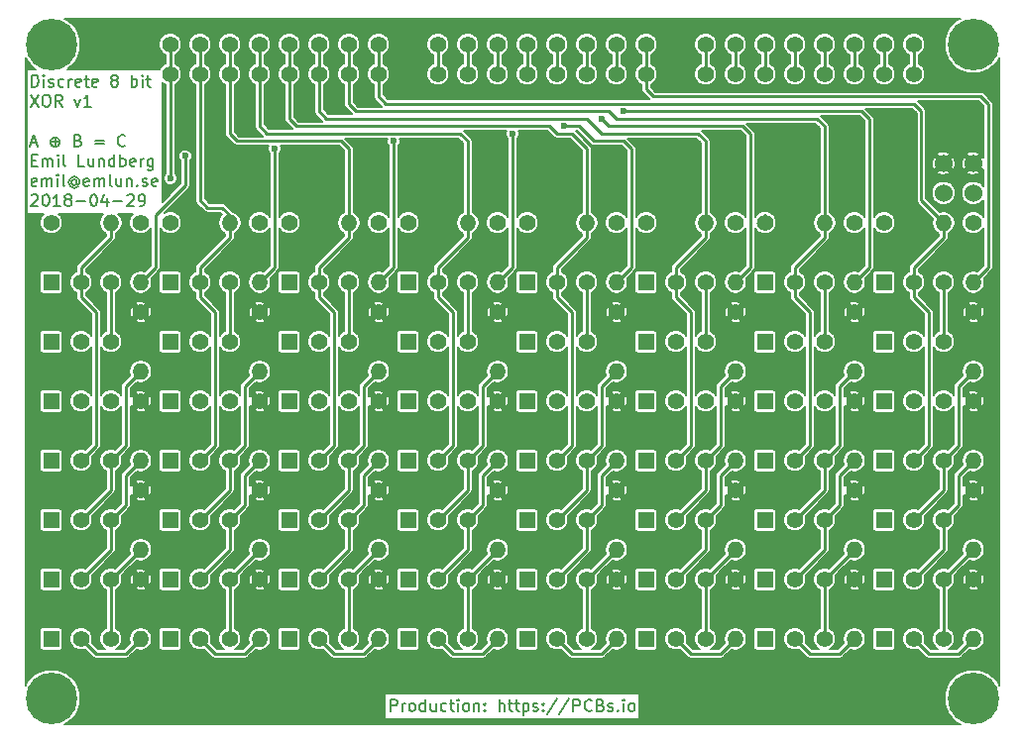
<source format=gtl>
G04 #@! TF.FileFunction,Copper,L1,Top,Signal*
%FSLAX46Y46*%
G04 Gerber Fmt 4.6, Leading zero omitted, Abs format (unit mm)*
G04 Created by KiCad (PCBNEW 4.0.7) date Mon Apr 30 03:51:18 2018*
%MOMM*%
%LPD*%
G01*
G04 APERTURE LIST*
%ADD10C,0.100000*%
%ADD11C,0.200000*%
%ADD12C,1.524000*%
%ADD13C,1.400000*%
%ADD14R,1.400000X1.400000*%
%ADD15O,1.400000X1.400000*%
%ADD16C,4.400000*%
%ADD17C,0.600000*%
%ADD18C,0.250000*%
%ADD19C,0.160000*%
G04 APERTURE END LIST*
D10*
D11*
X56905238Y-84907381D02*
X56905238Y-83907381D01*
X57286191Y-83907381D01*
X57381429Y-83955000D01*
X57429048Y-84002619D01*
X57476667Y-84097857D01*
X57476667Y-84240714D01*
X57429048Y-84335952D01*
X57381429Y-84383571D01*
X57286191Y-84431190D01*
X56905238Y-84431190D01*
X57905238Y-84907381D02*
X57905238Y-84240714D01*
X57905238Y-84431190D02*
X57952857Y-84335952D01*
X58000476Y-84288333D01*
X58095714Y-84240714D01*
X58190953Y-84240714D01*
X58667143Y-84907381D02*
X58571905Y-84859762D01*
X58524286Y-84812143D01*
X58476667Y-84716905D01*
X58476667Y-84431190D01*
X58524286Y-84335952D01*
X58571905Y-84288333D01*
X58667143Y-84240714D01*
X58810001Y-84240714D01*
X58905239Y-84288333D01*
X58952858Y-84335952D01*
X59000477Y-84431190D01*
X59000477Y-84716905D01*
X58952858Y-84812143D01*
X58905239Y-84859762D01*
X58810001Y-84907381D01*
X58667143Y-84907381D01*
X59857620Y-84907381D02*
X59857620Y-83907381D01*
X59857620Y-84859762D02*
X59762382Y-84907381D01*
X59571905Y-84907381D01*
X59476667Y-84859762D01*
X59429048Y-84812143D01*
X59381429Y-84716905D01*
X59381429Y-84431190D01*
X59429048Y-84335952D01*
X59476667Y-84288333D01*
X59571905Y-84240714D01*
X59762382Y-84240714D01*
X59857620Y-84288333D01*
X60762382Y-84240714D02*
X60762382Y-84907381D01*
X60333810Y-84240714D02*
X60333810Y-84764524D01*
X60381429Y-84859762D01*
X60476667Y-84907381D01*
X60619525Y-84907381D01*
X60714763Y-84859762D01*
X60762382Y-84812143D01*
X61667144Y-84859762D02*
X61571906Y-84907381D01*
X61381429Y-84907381D01*
X61286191Y-84859762D01*
X61238572Y-84812143D01*
X61190953Y-84716905D01*
X61190953Y-84431190D01*
X61238572Y-84335952D01*
X61286191Y-84288333D01*
X61381429Y-84240714D01*
X61571906Y-84240714D01*
X61667144Y-84288333D01*
X61952858Y-84240714D02*
X62333810Y-84240714D01*
X62095715Y-83907381D02*
X62095715Y-84764524D01*
X62143334Y-84859762D01*
X62238572Y-84907381D01*
X62333810Y-84907381D01*
X62667144Y-84907381D02*
X62667144Y-84240714D01*
X62667144Y-83907381D02*
X62619525Y-83955000D01*
X62667144Y-84002619D01*
X62714763Y-83955000D01*
X62667144Y-83907381D01*
X62667144Y-84002619D01*
X63286191Y-84907381D02*
X63190953Y-84859762D01*
X63143334Y-84812143D01*
X63095715Y-84716905D01*
X63095715Y-84431190D01*
X63143334Y-84335952D01*
X63190953Y-84288333D01*
X63286191Y-84240714D01*
X63429049Y-84240714D01*
X63524287Y-84288333D01*
X63571906Y-84335952D01*
X63619525Y-84431190D01*
X63619525Y-84716905D01*
X63571906Y-84812143D01*
X63524287Y-84859762D01*
X63429049Y-84907381D01*
X63286191Y-84907381D01*
X64048096Y-84240714D02*
X64048096Y-84907381D01*
X64048096Y-84335952D02*
X64095715Y-84288333D01*
X64190953Y-84240714D01*
X64333811Y-84240714D01*
X64429049Y-84288333D01*
X64476668Y-84383571D01*
X64476668Y-84907381D01*
X64952858Y-84812143D02*
X65000477Y-84859762D01*
X64952858Y-84907381D01*
X64905239Y-84859762D01*
X64952858Y-84812143D01*
X64952858Y-84907381D01*
X64952858Y-84288333D02*
X65000477Y-84335952D01*
X64952858Y-84383571D01*
X64905239Y-84335952D01*
X64952858Y-84288333D01*
X64952858Y-84383571D01*
X66190953Y-84907381D02*
X66190953Y-83907381D01*
X66619525Y-84907381D02*
X66619525Y-84383571D01*
X66571906Y-84288333D01*
X66476668Y-84240714D01*
X66333810Y-84240714D01*
X66238572Y-84288333D01*
X66190953Y-84335952D01*
X66952858Y-84240714D02*
X67333810Y-84240714D01*
X67095715Y-83907381D02*
X67095715Y-84764524D01*
X67143334Y-84859762D01*
X67238572Y-84907381D01*
X67333810Y-84907381D01*
X67524287Y-84240714D02*
X67905239Y-84240714D01*
X67667144Y-83907381D02*
X67667144Y-84764524D01*
X67714763Y-84859762D01*
X67810001Y-84907381D01*
X67905239Y-84907381D01*
X68238573Y-84240714D02*
X68238573Y-85240714D01*
X68238573Y-84288333D02*
X68333811Y-84240714D01*
X68524288Y-84240714D01*
X68619526Y-84288333D01*
X68667145Y-84335952D01*
X68714764Y-84431190D01*
X68714764Y-84716905D01*
X68667145Y-84812143D01*
X68619526Y-84859762D01*
X68524288Y-84907381D01*
X68333811Y-84907381D01*
X68238573Y-84859762D01*
X69095716Y-84859762D02*
X69190954Y-84907381D01*
X69381430Y-84907381D01*
X69476669Y-84859762D01*
X69524288Y-84764524D01*
X69524288Y-84716905D01*
X69476669Y-84621667D01*
X69381430Y-84574048D01*
X69238573Y-84574048D01*
X69143335Y-84526429D01*
X69095716Y-84431190D01*
X69095716Y-84383571D01*
X69143335Y-84288333D01*
X69238573Y-84240714D01*
X69381430Y-84240714D01*
X69476669Y-84288333D01*
X69952859Y-84812143D02*
X70000478Y-84859762D01*
X69952859Y-84907381D01*
X69905240Y-84859762D01*
X69952859Y-84812143D01*
X69952859Y-84907381D01*
X69952859Y-84288333D02*
X70000478Y-84335952D01*
X69952859Y-84383571D01*
X69905240Y-84335952D01*
X69952859Y-84288333D01*
X69952859Y-84383571D01*
X71143335Y-83859762D02*
X70286192Y-85145476D01*
X72190954Y-83859762D02*
X71333811Y-85145476D01*
X72524287Y-84907381D02*
X72524287Y-83907381D01*
X72905240Y-83907381D01*
X73000478Y-83955000D01*
X73048097Y-84002619D01*
X73095716Y-84097857D01*
X73095716Y-84240714D01*
X73048097Y-84335952D01*
X73000478Y-84383571D01*
X72905240Y-84431190D01*
X72524287Y-84431190D01*
X74095716Y-84812143D02*
X74048097Y-84859762D01*
X73905240Y-84907381D01*
X73810002Y-84907381D01*
X73667144Y-84859762D01*
X73571906Y-84764524D01*
X73524287Y-84669286D01*
X73476668Y-84478810D01*
X73476668Y-84335952D01*
X73524287Y-84145476D01*
X73571906Y-84050238D01*
X73667144Y-83955000D01*
X73810002Y-83907381D01*
X73905240Y-83907381D01*
X74048097Y-83955000D01*
X74095716Y-84002619D01*
X74857621Y-84383571D02*
X75000478Y-84431190D01*
X75048097Y-84478810D01*
X75095716Y-84574048D01*
X75095716Y-84716905D01*
X75048097Y-84812143D01*
X75000478Y-84859762D01*
X74905240Y-84907381D01*
X74524287Y-84907381D01*
X74524287Y-83907381D01*
X74857621Y-83907381D01*
X74952859Y-83955000D01*
X75000478Y-84002619D01*
X75048097Y-84097857D01*
X75048097Y-84193095D01*
X75000478Y-84288333D01*
X74952859Y-84335952D01*
X74857621Y-84383571D01*
X74524287Y-84383571D01*
X75476668Y-84859762D02*
X75571906Y-84907381D01*
X75762382Y-84907381D01*
X75857621Y-84859762D01*
X75905240Y-84764524D01*
X75905240Y-84716905D01*
X75857621Y-84621667D01*
X75762382Y-84574048D01*
X75619525Y-84574048D01*
X75524287Y-84526429D01*
X75476668Y-84431190D01*
X75476668Y-84383571D01*
X75524287Y-84288333D01*
X75619525Y-84240714D01*
X75762382Y-84240714D01*
X75857621Y-84288333D01*
X76333811Y-84812143D02*
X76381430Y-84859762D01*
X76333811Y-84907381D01*
X76286192Y-84859762D01*
X76333811Y-84812143D01*
X76333811Y-84907381D01*
X76810001Y-84907381D02*
X76810001Y-84240714D01*
X76810001Y-83907381D02*
X76762382Y-83955000D01*
X76810001Y-84002619D01*
X76857620Y-83955000D01*
X76810001Y-83907381D01*
X76810001Y-84002619D01*
X77429048Y-84907381D02*
X77333810Y-84859762D01*
X77286191Y-84812143D01*
X77238572Y-84716905D01*
X77238572Y-84431190D01*
X77286191Y-84335952D01*
X77333810Y-84288333D01*
X77429048Y-84240714D01*
X77571906Y-84240714D01*
X77667144Y-84288333D01*
X77714763Y-84335952D01*
X77762382Y-84431190D01*
X77762382Y-84716905D01*
X77714763Y-84812143D01*
X77667144Y-84859762D01*
X77571906Y-84907381D01*
X77429048Y-84907381D01*
X26273095Y-31547381D02*
X26273095Y-30547381D01*
X26511190Y-30547381D01*
X26654048Y-30595000D01*
X26749286Y-30690238D01*
X26796905Y-30785476D01*
X26844524Y-30975952D01*
X26844524Y-31118810D01*
X26796905Y-31309286D01*
X26749286Y-31404524D01*
X26654048Y-31499762D01*
X26511190Y-31547381D01*
X26273095Y-31547381D01*
X27273095Y-31547381D02*
X27273095Y-30880714D01*
X27273095Y-30547381D02*
X27225476Y-30595000D01*
X27273095Y-30642619D01*
X27320714Y-30595000D01*
X27273095Y-30547381D01*
X27273095Y-30642619D01*
X27701666Y-31499762D02*
X27796904Y-31547381D01*
X27987380Y-31547381D01*
X28082619Y-31499762D01*
X28130238Y-31404524D01*
X28130238Y-31356905D01*
X28082619Y-31261667D01*
X27987380Y-31214048D01*
X27844523Y-31214048D01*
X27749285Y-31166429D01*
X27701666Y-31071190D01*
X27701666Y-31023571D01*
X27749285Y-30928333D01*
X27844523Y-30880714D01*
X27987380Y-30880714D01*
X28082619Y-30928333D01*
X28987381Y-31499762D02*
X28892143Y-31547381D01*
X28701666Y-31547381D01*
X28606428Y-31499762D01*
X28558809Y-31452143D01*
X28511190Y-31356905D01*
X28511190Y-31071190D01*
X28558809Y-30975952D01*
X28606428Y-30928333D01*
X28701666Y-30880714D01*
X28892143Y-30880714D01*
X28987381Y-30928333D01*
X29415952Y-31547381D02*
X29415952Y-30880714D01*
X29415952Y-31071190D02*
X29463571Y-30975952D01*
X29511190Y-30928333D01*
X29606428Y-30880714D01*
X29701667Y-30880714D01*
X30415953Y-31499762D02*
X30320715Y-31547381D01*
X30130238Y-31547381D01*
X30035000Y-31499762D01*
X29987381Y-31404524D01*
X29987381Y-31023571D01*
X30035000Y-30928333D01*
X30130238Y-30880714D01*
X30320715Y-30880714D01*
X30415953Y-30928333D01*
X30463572Y-31023571D01*
X30463572Y-31118810D01*
X29987381Y-31214048D01*
X30749286Y-30880714D02*
X31130238Y-30880714D01*
X30892143Y-30547381D02*
X30892143Y-31404524D01*
X30939762Y-31499762D01*
X31035000Y-31547381D01*
X31130238Y-31547381D01*
X31844525Y-31499762D02*
X31749287Y-31547381D01*
X31558810Y-31547381D01*
X31463572Y-31499762D01*
X31415953Y-31404524D01*
X31415953Y-31023571D01*
X31463572Y-30928333D01*
X31558810Y-30880714D01*
X31749287Y-30880714D01*
X31844525Y-30928333D01*
X31892144Y-31023571D01*
X31892144Y-31118810D01*
X31415953Y-31214048D01*
X33225477Y-30975952D02*
X33130239Y-30928333D01*
X33082620Y-30880714D01*
X33035001Y-30785476D01*
X33035001Y-30737857D01*
X33082620Y-30642619D01*
X33130239Y-30595000D01*
X33225477Y-30547381D01*
X33415954Y-30547381D01*
X33511192Y-30595000D01*
X33558811Y-30642619D01*
X33606430Y-30737857D01*
X33606430Y-30785476D01*
X33558811Y-30880714D01*
X33511192Y-30928333D01*
X33415954Y-30975952D01*
X33225477Y-30975952D01*
X33130239Y-31023571D01*
X33082620Y-31071190D01*
X33035001Y-31166429D01*
X33035001Y-31356905D01*
X33082620Y-31452143D01*
X33130239Y-31499762D01*
X33225477Y-31547381D01*
X33415954Y-31547381D01*
X33511192Y-31499762D01*
X33558811Y-31452143D01*
X33606430Y-31356905D01*
X33606430Y-31166429D01*
X33558811Y-31071190D01*
X33511192Y-31023571D01*
X33415954Y-30975952D01*
X34796906Y-31547381D02*
X34796906Y-30547381D01*
X34796906Y-30928333D02*
X34892144Y-30880714D01*
X35082621Y-30880714D01*
X35177859Y-30928333D01*
X35225478Y-30975952D01*
X35273097Y-31071190D01*
X35273097Y-31356905D01*
X35225478Y-31452143D01*
X35177859Y-31499762D01*
X35082621Y-31547381D01*
X34892144Y-31547381D01*
X34796906Y-31499762D01*
X35701668Y-31547381D02*
X35701668Y-30880714D01*
X35701668Y-30547381D02*
X35654049Y-30595000D01*
X35701668Y-30642619D01*
X35749287Y-30595000D01*
X35701668Y-30547381D01*
X35701668Y-30642619D01*
X36035001Y-30880714D02*
X36415953Y-30880714D01*
X36177858Y-30547381D02*
X36177858Y-31404524D01*
X36225477Y-31499762D01*
X36320715Y-31547381D01*
X36415953Y-31547381D01*
X26177857Y-32247381D02*
X26844524Y-33247381D01*
X26844524Y-32247381D02*
X26177857Y-33247381D01*
X27415952Y-32247381D02*
X27606429Y-32247381D01*
X27701667Y-32295000D01*
X27796905Y-32390238D01*
X27844524Y-32580714D01*
X27844524Y-32914048D01*
X27796905Y-33104524D01*
X27701667Y-33199762D01*
X27606429Y-33247381D01*
X27415952Y-33247381D01*
X27320714Y-33199762D01*
X27225476Y-33104524D01*
X27177857Y-32914048D01*
X27177857Y-32580714D01*
X27225476Y-32390238D01*
X27320714Y-32295000D01*
X27415952Y-32247381D01*
X28844524Y-33247381D02*
X28511190Y-32771190D01*
X28273095Y-33247381D02*
X28273095Y-32247381D01*
X28654048Y-32247381D01*
X28749286Y-32295000D01*
X28796905Y-32342619D01*
X28844524Y-32437857D01*
X28844524Y-32580714D01*
X28796905Y-32675952D01*
X28749286Y-32723571D01*
X28654048Y-32771190D01*
X28273095Y-32771190D01*
X29939762Y-32580714D02*
X30177857Y-33247381D01*
X30415953Y-32580714D01*
X31320715Y-33247381D02*
X30749286Y-33247381D01*
X31035000Y-33247381D02*
X31035000Y-32247381D01*
X30939762Y-32390238D01*
X30844524Y-32485476D01*
X30749286Y-32533095D01*
X26225476Y-36361667D02*
X26701667Y-36361667D01*
X26130238Y-36647381D02*
X26463571Y-35647381D01*
X26796905Y-36647381D01*
X28177858Y-35885476D02*
X28368334Y-35885476D01*
X28558810Y-35980714D01*
X28654048Y-36171190D01*
X28654048Y-36361667D01*
X28558810Y-36552143D01*
X28368334Y-36647381D01*
X28177858Y-36647381D01*
X27987381Y-36552143D01*
X27892143Y-36361667D01*
X27892143Y-36171190D01*
X27987381Y-35980714D01*
X28177858Y-35885476D01*
X27987381Y-36266429D02*
X28558810Y-36266429D01*
X28273096Y-35980714D02*
X28273096Y-36552143D01*
X30225477Y-36123571D02*
X30368334Y-36171190D01*
X30415953Y-36218810D01*
X30463572Y-36314048D01*
X30463572Y-36456905D01*
X30415953Y-36552143D01*
X30368334Y-36599762D01*
X30273096Y-36647381D01*
X29892143Y-36647381D01*
X29892143Y-35647381D01*
X30225477Y-35647381D01*
X30320715Y-35695000D01*
X30368334Y-35742619D01*
X30415953Y-35837857D01*
X30415953Y-35933095D01*
X30368334Y-36028333D01*
X30320715Y-36075952D01*
X30225477Y-36123571D01*
X29892143Y-36123571D01*
X31654048Y-36123571D02*
X32415953Y-36123571D01*
X32415953Y-36409286D02*
X31654048Y-36409286D01*
X34225477Y-36552143D02*
X34177858Y-36599762D01*
X34035001Y-36647381D01*
X33939763Y-36647381D01*
X33796905Y-36599762D01*
X33701667Y-36504524D01*
X33654048Y-36409286D01*
X33606429Y-36218810D01*
X33606429Y-36075952D01*
X33654048Y-35885476D01*
X33701667Y-35790238D01*
X33796905Y-35695000D01*
X33939763Y-35647381D01*
X34035001Y-35647381D01*
X34177858Y-35695000D01*
X34225477Y-35742619D01*
X26273095Y-37823571D02*
X26606429Y-37823571D01*
X26749286Y-38347381D02*
X26273095Y-38347381D01*
X26273095Y-37347381D01*
X26749286Y-37347381D01*
X27177857Y-38347381D02*
X27177857Y-37680714D01*
X27177857Y-37775952D02*
X27225476Y-37728333D01*
X27320714Y-37680714D01*
X27463572Y-37680714D01*
X27558810Y-37728333D01*
X27606429Y-37823571D01*
X27606429Y-38347381D01*
X27606429Y-37823571D02*
X27654048Y-37728333D01*
X27749286Y-37680714D01*
X27892143Y-37680714D01*
X27987381Y-37728333D01*
X28035000Y-37823571D01*
X28035000Y-38347381D01*
X28511190Y-38347381D02*
X28511190Y-37680714D01*
X28511190Y-37347381D02*
X28463571Y-37395000D01*
X28511190Y-37442619D01*
X28558809Y-37395000D01*
X28511190Y-37347381D01*
X28511190Y-37442619D01*
X29130237Y-38347381D02*
X29034999Y-38299762D01*
X28987380Y-38204524D01*
X28987380Y-37347381D01*
X30749286Y-38347381D02*
X30273095Y-38347381D01*
X30273095Y-37347381D01*
X31511191Y-37680714D02*
X31511191Y-38347381D01*
X31082619Y-37680714D02*
X31082619Y-38204524D01*
X31130238Y-38299762D01*
X31225476Y-38347381D01*
X31368334Y-38347381D01*
X31463572Y-38299762D01*
X31511191Y-38252143D01*
X31987381Y-37680714D02*
X31987381Y-38347381D01*
X31987381Y-37775952D02*
X32035000Y-37728333D01*
X32130238Y-37680714D01*
X32273096Y-37680714D01*
X32368334Y-37728333D01*
X32415953Y-37823571D01*
X32415953Y-38347381D01*
X33320715Y-38347381D02*
X33320715Y-37347381D01*
X33320715Y-38299762D02*
X33225477Y-38347381D01*
X33035000Y-38347381D01*
X32939762Y-38299762D01*
X32892143Y-38252143D01*
X32844524Y-38156905D01*
X32844524Y-37871190D01*
X32892143Y-37775952D01*
X32939762Y-37728333D01*
X33035000Y-37680714D01*
X33225477Y-37680714D01*
X33320715Y-37728333D01*
X33796905Y-38347381D02*
X33796905Y-37347381D01*
X33796905Y-37728333D02*
X33892143Y-37680714D01*
X34082620Y-37680714D01*
X34177858Y-37728333D01*
X34225477Y-37775952D01*
X34273096Y-37871190D01*
X34273096Y-38156905D01*
X34225477Y-38252143D01*
X34177858Y-38299762D01*
X34082620Y-38347381D01*
X33892143Y-38347381D01*
X33796905Y-38299762D01*
X35082620Y-38299762D02*
X34987382Y-38347381D01*
X34796905Y-38347381D01*
X34701667Y-38299762D01*
X34654048Y-38204524D01*
X34654048Y-37823571D01*
X34701667Y-37728333D01*
X34796905Y-37680714D01*
X34987382Y-37680714D01*
X35082620Y-37728333D01*
X35130239Y-37823571D01*
X35130239Y-37918810D01*
X34654048Y-38014048D01*
X35558810Y-38347381D02*
X35558810Y-37680714D01*
X35558810Y-37871190D02*
X35606429Y-37775952D01*
X35654048Y-37728333D01*
X35749286Y-37680714D01*
X35844525Y-37680714D01*
X36606430Y-37680714D02*
X36606430Y-38490238D01*
X36558811Y-38585476D01*
X36511192Y-38633095D01*
X36415953Y-38680714D01*
X36273096Y-38680714D01*
X36177858Y-38633095D01*
X36606430Y-38299762D02*
X36511192Y-38347381D01*
X36320715Y-38347381D01*
X36225477Y-38299762D01*
X36177858Y-38252143D01*
X36130239Y-38156905D01*
X36130239Y-37871190D01*
X36177858Y-37775952D01*
X36225477Y-37728333D01*
X36320715Y-37680714D01*
X36511192Y-37680714D01*
X36606430Y-37728333D01*
X26654048Y-39999762D02*
X26558810Y-40047381D01*
X26368333Y-40047381D01*
X26273095Y-39999762D01*
X26225476Y-39904524D01*
X26225476Y-39523571D01*
X26273095Y-39428333D01*
X26368333Y-39380714D01*
X26558810Y-39380714D01*
X26654048Y-39428333D01*
X26701667Y-39523571D01*
X26701667Y-39618810D01*
X26225476Y-39714048D01*
X27130238Y-40047381D02*
X27130238Y-39380714D01*
X27130238Y-39475952D02*
X27177857Y-39428333D01*
X27273095Y-39380714D01*
X27415953Y-39380714D01*
X27511191Y-39428333D01*
X27558810Y-39523571D01*
X27558810Y-40047381D01*
X27558810Y-39523571D02*
X27606429Y-39428333D01*
X27701667Y-39380714D01*
X27844524Y-39380714D01*
X27939762Y-39428333D01*
X27987381Y-39523571D01*
X27987381Y-40047381D01*
X28463571Y-40047381D02*
X28463571Y-39380714D01*
X28463571Y-39047381D02*
X28415952Y-39095000D01*
X28463571Y-39142619D01*
X28511190Y-39095000D01*
X28463571Y-39047381D01*
X28463571Y-39142619D01*
X29082618Y-40047381D02*
X28987380Y-39999762D01*
X28939761Y-39904524D01*
X28939761Y-39047381D01*
X30082619Y-39571190D02*
X30035000Y-39523571D01*
X29939762Y-39475952D01*
X29844524Y-39475952D01*
X29749286Y-39523571D01*
X29701666Y-39571190D01*
X29654047Y-39666429D01*
X29654047Y-39761667D01*
X29701666Y-39856905D01*
X29749286Y-39904524D01*
X29844524Y-39952143D01*
X29939762Y-39952143D01*
X30035000Y-39904524D01*
X30082619Y-39856905D01*
X30082619Y-39475952D02*
X30082619Y-39856905D01*
X30130238Y-39904524D01*
X30177857Y-39904524D01*
X30273095Y-39856905D01*
X30320714Y-39761667D01*
X30320714Y-39523571D01*
X30225476Y-39380714D01*
X30082619Y-39285476D01*
X29892143Y-39237857D01*
X29701666Y-39285476D01*
X29558809Y-39380714D01*
X29463571Y-39523571D01*
X29415952Y-39714048D01*
X29463571Y-39904524D01*
X29558809Y-40047381D01*
X29701666Y-40142619D01*
X29892143Y-40190238D01*
X30082619Y-40142619D01*
X30225476Y-40047381D01*
X31130238Y-39999762D02*
X31035000Y-40047381D01*
X30844523Y-40047381D01*
X30749285Y-39999762D01*
X30701666Y-39904524D01*
X30701666Y-39523571D01*
X30749285Y-39428333D01*
X30844523Y-39380714D01*
X31035000Y-39380714D01*
X31130238Y-39428333D01*
X31177857Y-39523571D01*
X31177857Y-39618810D01*
X30701666Y-39714048D01*
X31606428Y-40047381D02*
X31606428Y-39380714D01*
X31606428Y-39475952D02*
X31654047Y-39428333D01*
X31749285Y-39380714D01*
X31892143Y-39380714D01*
X31987381Y-39428333D01*
X32035000Y-39523571D01*
X32035000Y-40047381D01*
X32035000Y-39523571D02*
X32082619Y-39428333D01*
X32177857Y-39380714D01*
X32320714Y-39380714D01*
X32415952Y-39428333D01*
X32463571Y-39523571D01*
X32463571Y-40047381D01*
X33082618Y-40047381D02*
X32987380Y-39999762D01*
X32939761Y-39904524D01*
X32939761Y-39047381D01*
X33892143Y-39380714D02*
X33892143Y-40047381D01*
X33463571Y-39380714D02*
X33463571Y-39904524D01*
X33511190Y-39999762D01*
X33606428Y-40047381D01*
X33749286Y-40047381D01*
X33844524Y-39999762D01*
X33892143Y-39952143D01*
X34368333Y-39380714D02*
X34368333Y-40047381D01*
X34368333Y-39475952D02*
X34415952Y-39428333D01*
X34511190Y-39380714D01*
X34654048Y-39380714D01*
X34749286Y-39428333D01*
X34796905Y-39523571D01*
X34796905Y-40047381D01*
X35273095Y-39952143D02*
X35320714Y-39999762D01*
X35273095Y-40047381D01*
X35225476Y-39999762D01*
X35273095Y-39952143D01*
X35273095Y-40047381D01*
X35701666Y-39999762D02*
X35796904Y-40047381D01*
X35987380Y-40047381D01*
X36082619Y-39999762D01*
X36130238Y-39904524D01*
X36130238Y-39856905D01*
X36082619Y-39761667D01*
X35987380Y-39714048D01*
X35844523Y-39714048D01*
X35749285Y-39666429D01*
X35701666Y-39571190D01*
X35701666Y-39523571D01*
X35749285Y-39428333D01*
X35844523Y-39380714D01*
X35987380Y-39380714D01*
X36082619Y-39428333D01*
X36939762Y-39999762D02*
X36844524Y-40047381D01*
X36654047Y-40047381D01*
X36558809Y-39999762D01*
X36511190Y-39904524D01*
X36511190Y-39523571D01*
X36558809Y-39428333D01*
X36654047Y-39380714D01*
X36844524Y-39380714D01*
X36939762Y-39428333D01*
X36987381Y-39523571D01*
X36987381Y-39618810D01*
X36511190Y-39714048D01*
X26225476Y-40842619D02*
X26273095Y-40795000D01*
X26368333Y-40747381D01*
X26606429Y-40747381D01*
X26701667Y-40795000D01*
X26749286Y-40842619D01*
X26796905Y-40937857D01*
X26796905Y-41033095D01*
X26749286Y-41175952D01*
X26177857Y-41747381D01*
X26796905Y-41747381D01*
X27415952Y-40747381D02*
X27511191Y-40747381D01*
X27606429Y-40795000D01*
X27654048Y-40842619D01*
X27701667Y-40937857D01*
X27749286Y-41128333D01*
X27749286Y-41366429D01*
X27701667Y-41556905D01*
X27654048Y-41652143D01*
X27606429Y-41699762D01*
X27511191Y-41747381D01*
X27415952Y-41747381D01*
X27320714Y-41699762D01*
X27273095Y-41652143D01*
X27225476Y-41556905D01*
X27177857Y-41366429D01*
X27177857Y-41128333D01*
X27225476Y-40937857D01*
X27273095Y-40842619D01*
X27320714Y-40795000D01*
X27415952Y-40747381D01*
X28701667Y-41747381D02*
X28130238Y-41747381D01*
X28415952Y-41747381D02*
X28415952Y-40747381D01*
X28320714Y-40890238D01*
X28225476Y-40985476D01*
X28130238Y-41033095D01*
X29273095Y-41175952D02*
X29177857Y-41128333D01*
X29130238Y-41080714D01*
X29082619Y-40985476D01*
X29082619Y-40937857D01*
X29130238Y-40842619D01*
X29177857Y-40795000D01*
X29273095Y-40747381D01*
X29463572Y-40747381D01*
X29558810Y-40795000D01*
X29606429Y-40842619D01*
X29654048Y-40937857D01*
X29654048Y-40985476D01*
X29606429Y-41080714D01*
X29558810Y-41128333D01*
X29463572Y-41175952D01*
X29273095Y-41175952D01*
X29177857Y-41223571D01*
X29130238Y-41271190D01*
X29082619Y-41366429D01*
X29082619Y-41556905D01*
X29130238Y-41652143D01*
X29177857Y-41699762D01*
X29273095Y-41747381D01*
X29463572Y-41747381D01*
X29558810Y-41699762D01*
X29606429Y-41652143D01*
X29654048Y-41556905D01*
X29654048Y-41366429D01*
X29606429Y-41271190D01*
X29558810Y-41223571D01*
X29463572Y-41175952D01*
X30082619Y-41366429D02*
X30844524Y-41366429D01*
X31511190Y-40747381D02*
X31606429Y-40747381D01*
X31701667Y-40795000D01*
X31749286Y-40842619D01*
X31796905Y-40937857D01*
X31844524Y-41128333D01*
X31844524Y-41366429D01*
X31796905Y-41556905D01*
X31749286Y-41652143D01*
X31701667Y-41699762D01*
X31606429Y-41747381D01*
X31511190Y-41747381D01*
X31415952Y-41699762D01*
X31368333Y-41652143D01*
X31320714Y-41556905D01*
X31273095Y-41366429D01*
X31273095Y-41128333D01*
X31320714Y-40937857D01*
X31368333Y-40842619D01*
X31415952Y-40795000D01*
X31511190Y-40747381D01*
X32701667Y-41080714D02*
X32701667Y-41747381D01*
X32463571Y-40699762D02*
X32225476Y-41414048D01*
X32844524Y-41414048D01*
X33225476Y-41366429D02*
X33987381Y-41366429D01*
X34415952Y-40842619D02*
X34463571Y-40795000D01*
X34558809Y-40747381D01*
X34796905Y-40747381D01*
X34892143Y-40795000D01*
X34939762Y-40842619D01*
X34987381Y-40937857D01*
X34987381Y-41033095D01*
X34939762Y-41175952D01*
X34368333Y-41747381D01*
X34987381Y-41747381D01*
X35463571Y-41747381D02*
X35654047Y-41747381D01*
X35749286Y-41699762D01*
X35796905Y-41652143D01*
X35892143Y-41509286D01*
X35939762Y-41318810D01*
X35939762Y-40937857D01*
X35892143Y-40842619D01*
X35844524Y-40795000D01*
X35749286Y-40747381D01*
X35558809Y-40747381D01*
X35463571Y-40795000D01*
X35415952Y-40842619D01*
X35368333Y-40937857D01*
X35368333Y-41175952D01*
X35415952Y-41271190D01*
X35463571Y-41318810D01*
X35558809Y-41366429D01*
X35749286Y-41366429D01*
X35844524Y-41318810D01*
X35892143Y-41271190D01*
X35939762Y-41175952D01*
D12*
X104140000Y-38100000D03*
X106680000Y-38100000D03*
D13*
X83820000Y-30480000D03*
X86360000Y-30480000D03*
X88900000Y-30480000D03*
X91440000Y-30480000D03*
X93980000Y-30480000D03*
X96520000Y-30480000D03*
X99060000Y-30480000D03*
X101600000Y-30480000D03*
X83820000Y-27940000D03*
X86360000Y-27940000D03*
X88900000Y-27940000D03*
X91440000Y-27940000D03*
X93980000Y-27940000D03*
X96520000Y-27940000D03*
X99060000Y-27940000D03*
X101600000Y-27940000D03*
X38100000Y-30480000D03*
X40640000Y-30480000D03*
X43180000Y-30480000D03*
X45720000Y-30480000D03*
X48260000Y-30480000D03*
X50800000Y-30480000D03*
X53340000Y-30480000D03*
X55880000Y-30480000D03*
D12*
X104140000Y-40640000D03*
X106680000Y-40640000D03*
D13*
X38100000Y-27940000D03*
X40640000Y-27940000D03*
X43180000Y-27940000D03*
X45720000Y-27940000D03*
X48260000Y-27940000D03*
X50800000Y-27940000D03*
X53340000Y-27940000D03*
X55880000Y-27940000D03*
X101600000Y-58420000D03*
X104140000Y-58420000D03*
D14*
X99060000Y-58420000D03*
D13*
X101600000Y-68580000D03*
X104140000Y-68580000D03*
D14*
X99060000Y-68580000D03*
D13*
X101600000Y-63500000D03*
X104140000Y-63500000D03*
D14*
X99060000Y-63500000D03*
D13*
X101600000Y-73660000D03*
X104140000Y-73660000D03*
D14*
X99060000Y-73660000D03*
D13*
X101600000Y-78740000D03*
X104140000Y-78740000D03*
D14*
X99060000Y-78740000D03*
D13*
X101600000Y-53340000D03*
X104140000Y-53340000D03*
D14*
X99060000Y-53340000D03*
D13*
X91440000Y-58420000D03*
X93980000Y-58420000D03*
D14*
X88900000Y-58420000D03*
D13*
X91440000Y-68580000D03*
X93980000Y-68580000D03*
D14*
X88900000Y-68580000D03*
D13*
X91440000Y-63500000D03*
X93980000Y-63500000D03*
D14*
X88900000Y-63500000D03*
D13*
X91440000Y-73660000D03*
X93980000Y-73660000D03*
D14*
X88900000Y-73660000D03*
D13*
X91440000Y-78740000D03*
X93980000Y-78740000D03*
D14*
X88900000Y-78740000D03*
D13*
X91440000Y-53340000D03*
X93980000Y-53340000D03*
D14*
X88900000Y-53340000D03*
D13*
X91440000Y-48260000D03*
X93980000Y-48260000D03*
D14*
X88900000Y-48260000D03*
D13*
X81280000Y-58420000D03*
X83820000Y-58420000D03*
D14*
X78740000Y-58420000D03*
D13*
X81280000Y-68580000D03*
X83820000Y-68580000D03*
D14*
X78740000Y-68580000D03*
D13*
X81280000Y-63500000D03*
X83820000Y-63500000D03*
D14*
X78740000Y-63500000D03*
D13*
X81280000Y-73660000D03*
X83820000Y-73660000D03*
D14*
X78740000Y-73660000D03*
D13*
X81280000Y-78740000D03*
X83820000Y-78740000D03*
D14*
X78740000Y-78740000D03*
D13*
X81280000Y-53340000D03*
X83820000Y-53340000D03*
D14*
X78740000Y-53340000D03*
D13*
X81280000Y-48260000D03*
X83820000Y-48260000D03*
D14*
X78740000Y-48260000D03*
D13*
X71120000Y-58420000D03*
X73660000Y-58420000D03*
D14*
X68580000Y-58420000D03*
D13*
X71120000Y-68580000D03*
X73660000Y-68580000D03*
D14*
X68580000Y-68580000D03*
D13*
X71120000Y-63500000D03*
X73660000Y-63500000D03*
D14*
X68580000Y-63500000D03*
D13*
X71120000Y-73660000D03*
X73660000Y-73660000D03*
D14*
X68580000Y-73660000D03*
D13*
X71120000Y-78740000D03*
X73660000Y-78740000D03*
D14*
X68580000Y-78740000D03*
D13*
X71120000Y-53340000D03*
X73660000Y-53340000D03*
D14*
X68580000Y-53340000D03*
D13*
X71120000Y-48260000D03*
X73660000Y-48260000D03*
D14*
X68580000Y-48260000D03*
D13*
X60960000Y-58420000D03*
X63500000Y-58420000D03*
D14*
X58420000Y-58420000D03*
D13*
X60960000Y-68580000D03*
X63500000Y-68580000D03*
D14*
X58420000Y-68580000D03*
D13*
X60960000Y-63500000D03*
X63500000Y-63500000D03*
D14*
X58420000Y-63500000D03*
D13*
X60960000Y-73660000D03*
X63500000Y-73660000D03*
D14*
X58420000Y-73660000D03*
D13*
X60960000Y-78740000D03*
X63500000Y-78740000D03*
D14*
X58420000Y-78740000D03*
D13*
X60960000Y-53340000D03*
X63500000Y-53340000D03*
D14*
X58420000Y-53340000D03*
D13*
X60960000Y-48260000D03*
X63500000Y-48260000D03*
D14*
X58420000Y-48260000D03*
D13*
X50800000Y-58420000D03*
X53340000Y-58420000D03*
D14*
X48260000Y-58420000D03*
D13*
X50800000Y-68580000D03*
X53340000Y-68580000D03*
D14*
X48260000Y-68580000D03*
D13*
X50800000Y-63500000D03*
X53340000Y-63500000D03*
D14*
X48260000Y-63500000D03*
D13*
X50800000Y-73660000D03*
X53340000Y-73660000D03*
D14*
X48260000Y-73660000D03*
D13*
X50800000Y-78740000D03*
X53340000Y-78740000D03*
D14*
X48260000Y-78740000D03*
D13*
X50800000Y-53340000D03*
X53340000Y-53340000D03*
D14*
X48260000Y-53340000D03*
D13*
X50800000Y-48260000D03*
X53340000Y-48260000D03*
D14*
X48260000Y-48260000D03*
D13*
X40640000Y-58420000D03*
X43180000Y-58420000D03*
D14*
X38100000Y-58420000D03*
D13*
X40640000Y-68580000D03*
X43180000Y-68580000D03*
D14*
X38100000Y-68580000D03*
D13*
X40640000Y-63500000D03*
X43180000Y-63500000D03*
D14*
X38100000Y-63500000D03*
D13*
X40640000Y-73660000D03*
X43180000Y-73660000D03*
D14*
X38100000Y-73660000D03*
D13*
X40640000Y-78740000D03*
X43180000Y-78740000D03*
D14*
X38100000Y-78740000D03*
D13*
X40640000Y-53340000D03*
X43180000Y-53340000D03*
D14*
X38100000Y-53340000D03*
D13*
X40640000Y-48260000D03*
X43180000Y-48260000D03*
D14*
X38100000Y-48260000D03*
D13*
X30480000Y-58420000D03*
X33020000Y-58420000D03*
D14*
X27940000Y-58420000D03*
D13*
X30480000Y-68580000D03*
X33020000Y-68580000D03*
D14*
X27940000Y-68580000D03*
D13*
X30480000Y-63500000D03*
X33020000Y-63500000D03*
D14*
X27940000Y-63500000D03*
D13*
X30480000Y-73660000D03*
X33020000Y-73660000D03*
D14*
X27940000Y-73660000D03*
D13*
X30480000Y-78740000D03*
X33020000Y-78740000D03*
D14*
X27940000Y-78740000D03*
D13*
X30480000Y-53340000D03*
X33020000Y-53340000D03*
D14*
X27940000Y-53340000D03*
D13*
X30480000Y-48260000D03*
X33020000Y-48260000D03*
D14*
X27940000Y-48260000D03*
D13*
X101600000Y-48260000D03*
X104140000Y-48260000D03*
D14*
X99060000Y-48260000D03*
D13*
X60960000Y-27940000D03*
X63500000Y-27940000D03*
X66040000Y-27940000D03*
X68580000Y-27940000D03*
X71120000Y-27940000D03*
X73660000Y-27940000D03*
X76200000Y-27940000D03*
X78740000Y-27940000D03*
X60960000Y-30480000D03*
X63500000Y-30480000D03*
X66040000Y-30480000D03*
X68580000Y-30480000D03*
X71120000Y-30480000D03*
X73660000Y-30480000D03*
X76200000Y-30480000D03*
X78740000Y-30480000D03*
X106680000Y-58420000D03*
D15*
X106680000Y-63500000D03*
D13*
X106680000Y-50800000D03*
D15*
X106680000Y-55880000D03*
D13*
X106680000Y-43180000D03*
D15*
X106680000Y-48260000D03*
D13*
X106680000Y-66040000D03*
D15*
X106680000Y-71120000D03*
D13*
X106680000Y-73660000D03*
D15*
X106680000Y-78740000D03*
D13*
X99060000Y-43180000D03*
D15*
X104140000Y-43180000D03*
D13*
X96520000Y-58420000D03*
D15*
X96520000Y-63500000D03*
D13*
X96520000Y-50800000D03*
D15*
X96520000Y-55880000D03*
D13*
X96520000Y-43180000D03*
D15*
X96520000Y-48260000D03*
D13*
X96520000Y-66040000D03*
D15*
X96520000Y-71120000D03*
D13*
X96520000Y-73660000D03*
D15*
X96520000Y-78740000D03*
D13*
X88900000Y-43180000D03*
D15*
X93980000Y-43180000D03*
D13*
X86360000Y-58420000D03*
D15*
X86360000Y-63500000D03*
D13*
X86360000Y-50800000D03*
D15*
X86360000Y-55880000D03*
D13*
X86360000Y-43180000D03*
D15*
X86360000Y-48260000D03*
D13*
X86360000Y-66040000D03*
D15*
X86360000Y-71120000D03*
D13*
X86360000Y-73660000D03*
D15*
X86360000Y-78740000D03*
D13*
X78740000Y-43180000D03*
D15*
X83820000Y-43180000D03*
D13*
X76200000Y-58420000D03*
D15*
X76200000Y-63500000D03*
D13*
X76200000Y-50800000D03*
D15*
X76200000Y-55880000D03*
D13*
X76200000Y-43180000D03*
D15*
X76200000Y-48260000D03*
D13*
X76200000Y-66040000D03*
D15*
X76200000Y-71120000D03*
D13*
X76200000Y-73660000D03*
D15*
X76200000Y-78740000D03*
D13*
X68580000Y-43180000D03*
D15*
X73660000Y-43180000D03*
D13*
X66040000Y-58420000D03*
D15*
X66040000Y-63500000D03*
D13*
X66040000Y-50800000D03*
D15*
X66040000Y-55880000D03*
D13*
X66040000Y-43180000D03*
D15*
X66040000Y-48260000D03*
D13*
X66040000Y-66040000D03*
D15*
X66040000Y-71120000D03*
D13*
X66040000Y-73660000D03*
D15*
X66040000Y-78740000D03*
D13*
X58420000Y-43180000D03*
D15*
X63500000Y-43180000D03*
D13*
X55880000Y-58420000D03*
D15*
X55880000Y-63500000D03*
D13*
X55880000Y-50800000D03*
D15*
X55880000Y-55880000D03*
D13*
X55880000Y-43180000D03*
D15*
X55880000Y-48260000D03*
D13*
X55880000Y-66040000D03*
D15*
X55880000Y-71120000D03*
D13*
X55880000Y-73660000D03*
D15*
X55880000Y-78740000D03*
D13*
X48260000Y-43180000D03*
D15*
X53340000Y-43180000D03*
D13*
X45720000Y-58420000D03*
D15*
X45720000Y-63500000D03*
D13*
X45720000Y-50800000D03*
D15*
X45720000Y-55880000D03*
D13*
X45720000Y-43180000D03*
D15*
X45720000Y-48260000D03*
D13*
X45720000Y-66040000D03*
D15*
X45720000Y-71120000D03*
D13*
X45720000Y-73660000D03*
D15*
X45720000Y-78740000D03*
D13*
X38100000Y-43180000D03*
D15*
X43180000Y-43180000D03*
D13*
X35560000Y-58420000D03*
D15*
X35560000Y-63500000D03*
D13*
X35560000Y-50800000D03*
D15*
X35560000Y-55880000D03*
D13*
X35560000Y-43180000D03*
D15*
X35560000Y-48260000D03*
D13*
X35560000Y-66040000D03*
D15*
X35560000Y-71120000D03*
D13*
X35560000Y-73660000D03*
D15*
X35560000Y-78740000D03*
D13*
X27940000Y-43180000D03*
D15*
X33020000Y-43180000D03*
D16*
X106680000Y-27940000D03*
X106680000Y-83820000D03*
X27940000Y-83820000D03*
X27940000Y-27940000D03*
D17*
X38100000Y-39370000D03*
X76835000Y-33655000D03*
X74930000Y-34290000D03*
X71755000Y-34925000D03*
X67310000Y-35560000D03*
X57150000Y-36195000D03*
X46990000Y-36830000D03*
X39370000Y-37465000D03*
D18*
X88900000Y-42545000D02*
X88265000Y-43180000D01*
X83820000Y-27940000D02*
X83820000Y-30480000D01*
X33020000Y-78740000D02*
X33020000Y-73660000D01*
X33020000Y-73660000D02*
X35560000Y-71120000D01*
X86360000Y-27940000D02*
X86360000Y-30480000D01*
X43180000Y-78740000D02*
X43180000Y-73660000D01*
X43180000Y-73660000D02*
X45720000Y-71120000D01*
X88900000Y-27940000D02*
X88900000Y-30480000D01*
X53340000Y-78740000D02*
X53340000Y-73660000D01*
X53340000Y-73660000D02*
X55880000Y-71120000D01*
X91440000Y-27940000D02*
X91440000Y-30480000D01*
X63500000Y-78740000D02*
X63500000Y-73660000D01*
X63500000Y-73660000D02*
X66040000Y-71120000D01*
X93980000Y-27940000D02*
X93980000Y-30480000D01*
X73660000Y-78740000D02*
X73660000Y-73660000D01*
X73660000Y-73660000D02*
X76200000Y-71120000D01*
X96520000Y-27940000D02*
X96520000Y-30480000D01*
X83820000Y-78740000D02*
X83820000Y-73660000D01*
X83820000Y-73660000D02*
X86360000Y-71120000D01*
X99060000Y-27940000D02*
X99060000Y-30480000D01*
X93980000Y-78740000D02*
X93980000Y-73660000D01*
X93980000Y-73660000D02*
X96520000Y-71120000D01*
X101600000Y-27940000D02*
X101600000Y-30480000D01*
X104140000Y-73660000D02*
X106680000Y-71120000D01*
X104140000Y-78740000D02*
X104140000Y-73660000D01*
X33020000Y-43180000D02*
X33020000Y-42545000D01*
X38100000Y-39370000D02*
X38100000Y-30480000D01*
X38100000Y-27940000D02*
X38100000Y-30480000D01*
X33020000Y-44450000D02*
X33020000Y-43180000D01*
X30480000Y-48260000D02*
X30480000Y-46990000D01*
X30480000Y-46990000D02*
X33020000Y-44450000D01*
X30480000Y-49530000D02*
X31750000Y-50800000D01*
X31750000Y-50800000D02*
X31750000Y-62230000D01*
X31750000Y-62230000D02*
X30480000Y-63500000D01*
X30480000Y-48260000D02*
X30480000Y-49530000D01*
X43180000Y-43180000D02*
X43180000Y-42545000D01*
X43180000Y-42545000D02*
X42545000Y-41910000D01*
X40640000Y-41275000D02*
X40640000Y-30480000D01*
X41275000Y-41910000D02*
X40640000Y-41275000D01*
X42545000Y-41910000D02*
X41275000Y-41910000D01*
X40640000Y-27940000D02*
X40640000Y-30480000D01*
X40640000Y-48260000D02*
X40640000Y-46990000D01*
X43180000Y-44450000D02*
X43180000Y-43180000D01*
X40640000Y-46990000D02*
X43180000Y-44450000D01*
X40640000Y-49530000D02*
X41910000Y-50800000D01*
X41910000Y-50800000D02*
X41910000Y-62230000D01*
X41910000Y-62230000D02*
X40640000Y-63500000D01*
X40640000Y-48260000D02*
X40640000Y-49530000D01*
X43815000Y-36195000D02*
X43180000Y-35560000D01*
X52705000Y-36195000D02*
X43815000Y-36195000D01*
X53340000Y-36830000D02*
X52705000Y-36195000D01*
X43180000Y-30480000D02*
X43180000Y-35560000D01*
X53340000Y-36830000D02*
X53340000Y-43180000D01*
X43180000Y-27940000D02*
X43180000Y-30480000D01*
X53340000Y-44450000D02*
X53340000Y-43180000D01*
X50800000Y-48260000D02*
X50800000Y-46990000D01*
X50800000Y-46990000D02*
X53340000Y-44450000D01*
X50800000Y-49530000D02*
X52070000Y-50800000D01*
X52070000Y-50800000D02*
X52070000Y-62230000D01*
X52070000Y-62230000D02*
X50800000Y-63500000D01*
X50800000Y-48260000D02*
X50800000Y-49530000D01*
X46355000Y-35560000D02*
X45720000Y-34925000D01*
X62865000Y-35560000D02*
X46355000Y-35560000D01*
X63500000Y-36195000D02*
X62865000Y-35560000D01*
X63500000Y-43180000D02*
X63500000Y-36195000D01*
X45720000Y-34925000D02*
X45720000Y-30480000D01*
X45720000Y-27940000D02*
X45720000Y-30480000D01*
X63500000Y-44450000D02*
X63500000Y-43180000D01*
X60960000Y-48260000D02*
X60960000Y-46990000D01*
X60960000Y-46990000D02*
X63500000Y-44450000D01*
X60960000Y-49530000D02*
X62230000Y-50800000D01*
X62230000Y-50800000D02*
X62230000Y-62230000D01*
X62230000Y-62230000D02*
X60960000Y-63500000D01*
X60960000Y-48260000D02*
X60960000Y-49530000D01*
X73660000Y-36830000D02*
X72390000Y-35560000D01*
X70485000Y-34925000D02*
X48895000Y-34925000D01*
X71120000Y-35560000D02*
X70485000Y-34925000D01*
X72390000Y-35560000D02*
X71120000Y-35560000D01*
X48895000Y-34925000D02*
X48260000Y-34290000D01*
X48260000Y-30480000D02*
X48260000Y-34290000D01*
X73660000Y-36830000D02*
X73660000Y-43180000D01*
X73660000Y-44450000D02*
X73660000Y-43180000D01*
X71120000Y-48260000D02*
X71120000Y-46990000D01*
X71120000Y-46990000D02*
X73660000Y-44450000D01*
X71120000Y-49530000D02*
X72390000Y-50800000D01*
X72390000Y-50800000D02*
X72390000Y-62230000D01*
X72390000Y-62230000D02*
X71120000Y-63500000D01*
X71120000Y-48260000D02*
X71120000Y-49530000D01*
X48260000Y-27940000D02*
X48260000Y-30480000D01*
X83185000Y-35560000D02*
X74930000Y-35560000D01*
X83820000Y-36195000D02*
X83185000Y-35560000D01*
X74930000Y-35560000D02*
X73660000Y-34290000D01*
X73660000Y-34290000D02*
X51435000Y-34290000D01*
X51435000Y-34290000D02*
X50800000Y-33655000D01*
X50800000Y-33655000D02*
X50800000Y-30480000D01*
X83820000Y-43180000D02*
X83820000Y-36195000D01*
X83820000Y-44450000D02*
X83820000Y-43180000D01*
X81280000Y-48260000D02*
X81280000Y-46990000D01*
X81280000Y-46990000D02*
X83820000Y-44450000D01*
X81280000Y-49530000D02*
X82550000Y-50800000D01*
X82550000Y-50800000D02*
X82550000Y-62230000D01*
X82550000Y-62230000D02*
X81280000Y-63500000D01*
X81280000Y-48260000D02*
X81280000Y-49530000D01*
X50800000Y-27940000D02*
X50800000Y-30480000D01*
X76200000Y-34290000D02*
X75565000Y-33655000D01*
X53975000Y-33655000D02*
X53340000Y-33020000D01*
X75565000Y-33655000D02*
X53975000Y-33655000D01*
X93980000Y-43180000D02*
X93980000Y-34925000D01*
X93345000Y-34290000D02*
X76200000Y-34290000D01*
X93980000Y-34925000D02*
X93345000Y-34290000D01*
X53340000Y-33020000D02*
X53340000Y-30480000D01*
X93980000Y-44450000D02*
X93980000Y-43180000D01*
X91440000Y-46990000D02*
X93980000Y-44450000D01*
X91440000Y-48260000D02*
X91440000Y-46990000D01*
X91440000Y-49530000D02*
X92710000Y-50800000D01*
X92710000Y-50800000D02*
X92710000Y-62230000D01*
X92710000Y-62230000D02*
X91440000Y-63500000D01*
X91440000Y-48260000D02*
X91440000Y-49530000D01*
X93980000Y-42545000D02*
X93980000Y-43180000D01*
X53340000Y-27940000D02*
X53340000Y-30480000D01*
X102235000Y-41275000D02*
X102235000Y-33655000D01*
X56515000Y-33020000D02*
X55880000Y-32385000D01*
X101600000Y-33020000D02*
X56515000Y-33020000D01*
X102235000Y-33655000D02*
X101600000Y-33020000D01*
X55880000Y-32385000D02*
X55880000Y-30480000D01*
X104140000Y-43180000D02*
X102235000Y-41275000D01*
X101600000Y-48260000D02*
X101600000Y-49530000D01*
X102870000Y-62230000D02*
X101600000Y-63500000D01*
X102870000Y-50800000D02*
X102870000Y-62230000D01*
X101600000Y-49530000D02*
X102870000Y-50800000D01*
X101600000Y-48260000D02*
X101600000Y-46990000D01*
X104140000Y-44450000D02*
X104140000Y-43180000D01*
X101600000Y-46990000D02*
X104140000Y-44450000D01*
X55880000Y-27940000D02*
X55880000Y-30480000D01*
X78740000Y-27940000D02*
X78740000Y-30480000D01*
X107950000Y-33020000D02*
X107315000Y-32385000D01*
X107315000Y-32385000D02*
X79375000Y-32385000D01*
X78740000Y-31750000D02*
X78740000Y-30480000D01*
X79375000Y-32385000D02*
X78740000Y-31750000D01*
X107950000Y-46990000D02*
X107950000Y-33020000D01*
X106680000Y-48260000D02*
X107950000Y-46990000D01*
X97790000Y-46990000D02*
X97790000Y-34290000D01*
X97155000Y-33655000D02*
X76835000Y-33655000D01*
X97790000Y-34290000D02*
X97155000Y-33655000D01*
X76200000Y-27940000D02*
X76200000Y-30480000D01*
X96520000Y-48260000D02*
X97790000Y-46990000D01*
X86995000Y-34925000D02*
X75565000Y-34925000D01*
X75565000Y-34925000D02*
X74930000Y-34290000D01*
X87630000Y-46990000D02*
X87630000Y-35560000D01*
X87630000Y-35560000D02*
X86995000Y-34925000D01*
X86360000Y-48260000D02*
X87630000Y-46990000D01*
X73660000Y-27940000D02*
X73660000Y-30480000D01*
X76835000Y-36195000D02*
X74295000Y-36195000D01*
X77470000Y-36830000D02*
X76835000Y-36195000D01*
X73025000Y-34925000D02*
X74295000Y-36195000D01*
X73025000Y-34925000D02*
X71755000Y-34925000D01*
X76200000Y-48260000D02*
X77470000Y-46990000D01*
X77470000Y-46990000D02*
X77470000Y-36830000D01*
X71120000Y-27940000D02*
X71120000Y-30480000D01*
X68580000Y-27940000D02*
X68580000Y-30480000D01*
X66040000Y-48260000D02*
X67310000Y-46990000D01*
X67310000Y-46990000D02*
X67310000Y-35560000D01*
X57150000Y-46990000D02*
X57150000Y-36195000D01*
X55880000Y-48260000D02*
X57150000Y-46990000D01*
X66040000Y-27940000D02*
X66040000Y-30480000D01*
X46990000Y-46990000D02*
X46990000Y-36830000D01*
X45720000Y-48260000D02*
X46990000Y-46990000D01*
X63500000Y-27940000D02*
X63500000Y-30480000D01*
X39370000Y-40005000D02*
X39370000Y-37465000D01*
X35560000Y-48260000D02*
X36830000Y-46990000D01*
X36830000Y-46990000D02*
X36830000Y-42545000D01*
X39370000Y-40005000D02*
X36830000Y-42545000D01*
X60960000Y-27940000D02*
X60960000Y-30480000D01*
X33020000Y-48260000D02*
X33020000Y-53340000D01*
X34290000Y-80010000D02*
X31750000Y-80010000D01*
X31750000Y-80010000D02*
X30480000Y-78740000D01*
X35560000Y-78740000D02*
X34290000Y-80010000D01*
X33020000Y-68580000D02*
X34290000Y-67310000D01*
X34290000Y-67310000D02*
X34290000Y-64770000D01*
X33020000Y-71120000D02*
X30480000Y-73660000D01*
X33020000Y-68580000D02*
X33020000Y-71120000D01*
X34290000Y-64770000D02*
X35560000Y-63500000D01*
X34290000Y-57150000D02*
X35560000Y-55880000D01*
X34290000Y-62230000D02*
X34290000Y-57150000D01*
X33020000Y-63500000D02*
X34290000Y-62230000D01*
X33020000Y-66040000D02*
X30480000Y-68580000D01*
X33020000Y-63500000D02*
X33020000Y-66040000D01*
X43180000Y-48260000D02*
X43180000Y-53340000D01*
X44450000Y-80010000D02*
X41910000Y-80010000D01*
X41910000Y-80010000D02*
X40640000Y-78740000D01*
X45720000Y-78740000D02*
X44450000Y-80010000D01*
X44450000Y-64770000D02*
X45720000Y-63500000D01*
X43180000Y-71120000D02*
X40640000Y-73660000D01*
X43180000Y-68580000D02*
X43180000Y-71120000D01*
X44450000Y-67310000D02*
X44450000Y-64770000D01*
X43180000Y-68580000D02*
X44450000Y-67310000D01*
X44450000Y-62230000D02*
X44450000Y-57150000D01*
X43180000Y-66040000D02*
X40640000Y-68580000D01*
X43180000Y-63500000D02*
X43180000Y-66040000D01*
X43180000Y-63500000D02*
X44450000Y-62230000D01*
X44450000Y-57150000D02*
X45720000Y-55880000D01*
X53340000Y-48260000D02*
X53340000Y-53340000D01*
X54610000Y-80010000D02*
X52070000Y-80010000D01*
X52070000Y-80010000D02*
X50800000Y-78740000D01*
X55880000Y-78740000D02*
X54610000Y-80010000D01*
X54610000Y-64770000D02*
X55880000Y-63500000D01*
X53340000Y-71120000D02*
X50800000Y-73660000D01*
X53340000Y-68580000D02*
X53340000Y-71120000D01*
X54610000Y-67310000D02*
X54610000Y-64770000D01*
X53340000Y-68580000D02*
X54610000Y-67310000D01*
X54610000Y-62230000D02*
X54610000Y-57150000D01*
X53340000Y-66040000D02*
X50800000Y-68580000D01*
X53340000Y-63500000D02*
X53340000Y-66040000D01*
X53340000Y-63500000D02*
X54610000Y-62230000D01*
X54610000Y-57150000D02*
X55880000Y-55880000D01*
X63500000Y-48260000D02*
X63500000Y-53340000D01*
X64770000Y-80010000D02*
X62230000Y-80010000D01*
X62230000Y-80010000D02*
X60960000Y-78740000D01*
X66040000Y-78740000D02*
X64770000Y-80010000D01*
X64770000Y-64770000D02*
X66040000Y-63500000D01*
X63500000Y-71120000D02*
X60960000Y-73660000D01*
X63500000Y-68580000D02*
X63500000Y-71120000D01*
X64770000Y-67310000D02*
X64770000Y-64770000D01*
X63500000Y-68580000D02*
X64770000Y-67310000D01*
X64770000Y-62230000D02*
X64770000Y-57150000D01*
X63500000Y-66040000D02*
X60960000Y-68580000D01*
X63500000Y-63500000D02*
X63500000Y-66040000D01*
X63500000Y-63500000D02*
X64770000Y-62230000D01*
X64770000Y-57150000D02*
X66040000Y-55880000D01*
X73660000Y-48260000D02*
X73660000Y-53340000D01*
X74930000Y-80010000D02*
X72390000Y-80010000D01*
X72390000Y-80010000D02*
X71120000Y-78740000D01*
X76200000Y-78740000D02*
X74930000Y-80010000D01*
X74930000Y-64770000D02*
X76200000Y-63500000D01*
X73660000Y-71120000D02*
X71120000Y-73660000D01*
X73660000Y-68580000D02*
X73660000Y-71120000D01*
X74930000Y-67310000D02*
X74930000Y-64770000D01*
X73660000Y-68580000D02*
X74930000Y-67310000D01*
X74930000Y-62230000D02*
X74930000Y-57150000D01*
X73660000Y-66040000D02*
X71120000Y-68580000D01*
X73660000Y-63500000D02*
X73660000Y-66040000D01*
X73660000Y-63500000D02*
X74930000Y-62230000D01*
X74930000Y-57150000D02*
X76200000Y-55880000D01*
X83820000Y-48260000D02*
X83820000Y-53340000D01*
X85090000Y-80010000D02*
X82550000Y-80010000D01*
X82550000Y-80010000D02*
X81280000Y-78740000D01*
X86360000Y-78740000D02*
X85090000Y-80010000D01*
X85090000Y-64770000D02*
X86360000Y-63500000D01*
X83820000Y-71120000D02*
X81280000Y-73660000D01*
X83820000Y-68580000D02*
X83820000Y-71120000D01*
X85090000Y-67310000D02*
X85090000Y-64770000D01*
X83820000Y-68580000D02*
X85090000Y-67310000D01*
X85090000Y-62230000D02*
X85090000Y-57150000D01*
X83820000Y-66040000D02*
X81280000Y-68580000D01*
X83820000Y-63500000D02*
X83820000Y-66040000D01*
X83820000Y-63500000D02*
X85090000Y-62230000D01*
X85090000Y-57150000D02*
X86360000Y-55880000D01*
X93980000Y-48260000D02*
X93980000Y-53340000D01*
X95250000Y-80010000D02*
X92710000Y-80010000D01*
X92710000Y-80010000D02*
X91440000Y-78740000D01*
X96520000Y-78740000D02*
X95250000Y-80010000D01*
X95250000Y-64770000D02*
X96520000Y-63500000D01*
X93980000Y-71120000D02*
X91440000Y-73660000D01*
X93980000Y-68580000D02*
X93980000Y-71120000D01*
X95250000Y-67310000D02*
X95250000Y-64770000D01*
X93980000Y-68580000D02*
X95250000Y-67310000D01*
X95250000Y-62230000D02*
X95250000Y-57150000D01*
X93980000Y-66040000D02*
X91440000Y-68580000D01*
X93980000Y-63500000D02*
X93980000Y-66040000D01*
X93980000Y-63500000D02*
X95250000Y-62230000D01*
X95250000Y-57150000D02*
X96520000Y-55880000D01*
X106680000Y-78740000D02*
X105410000Y-80010000D01*
X102870000Y-80010000D02*
X101600000Y-78740000D01*
X105410000Y-80010000D02*
X102870000Y-80010000D01*
X104140000Y-48260000D02*
X104140000Y-53340000D01*
X104140000Y-68580000D02*
X105410000Y-67310000D01*
X105410000Y-67310000D02*
X105410000Y-64770000D01*
X104140000Y-68580000D02*
X104140000Y-71120000D01*
X104140000Y-71120000D02*
X101600000Y-73660000D01*
X105410000Y-64770000D02*
X106680000Y-63500000D01*
X105410000Y-57150000D02*
X106680000Y-55880000D01*
X104140000Y-63500000D02*
X105410000Y-62230000D01*
X104140000Y-63500000D02*
X104140000Y-66040000D01*
X104140000Y-66040000D02*
X101600000Y-68580000D01*
X105410000Y-62230000D02*
X105410000Y-57150000D01*
D19*
G36*
X105277028Y-25836332D02*
X104578784Y-26533359D01*
X104200432Y-27444533D01*
X104199571Y-28431138D01*
X104576332Y-29342972D01*
X105273359Y-30041216D01*
X106184533Y-30419568D01*
X107171138Y-30420429D01*
X108082972Y-30043668D01*
X108781216Y-29346641D01*
X108905000Y-29048536D01*
X108905000Y-82710675D01*
X108783668Y-82417028D01*
X108086641Y-81718784D01*
X107175467Y-81340432D01*
X106188862Y-81339571D01*
X105277028Y-81716332D01*
X104578784Y-82413359D01*
X104200432Y-83324533D01*
X104199571Y-84311138D01*
X104576332Y-85222972D01*
X105273359Y-85921216D01*
X105571464Y-86045000D01*
X29049325Y-86045000D01*
X29342972Y-85923668D01*
X30041216Y-85226641D01*
X30419568Y-84315467D01*
X30420353Y-83415000D01*
X56427143Y-83415000D01*
X56427143Y-85595000D01*
X78192858Y-85595000D01*
X78192858Y-83415000D01*
X56427143Y-83415000D01*
X30420353Y-83415000D01*
X30420429Y-83328862D01*
X30043668Y-82417028D01*
X29346641Y-81718784D01*
X28435467Y-81340432D01*
X27448862Y-81339571D01*
X26537028Y-81716332D01*
X25838784Y-82413359D01*
X25715000Y-82711464D01*
X25715000Y-78040000D01*
X26954515Y-78040000D01*
X26954515Y-79440000D01*
X26974039Y-79543762D01*
X27035362Y-79639060D01*
X27128930Y-79702993D01*
X27240000Y-79725485D01*
X28640000Y-79725485D01*
X28743762Y-79705961D01*
X28839060Y-79644638D01*
X28902993Y-79551070D01*
X28925485Y-79440000D01*
X28925485Y-78934079D01*
X29499831Y-78934079D01*
X29648712Y-79294400D01*
X29924150Y-79570319D01*
X30284211Y-79719829D01*
X30674079Y-79720169D01*
X30825038Y-79657794D01*
X31463622Y-80296378D01*
X31595013Y-80384171D01*
X31750000Y-80415000D01*
X34290000Y-80415000D01*
X34444987Y-80384171D01*
X34576378Y-80296378D01*
X35204308Y-79668448D01*
X35560000Y-79739199D01*
X35935030Y-79664601D01*
X36252965Y-79452164D01*
X36465402Y-79134229D01*
X36540000Y-78759199D01*
X36540000Y-78720801D01*
X36465402Y-78345771D01*
X36261093Y-78040000D01*
X37114515Y-78040000D01*
X37114515Y-79440000D01*
X37134039Y-79543762D01*
X37195362Y-79639060D01*
X37288930Y-79702993D01*
X37400000Y-79725485D01*
X38800000Y-79725485D01*
X38903762Y-79705961D01*
X38999060Y-79644638D01*
X39062993Y-79551070D01*
X39085485Y-79440000D01*
X39085485Y-78934079D01*
X39659831Y-78934079D01*
X39808712Y-79294400D01*
X40084150Y-79570319D01*
X40444211Y-79719829D01*
X40834079Y-79720169D01*
X40985038Y-79657794D01*
X41623622Y-80296378D01*
X41755013Y-80384171D01*
X41910000Y-80415000D01*
X44450000Y-80415000D01*
X44604987Y-80384171D01*
X44736378Y-80296378D01*
X45364308Y-79668448D01*
X45720000Y-79739199D01*
X46095030Y-79664601D01*
X46412965Y-79452164D01*
X46625402Y-79134229D01*
X46700000Y-78759199D01*
X46700000Y-78720801D01*
X46625402Y-78345771D01*
X46421093Y-78040000D01*
X47274515Y-78040000D01*
X47274515Y-79440000D01*
X47294039Y-79543762D01*
X47355362Y-79639060D01*
X47448930Y-79702993D01*
X47560000Y-79725485D01*
X48960000Y-79725485D01*
X49063762Y-79705961D01*
X49159060Y-79644638D01*
X49222993Y-79551070D01*
X49245485Y-79440000D01*
X49245485Y-78934079D01*
X49819831Y-78934079D01*
X49968712Y-79294400D01*
X50244150Y-79570319D01*
X50604211Y-79719829D01*
X50994079Y-79720169D01*
X51145038Y-79657794D01*
X51783622Y-80296378D01*
X51915013Y-80384171D01*
X52070000Y-80415000D01*
X54610000Y-80415000D01*
X54764987Y-80384171D01*
X54896378Y-80296378D01*
X55524308Y-79668448D01*
X55880000Y-79739199D01*
X56255030Y-79664601D01*
X56572965Y-79452164D01*
X56785402Y-79134229D01*
X56860000Y-78759199D01*
X56860000Y-78720801D01*
X56785402Y-78345771D01*
X56581093Y-78040000D01*
X57434515Y-78040000D01*
X57434515Y-79440000D01*
X57454039Y-79543762D01*
X57515362Y-79639060D01*
X57608930Y-79702993D01*
X57720000Y-79725485D01*
X59120000Y-79725485D01*
X59223762Y-79705961D01*
X59319060Y-79644638D01*
X59382993Y-79551070D01*
X59405485Y-79440000D01*
X59405485Y-78934079D01*
X59979831Y-78934079D01*
X60128712Y-79294400D01*
X60404150Y-79570319D01*
X60764211Y-79719829D01*
X61154079Y-79720169D01*
X61305038Y-79657794D01*
X61943622Y-80296378D01*
X62075013Y-80384171D01*
X62230000Y-80415000D01*
X64770000Y-80415000D01*
X64924987Y-80384171D01*
X65056378Y-80296378D01*
X65684308Y-79668448D01*
X66040000Y-79739199D01*
X66415030Y-79664601D01*
X66732965Y-79452164D01*
X66945402Y-79134229D01*
X67020000Y-78759199D01*
X67020000Y-78720801D01*
X66945402Y-78345771D01*
X66741093Y-78040000D01*
X67594515Y-78040000D01*
X67594515Y-79440000D01*
X67614039Y-79543762D01*
X67675362Y-79639060D01*
X67768930Y-79702993D01*
X67880000Y-79725485D01*
X69280000Y-79725485D01*
X69383762Y-79705961D01*
X69479060Y-79644638D01*
X69542993Y-79551070D01*
X69565485Y-79440000D01*
X69565485Y-78934079D01*
X70139831Y-78934079D01*
X70288712Y-79294400D01*
X70564150Y-79570319D01*
X70924211Y-79719829D01*
X71314079Y-79720169D01*
X71465038Y-79657794D01*
X72103622Y-80296378D01*
X72235013Y-80384171D01*
X72390000Y-80415000D01*
X74930000Y-80415000D01*
X75084987Y-80384171D01*
X75216378Y-80296378D01*
X75844308Y-79668448D01*
X76200000Y-79739199D01*
X76575030Y-79664601D01*
X76892965Y-79452164D01*
X77105402Y-79134229D01*
X77180000Y-78759199D01*
X77180000Y-78720801D01*
X77105402Y-78345771D01*
X76901093Y-78040000D01*
X77754515Y-78040000D01*
X77754515Y-79440000D01*
X77774039Y-79543762D01*
X77835362Y-79639060D01*
X77928930Y-79702993D01*
X78040000Y-79725485D01*
X79440000Y-79725485D01*
X79543762Y-79705961D01*
X79639060Y-79644638D01*
X79702993Y-79551070D01*
X79725485Y-79440000D01*
X79725485Y-78934079D01*
X80299831Y-78934079D01*
X80448712Y-79294400D01*
X80724150Y-79570319D01*
X81084211Y-79719829D01*
X81474079Y-79720169D01*
X81625038Y-79657794D01*
X82263622Y-80296378D01*
X82395013Y-80384171D01*
X82550000Y-80415000D01*
X85090000Y-80415000D01*
X85244987Y-80384171D01*
X85376378Y-80296378D01*
X86004308Y-79668448D01*
X86360000Y-79739199D01*
X86735030Y-79664601D01*
X87052965Y-79452164D01*
X87265402Y-79134229D01*
X87340000Y-78759199D01*
X87340000Y-78720801D01*
X87265402Y-78345771D01*
X87061093Y-78040000D01*
X87914515Y-78040000D01*
X87914515Y-79440000D01*
X87934039Y-79543762D01*
X87995362Y-79639060D01*
X88088930Y-79702993D01*
X88200000Y-79725485D01*
X89600000Y-79725485D01*
X89703762Y-79705961D01*
X89799060Y-79644638D01*
X89862993Y-79551070D01*
X89885485Y-79440000D01*
X89885485Y-78934079D01*
X90459831Y-78934079D01*
X90608712Y-79294400D01*
X90884150Y-79570319D01*
X91244211Y-79719829D01*
X91634079Y-79720169D01*
X91785038Y-79657794D01*
X92423622Y-80296378D01*
X92555013Y-80384171D01*
X92710000Y-80415000D01*
X95250000Y-80415000D01*
X95404987Y-80384171D01*
X95536378Y-80296378D01*
X96164308Y-79668448D01*
X96520000Y-79739199D01*
X96895030Y-79664601D01*
X97212965Y-79452164D01*
X97425402Y-79134229D01*
X97500000Y-78759199D01*
X97500000Y-78720801D01*
X97425402Y-78345771D01*
X97221093Y-78040000D01*
X98074515Y-78040000D01*
X98074515Y-79440000D01*
X98094039Y-79543762D01*
X98155362Y-79639060D01*
X98248930Y-79702993D01*
X98360000Y-79725485D01*
X99760000Y-79725485D01*
X99863762Y-79705961D01*
X99959060Y-79644638D01*
X100022993Y-79551070D01*
X100045485Y-79440000D01*
X100045485Y-78934079D01*
X100619831Y-78934079D01*
X100768712Y-79294400D01*
X101044150Y-79570319D01*
X101404211Y-79719829D01*
X101794079Y-79720169D01*
X101945038Y-79657794D01*
X102583622Y-80296378D01*
X102715013Y-80384171D01*
X102870000Y-80415000D01*
X105410000Y-80415000D01*
X105564987Y-80384171D01*
X105696378Y-80296378D01*
X106324308Y-79668448D01*
X106680000Y-79739199D01*
X107055030Y-79664601D01*
X107372965Y-79452164D01*
X107585402Y-79134229D01*
X107660000Y-78759199D01*
X107660000Y-78720801D01*
X107585402Y-78345771D01*
X107372965Y-78027836D01*
X107055030Y-77815399D01*
X106680000Y-77740801D01*
X106304970Y-77815399D01*
X105987035Y-78027836D01*
X105774598Y-78345771D01*
X105700000Y-78720801D01*
X105700000Y-78759199D01*
X105764381Y-79082863D01*
X105242244Y-79605000D01*
X104612810Y-79605000D01*
X104694400Y-79571288D01*
X104970319Y-79295850D01*
X105119829Y-78935789D01*
X105120169Y-78545921D01*
X104971288Y-78185600D01*
X104695850Y-77909681D01*
X104545000Y-77847043D01*
X104545000Y-74553019D01*
X104694400Y-74491288D01*
X104781832Y-74404008D01*
X106176408Y-74404008D01*
X106263122Y-74523004D01*
X106625113Y-74616844D01*
X106995459Y-74565013D01*
X107096878Y-74523004D01*
X107183592Y-74404008D01*
X106680000Y-73900416D01*
X106176408Y-74404008D01*
X104781832Y-74404008D01*
X104970319Y-74215850D01*
X105119829Y-73855789D01*
X105120047Y-73605113D01*
X105723156Y-73605113D01*
X105774987Y-73975459D01*
X105816996Y-74076878D01*
X105935992Y-74163592D01*
X106439584Y-73660000D01*
X106920416Y-73660000D01*
X107424008Y-74163592D01*
X107543004Y-74076878D01*
X107636844Y-73714887D01*
X107585013Y-73344541D01*
X107543004Y-73243122D01*
X107424008Y-73156408D01*
X106920416Y-73660000D01*
X106439584Y-73660000D01*
X105935992Y-73156408D01*
X105816996Y-73243122D01*
X105723156Y-73605113D01*
X105120047Y-73605113D01*
X105120169Y-73465921D01*
X105057794Y-73314962D01*
X105456764Y-72915992D01*
X106176408Y-72915992D01*
X106680000Y-73419584D01*
X107183592Y-72915992D01*
X107096878Y-72796996D01*
X106734887Y-72703156D01*
X106364541Y-72754987D01*
X106263122Y-72796996D01*
X106176408Y-72915992D01*
X105456764Y-72915992D01*
X106324309Y-72048448D01*
X106680000Y-72119199D01*
X107055030Y-72044601D01*
X107372965Y-71832164D01*
X107585402Y-71514229D01*
X107660000Y-71139199D01*
X107660000Y-71100801D01*
X107585402Y-70725771D01*
X107372965Y-70407836D01*
X107055030Y-70195399D01*
X106680000Y-70120801D01*
X106304970Y-70195399D01*
X105987035Y-70407836D01*
X105774598Y-70725771D01*
X105700000Y-71100801D01*
X105700000Y-71139199D01*
X105764381Y-71462863D01*
X104485081Y-72742162D01*
X104335789Y-72680171D01*
X103945921Y-72679831D01*
X103585600Y-72828712D01*
X103309681Y-73104150D01*
X103160171Y-73464211D01*
X103159831Y-73854079D01*
X103308712Y-74214400D01*
X103584150Y-74490319D01*
X103735000Y-74552957D01*
X103735000Y-77846981D01*
X103585600Y-77908712D01*
X103309681Y-78184150D01*
X103160171Y-78544211D01*
X103159831Y-78934079D01*
X103308712Y-79294400D01*
X103584150Y-79570319D01*
X103667671Y-79605000D01*
X103037756Y-79605000D01*
X102517837Y-79085081D01*
X102579829Y-78935789D01*
X102580169Y-78545921D01*
X102431288Y-78185600D01*
X102155850Y-77909681D01*
X101795789Y-77760171D01*
X101405921Y-77759831D01*
X101045600Y-77908712D01*
X100769681Y-78184150D01*
X100620171Y-78544211D01*
X100619831Y-78934079D01*
X100045485Y-78934079D01*
X100045485Y-78040000D01*
X100025961Y-77936238D01*
X99964638Y-77840940D01*
X99871070Y-77777007D01*
X99760000Y-77754515D01*
X98360000Y-77754515D01*
X98256238Y-77774039D01*
X98160940Y-77835362D01*
X98097007Y-77928930D01*
X98074515Y-78040000D01*
X97221093Y-78040000D01*
X97212965Y-78027836D01*
X96895030Y-77815399D01*
X96520000Y-77740801D01*
X96144970Y-77815399D01*
X95827035Y-78027836D01*
X95614598Y-78345771D01*
X95540000Y-78720801D01*
X95540000Y-78759199D01*
X95604381Y-79082863D01*
X95082244Y-79605000D01*
X94452810Y-79605000D01*
X94534400Y-79571288D01*
X94810319Y-79295850D01*
X94959829Y-78935789D01*
X94960169Y-78545921D01*
X94811288Y-78185600D01*
X94535850Y-77909681D01*
X94385000Y-77847043D01*
X94385000Y-74553019D01*
X94534400Y-74491288D01*
X94621832Y-74404008D01*
X96016408Y-74404008D01*
X96103122Y-74523004D01*
X96465113Y-74616844D01*
X96835459Y-74565013D01*
X96936878Y-74523004D01*
X97023592Y-74404008D01*
X96520000Y-73900416D01*
X96016408Y-74404008D01*
X94621832Y-74404008D01*
X94810319Y-74215850D01*
X94959829Y-73855789D01*
X94960047Y-73605113D01*
X95563156Y-73605113D01*
X95614987Y-73975459D01*
X95656996Y-74076878D01*
X95775992Y-74163592D01*
X96279584Y-73660000D01*
X96760416Y-73660000D01*
X97264008Y-74163592D01*
X97383004Y-74076878D01*
X97476844Y-73714887D01*
X97425013Y-73344541D01*
X97383004Y-73243122D01*
X97264008Y-73156408D01*
X96760416Y-73660000D01*
X96279584Y-73660000D01*
X95775992Y-73156408D01*
X95656996Y-73243122D01*
X95563156Y-73605113D01*
X94960047Y-73605113D01*
X94960169Y-73465921D01*
X94897794Y-73314962D01*
X95296764Y-72915992D01*
X96016408Y-72915992D01*
X96520000Y-73419584D01*
X96979584Y-72960000D01*
X98074515Y-72960000D01*
X98074515Y-74360000D01*
X98094039Y-74463762D01*
X98155362Y-74559060D01*
X98248930Y-74622993D01*
X98360000Y-74645485D01*
X99760000Y-74645485D01*
X99863762Y-74625961D01*
X99959060Y-74564638D01*
X100022993Y-74471070D01*
X100045485Y-74360000D01*
X100045485Y-73854079D01*
X100619831Y-73854079D01*
X100768712Y-74214400D01*
X101044150Y-74490319D01*
X101404211Y-74639829D01*
X101794079Y-74640169D01*
X102154400Y-74491288D01*
X102430319Y-74215850D01*
X102579829Y-73855789D01*
X102580169Y-73465921D01*
X102517794Y-73314962D01*
X104426378Y-71406379D01*
X104514171Y-71274987D01*
X104545000Y-71120000D01*
X104545000Y-69473019D01*
X104694400Y-69411288D01*
X104970319Y-69135850D01*
X105119829Y-68775789D01*
X105120169Y-68385921D01*
X105057794Y-68234962D01*
X105696378Y-67596378D01*
X105784171Y-67464987D01*
X105815000Y-67310000D01*
X105815000Y-66784008D01*
X106176408Y-66784008D01*
X106263122Y-66903004D01*
X106625113Y-66996844D01*
X106995459Y-66945013D01*
X107096878Y-66903004D01*
X107183592Y-66784008D01*
X106680000Y-66280416D01*
X106176408Y-66784008D01*
X105815000Y-66784008D01*
X105815000Y-66452059D01*
X105816996Y-66456878D01*
X105935992Y-66543592D01*
X106439584Y-66040000D01*
X106920416Y-66040000D01*
X107424008Y-66543592D01*
X107543004Y-66456878D01*
X107636844Y-66094887D01*
X107585013Y-65724541D01*
X107543004Y-65623122D01*
X107424008Y-65536408D01*
X106920416Y-66040000D01*
X106439584Y-66040000D01*
X105935992Y-65536408D01*
X105816996Y-65623122D01*
X105815000Y-65630822D01*
X105815000Y-65295992D01*
X106176408Y-65295992D01*
X106680000Y-65799584D01*
X107183592Y-65295992D01*
X107096878Y-65176996D01*
X106734887Y-65083156D01*
X106364541Y-65134987D01*
X106263122Y-65176996D01*
X106176408Y-65295992D01*
X105815000Y-65295992D01*
X105815000Y-64937756D01*
X106324308Y-64428448D01*
X106680000Y-64499199D01*
X107055030Y-64424601D01*
X107372965Y-64212164D01*
X107585402Y-63894229D01*
X107660000Y-63519199D01*
X107660000Y-63480801D01*
X107585402Y-63105771D01*
X107372965Y-62787836D01*
X107055030Y-62575399D01*
X106680000Y-62500801D01*
X106304970Y-62575399D01*
X105987035Y-62787836D01*
X105774598Y-63105771D01*
X105700000Y-63480801D01*
X105700000Y-63519199D01*
X105764381Y-63842863D01*
X105123622Y-64483622D01*
X105035829Y-64615013D01*
X105005000Y-64770000D01*
X105005000Y-67142244D01*
X104485081Y-67662163D01*
X104335789Y-67600171D01*
X103945921Y-67599831D01*
X103585600Y-67748712D01*
X103309681Y-68024150D01*
X103160171Y-68384211D01*
X103159831Y-68774079D01*
X103308712Y-69134400D01*
X103584150Y-69410319D01*
X103735000Y-69472957D01*
X103735000Y-70952243D01*
X101945081Y-72742162D01*
X101795789Y-72680171D01*
X101405921Y-72679831D01*
X101045600Y-72828712D01*
X100769681Y-73104150D01*
X100620171Y-73464211D01*
X100619831Y-73854079D01*
X100045485Y-73854079D01*
X100045485Y-72960000D01*
X100025961Y-72856238D01*
X99964638Y-72760940D01*
X99871070Y-72697007D01*
X99760000Y-72674515D01*
X98360000Y-72674515D01*
X98256238Y-72694039D01*
X98160940Y-72755362D01*
X98097007Y-72848930D01*
X98074515Y-72960000D01*
X96979584Y-72960000D01*
X97023592Y-72915992D01*
X96936878Y-72796996D01*
X96574887Y-72703156D01*
X96204541Y-72754987D01*
X96103122Y-72796996D01*
X96016408Y-72915992D01*
X95296764Y-72915992D01*
X96164309Y-72048448D01*
X96520000Y-72119199D01*
X96895030Y-72044601D01*
X97212965Y-71832164D01*
X97425402Y-71514229D01*
X97500000Y-71139199D01*
X97500000Y-71100801D01*
X97425402Y-70725771D01*
X97212965Y-70407836D01*
X96895030Y-70195399D01*
X96520000Y-70120801D01*
X96144970Y-70195399D01*
X95827035Y-70407836D01*
X95614598Y-70725771D01*
X95540000Y-71100801D01*
X95540000Y-71139199D01*
X95604381Y-71462863D01*
X94325081Y-72742162D01*
X94175789Y-72680171D01*
X93785921Y-72679831D01*
X93425600Y-72828712D01*
X93149681Y-73104150D01*
X93000171Y-73464211D01*
X92999831Y-73854079D01*
X93148712Y-74214400D01*
X93424150Y-74490319D01*
X93575000Y-74552957D01*
X93575000Y-77846981D01*
X93425600Y-77908712D01*
X93149681Y-78184150D01*
X93000171Y-78544211D01*
X92999831Y-78934079D01*
X93148712Y-79294400D01*
X93424150Y-79570319D01*
X93507671Y-79605000D01*
X92877756Y-79605000D01*
X92357837Y-79085081D01*
X92419829Y-78935789D01*
X92420169Y-78545921D01*
X92271288Y-78185600D01*
X91995850Y-77909681D01*
X91635789Y-77760171D01*
X91245921Y-77759831D01*
X90885600Y-77908712D01*
X90609681Y-78184150D01*
X90460171Y-78544211D01*
X90459831Y-78934079D01*
X89885485Y-78934079D01*
X89885485Y-78040000D01*
X89865961Y-77936238D01*
X89804638Y-77840940D01*
X89711070Y-77777007D01*
X89600000Y-77754515D01*
X88200000Y-77754515D01*
X88096238Y-77774039D01*
X88000940Y-77835362D01*
X87937007Y-77928930D01*
X87914515Y-78040000D01*
X87061093Y-78040000D01*
X87052965Y-78027836D01*
X86735030Y-77815399D01*
X86360000Y-77740801D01*
X85984970Y-77815399D01*
X85667035Y-78027836D01*
X85454598Y-78345771D01*
X85380000Y-78720801D01*
X85380000Y-78759199D01*
X85444381Y-79082863D01*
X84922244Y-79605000D01*
X84292810Y-79605000D01*
X84374400Y-79571288D01*
X84650319Y-79295850D01*
X84799829Y-78935789D01*
X84800169Y-78545921D01*
X84651288Y-78185600D01*
X84375850Y-77909681D01*
X84225000Y-77847043D01*
X84225000Y-74553019D01*
X84374400Y-74491288D01*
X84461832Y-74404008D01*
X85856408Y-74404008D01*
X85943122Y-74523004D01*
X86305113Y-74616844D01*
X86675459Y-74565013D01*
X86776878Y-74523004D01*
X86863592Y-74404008D01*
X86360000Y-73900416D01*
X85856408Y-74404008D01*
X84461832Y-74404008D01*
X84650319Y-74215850D01*
X84799829Y-73855789D01*
X84800047Y-73605113D01*
X85403156Y-73605113D01*
X85454987Y-73975459D01*
X85496996Y-74076878D01*
X85615992Y-74163592D01*
X86119584Y-73660000D01*
X86600416Y-73660000D01*
X87104008Y-74163592D01*
X87223004Y-74076878D01*
X87316844Y-73714887D01*
X87265013Y-73344541D01*
X87223004Y-73243122D01*
X87104008Y-73156408D01*
X86600416Y-73660000D01*
X86119584Y-73660000D01*
X85615992Y-73156408D01*
X85496996Y-73243122D01*
X85403156Y-73605113D01*
X84800047Y-73605113D01*
X84800169Y-73465921D01*
X84737794Y-73314962D01*
X85136764Y-72915992D01*
X85856408Y-72915992D01*
X86360000Y-73419584D01*
X86819584Y-72960000D01*
X87914515Y-72960000D01*
X87914515Y-74360000D01*
X87934039Y-74463762D01*
X87995362Y-74559060D01*
X88088930Y-74622993D01*
X88200000Y-74645485D01*
X89600000Y-74645485D01*
X89703762Y-74625961D01*
X89799060Y-74564638D01*
X89862993Y-74471070D01*
X89885485Y-74360000D01*
X89885485Y-73854079D01*
X90459831Y-73854079D01*
X90608712Y-74214400D01*
X90884150Y-74490319D01*
X91244211Y-74639829D01*
X91634079Y-74640169D01*
X91994400Y-74491288D01*
X92270319Y-74215850D01*
X92419829Y-73855789D01*
X92420169Y-73465921D01*
X92357794Y-73314962D01*
X94266378Y-71406379D01*
X94354171Y-71274987D01*
X94385000Y-71120000D01*
X94385000Y-69473019D01*
X94534400Y-69411288D01*
X94810319Y-69135850D01*
X94959829Y-68775789D01*
X94960169Y-68385921D01*
X94897794Y-68234962D01*
X95252756Y-67880000D01*
X98074515Y-67880000D01*
X98074515Y-69280000D01*
X98094039Y-69383762D01*
X98155362Y-69479060D01*
X98248930Y-69542993D01*
X98360000Y-69565485D01*
X99760000Y-69565485D01*
X99863762Y-69545961D01*
X99959060Y-69484638D01*
X100022993Y-69391070D01*
X100045485Y-69280000D01*
X100045485Y-67880000D01*
X100025961Y-67776238D01*
X99964638Y-67680940D01*
X99871070Y-67617007D01*
X99760000Y-67594515D01*
X98360000Y-67594515D01*
X98256238Y-67614039D01*
X98160940Y-67675362D01*
X98097007Y-67768930D01*
X98074515Y-67880000D01*
X95252756Y-67880000D01*
X95536378Y-67596378D01*
X95624171Y-67464987D01*
X95655000Y-67310000D01*
X95655000Y-66784008D01*
X96016408Y-66784008D01*
X96103122Y-66903004D01*
X96465113Y-66996844D01*
X96835459Y-66945013D01*
X96936878Y-66903004D01*
X97023592Y-66784008D01*
X96520000Y-66280416D01*
X96016408Y-66784008D01*
X95655000Y-66784008D01*
X95655000Y-66452059D01*
X95656996Y-66456878D01*
X95775992Y-66543592D01*
X96279584Y-66040000D01*
X96760416Y-66040000D01*
X97264008Y-66543592D01*
X97383004Y-66456878D01*
X97476844Y-66094887D01*
X97425013Y-65724541D01*
X97383004Y-65623122D01*
X97264008Y-65536408D01*
X96760416Y-66040000D01*
X96279584Y-66040000D01*
X95775992Y-65536408D01*
X95656996Y-65623122D01*
X95655000Y-65630822D01*
X95655000Y-65295992D01*
X96016408Y-65295992D01*
X96520000Y-65799584D01*
X97023592Y-65295992D01*
X96936878Y-65176996D01*
X96574887Y-65083156D01*
X96204541Y-65134987D01*
X96103122Y-65176996D01*
X96016408Y-65295992D01*
X95655000Y-65295992D01*
X95655000Y-64937756D01*
X96164308Y-64428448D01*
X96520000Y-64499199D01*
X96895030Y-64424601D01*
X97212965Y-64212164D01*
X97425402Y-63894229D01*
X97500000Y-63519199D01*
X97500000Y-63480801D01*
X97425402Y-63105771D01*
X97221093Y-62800000D01*
X98074515Y-62800000D01*
X98074515Y-64200000D01*
X98094039Y-64303762D01*
X98155362Y-64399060D01*
X98248930Y-64462993D01*
X98360000Y-64485485D01*
X99760000Y-64485485D01*
X99863762Y-64465961D01*
X99959060Y-64404638D01*
X100022993Y-64311070D01*
X100045485Y-64200000D01*
X100045485Y-62800000D01*
X100025961Y-62696238D01*
X99964638Y-62600940D01*
X99871070Y-62537007D01*
X99760000Y-62514515D01*
X98360000Y-62514515D01*
X98256238Y-62534039D01*
X98160940Y-62595362D01*
X98097007Y-62688930D01*
X98074515Y-62800000D01*
X97221093Y-62800000D01*
X97212965Y-62787836D01*
X96895030Y-62575399D01*
X96520000Y-62500801D01*
X96144970Y-62575399D01*
X95827035Y-62787836D01*
X95614598Y-63105771D01*
X95540000Y-63480801D01*
X95540000Y-63519199D01*
X95604381Y-63842863D01*
X94963622Y-64483622D01*
X94875829Y-64615013D01*
X94845000Y-64770000D01*
X94845000Y-67142244D01*
X94325081Y-67662163D01*
X94175789Y-67600171D01*
X93785921Y-67599831D01*
X93425600Y-67748712D01*
X93149681Y-68024150D01*
X93000171Y-68384211D01*
X92999831Y-68774079D01*
X93148712Y-69134400D01*
X93424150Y-69410319D01*
X93575000Y-69472957D01*
X93575000Y-70952243D01*
X91785081Y-72742162D01*
X91635789Y-72680171D01*
X91245921Y-72679831D01*
X90885600Y-72828712D01*
X90609681Y-73104150D01*
X90460171Y-73464211D01*
X90459831Y-73854079D01*
X89885485Y-73854079D01*
X89885485Y-72960000D01*
X89865961Y-72856238D01*
X89804638Y-72760940D01*
X89711070Y-72697007D01*
X89600000Y-72674515D01*
X88200000Y-72674515D01*
X88096238Y-72694039D01*
X88000940Y-72755362D01*
X87937007Y-72848930D01*
X87914515Y-72960000D01*
X86819584Y-72960000D01*
X86863592Y-72915992D01*
X86776878Y-72796996D01*
X86414887Y-72703156D01*
X86044541Y-72754987D01*
X85943122Y-72796996D01*
X85856408Y-72915992D01*
X85136764Y-72915992D01*
X86004309Y-72048448D01*
X86360000Y-72119199D01*
X86735030Y-72044601D01*
X87052965Y-71832164D01*
X87265402Y-71514229D01*
X87340000Y-71139199D01*
X87340000Y-71100801D01*
X87265402Y-70725771D01*
X87052965Y-70407836D01*
X86735030Y-70195399D01*
X86360000Y-70120801D01*
X85984970Y-70195399D01*
X85667035Y-70407836D01*
X85454598Y-70725771D01*
X85380000Y-71100801D01*
X85380000Y-71139199D01*
X85444381Y-71462863D01*
X84165081Y-72742162D01*
X84015789Y-72680171D01*
X83625921Y-72679831D01*
X83265600Y-72828712D01*
X82989681Y-73104150D01*
X82840171Y-73464211D01*
X82839831Y-73854079D01*
X82988712Y-74214400D01*
X83264150Y-74490319D01*
X83415000Y-74552957D01*
X83415000Y-77846981D01*
X83265600Y-77908712D01*
X82989681Y-78184150D01*
X82840171Y-78544211D01*
X82839831Y-78934079D01*
X82988712Y-79294400D01*
X83264150Y-79570319D01*
X83347671Y-79605000D01*
X82717756Y-79605000D01*
X82197837Y-79085081D01*
X82259829Y-78935789D01*
X82260169Y-78545921D01*
X82111288Y-78185600D01*
X81835850Y-77909681D01*
X81475789Y-77760171D01*
X81085921Y-77759831D01*
X80725600Y-77908712D01*
X80449681Y-78184150D01*
X80300171Y-78544211D01*
X80299831Y-78934079D01*
X79725485Y-78934079D01*
X79725485Y-78040000D01*
X79705961Y-77936238D01*
X79644638Y-77840940D01*
X79551070Y-77777007D01*
X79440000Y-77754515D01*
X78040000Y-77754515D01*
X77936238Y-77774039D01*
X77840940Y-77835362D01*
X77777007Y-77928930D01*
X77754515Y-78040000D01*
X76901093Y-78040000D01*
X76892965Y-78027836D01*
X76575030Y-77815399D01*
X76200000Y-77740801D01*
X75824970Y-77815399D01*
X75507035Y-78027836D01*
X75294598Y-78345771D01*
X75220000Y-78720801D01*
X75220000Y-78759199D01*
X75284381Y-79082863D01*
X74762244Y-79605000D01*
X74132810Y-79605000D01*
X74214400Y-79571288D01*
X74490319Y-79295850D01*
X74639829Y-78935789D01*
X74640169Y-78545921D01*
X74491288Y-78185600D01*
X74215850Y-77909681D01*
X74065000Y-77847043D01*
X74065000Y-74553019D01*
X74214400Y-74491288D01*
X74301832Y-74404008D01*
X75696408Y-74404008D01*
X75783122Y-74523004D01*
X76145113Y-74616844D01*
X76515459Y-74565013D01*
X76616878Y-74523004D01*
X76703592Y-74404008D01*
X76200000Y-73900416D01*
X75696408Y-74404008D01*
X74301832Y-74404008D01*
X74490319Y-74215850D01*
X74639829Y-73855789D01*
X74640047Y-73605113D01*
X75243156Y-73605113D01*
X75294987Y-73975459D01*
X75336996Y-74076878D01*
X75455992Y-74163592D01*
X75959584Y-73660000D01*
X76440416Y-73660000D01*
X76944008Y-74163592D01*
X77063004Y-74076878D01*
X77156844Y-73714887D01*
X77105013Y-73344541D01*
X77063004Y-73243122D01*
X76944008Y-73156408D01*
X76440416Y-73660000D01*
X75959584Y-73660000D01*
X75455992Y-73156408D01*
X75336996Y-73243122D01*
X75243156Y-73605113D01*
X74640047Y-73605113D01*
X74640169Y-73465921D01*
X74577794Y-73314962D01*
X74976764Y-72915992D01*
X75696408Y-72915992D01*
X76200000Y-73419584D01*
X76659584Y-72960000D01*
X77754515Y-72960000D01*
X77754515Y-74360000D01*
X77774039Y-74463762D01*
X77835362Y-74559060D01*
X77928930Y-74622993D01*
X78040000Y-74645485D01*
X79440000Y-74645485D01*
X79543762Y-74625961D01*
X79639060Y-74564638D01*
X79702993Y-74471070D01*
X79725485Y-74360000D01*
X79725485Y-73854079D01*
X80299831Y-73854079D01*
X80448712Y-74214400D01*
X80724150Y-74490319D01*
X81084211Y-74639829D01*
X81474079Y-74640169D01*
X81834400Y-74491288D01*
X82110319Y-74215850D01*
X82259829Y-73855789D01*
X82260169Y-73465921D01*
X82197794Y-73314962D01*
X84106378Y-71406379D01*
X84194171Y-71274987D01*
X84225000Y-71120000D01*
X84225000Y-69473019D01*
X84374400Y-69411288D01*
X84650319Y-69135850D01*
X84799829Y-68775789D01*
X84800169Y-68385921D01*
X84737794Y-68234962D01*
X85092756Y-67880000D01*
X87914515Y-67880000D01*
X87914515Y-69280000D01*
X87934039Y-69383762D01*
X87995362Y-69479060D01*
X88088930Y-69542993D01*
X88200000Y-69565485D01*
X89600000Y-69565485D01*
X89703762Y-69545961D01*
X89799060Y-69484638D01*
X89862993Y-69391070D01*
X89885485Y-69280000D01*
X89885485Y-67880000D01*
X89865961Y-67776238D01*
X89804638Y-67680940D01*
X89711070Y-67617007D01*
X89600000Y-67594515D01*
X88200000Y-67594515D01*
X88096238Y-67614039D01*
X88000940Y-67675362D01*
X87937007Y-67768930D01*
X87914515Y-67880000D01*
X85092756Y-67880000D01*
X85376378Y-67596378D01*
X85464171Y-67464987D01*
X85495000Y-67310000D01*
X85495000Y-66784008D01*
X85856408Y-66784008D01*
X85943122Y-66903004D01*
X86305113Y-66996844D01*
X86675459Y-66945013D01*
X86776878Y-66903004D01*
X86863592Y-66784008D01*
X86360000Y-66280416D01*
X85856408Y-66784008D01*
X85495000Y-66784008D01*
X85495000Y-66452059D01*
X85496996Y-66456878D01*
X85615992Y-66543592D01*
X86119584Y-66040000D01*
X86600416Y-66040000D01*
X87104008Y-66543592D01*
X87223004Y-66456878D01*
X87316844Y-66094887D01*
X87265013Y-65724541D01*
X87223004Y-65623122D01*
X87104008Y-65536408D01*
X86600416Y-66040000D01*
X86119584Y-66040000D01*
X85615992Y-65536408D01*
X85496996Y-65623122D01*
X85495000Y-65630822D01*
X85495000Y-65295992D01*
X85856408Y-65295992D01*
X86360000Y-65799584D01*
X86863592Y-65295992D01*
X86776878Y-65176996D01*
X86414887Y-65083156D01*
X86044541Y-65134987D01*
X85943122Y-65176996D01*
X85856408Y-65295992D01*
X85495000Y-65295992D01*
X85495000Y-64937756D01*
X86004308Y-64428448D01*
X86360000Y-64499199D01*
X86735030Y-64424601D01*
X87052965Y-64212164D01*
X87265402Y-63894229D01*
X87340000Y-63519199D01*
X87340000Y-63480801D01*
X87265402Y-63105771D01*
X87061093Y-62800000D01*
X87914515Y-62800000D01*
X87914515Y-64200000D01*
X87934039Y-64303762D01*
X87995362Y-64399060D01*
X88088930Y-64462993D01*
X88200000Y-64485485D01*
X89600000Y-64485485D01*
X89703762Y-64465961D01*
X89799060Y-64404638D01*
X89862993Y-64311070D01*
X89885485Y-64200000D01*
X89885485Y-62800000D01*
X89865961Y-62696238D01*
X89804638Y-62600940D01*
X89711070Y-62537007D01*
X89600000Y-62514515D01*
X88200000Y-62514515D01*
X88096238Y-62534039D01*
X88000940Y-62595362D01*
X87937007Y-62688930D01*
X87914515Y-62800000D01*
X87061093Y-62800000D01*
X87052965Y-62787836D01*
X86735030Y-62575399D01*
X86360000Y-62500801D01*
X85984970Y-62575399D01*
X85667035Y-62787836D01*
X85454598Y-63105771D01*
X85380000Y-63480801D01*
X85380000Y-63519199D01*
X85444381Y-63842863D01*
X84803622Y-64483622D01*
X84715829Y-64615013D01*
X84685000Y-64770000D01*
X84685000Y-67142244D01*
X84165081Y-67662163D01*
X84015789Y-67600171D01*
X83625921Y-67599831D01*
X83265600Y-67748712D01*
X82989681Y-68024150D01*
X82840171Y-68384211D01*
X82839831Y-68774079D01*
X82988712Y-69134400D01*
X83264150Y-69410319D01*
X83415000Y-69472957D01*
X83415000Y-70952243D01*
X81625081Y-72742162D01*
X81475789Y-72680171D01*
X81085921Y-72679831D01*
X80725600Y-72828712D01*
X80449681Y-73104150D01*
X80300171Y-73464211D01*
X80299831Y-73854079D01*
X79725485Y-73854079D01*
X79725485Y-72960000D01*
X79705961Y-72856238D01*
X79644638Y-72760940D01*
X79551070Y-72697007D01*
X79440000Y-72674515D01*
X78040000Y-72674515D01*
X77936238Y-72694039D01*
X77840940Y-72755362D01*
X77777007Y-72848930D01*
X77754515Y-72960000D01*
X76659584Y-72960000D01*
X76703592Y-72915992D01*
X76616878Y-72796996D01*
X76254887Y-72703156D01*
X75884541Y-72754987D01*
X75783122Y-72796996D01*
X75696408Y-72915992D01*
X74976764Y-72915992D01*
X75844309Y-72048448D01*
X76200000Y-72119199D01*
X76575030Y-72044601D01*
X76892965Y-71832164D01*
X77105402Y-71514229D01*
X77180000Y-71139199D01*
X77180000Y-71100801D01*
X77105402Y-70725771D01*
X76892965Y-70407836D01*
X76575030Y-70195399D01*
X76200000Y-70120801D01*
X75824970Y-70195399D01*
X75507035Y-70407836D01*
X75294598Y-70725771D01*
X75220000Y-71100801D01*
X75220000Y-71139199D01*
X75284381Y-71462863D01*
X74005081Y-72742162D01*
X73855789Y-72680171D01*
X73465921Y-72679831D01*
X73105600Y-72828712D01*
X72829681Y-73104150D01*
X72680171Y-73464211D01*
X72679831Y-73854079D01*
X72828712Y-74214400D01*
X73104150Y-74490319D01*
X73255000Y-74552957D01*
X73255000Y-77846981D01*
X73105600Y-77908712D01*
X72829681Y-78184150D01*
X72680171Y-78544211D01*
X72679831Y-78934079D01*
X72828712Y-79294400D01*
X73104150Y-79570319D01*
X73187671Y-79605000D01*
X72557756Y-79605000D01*
X72037837Y-79085081D01*
X72099829Y-78935789D01*
X72100169Y-78545921D01*
X71951288Y-78185600D01*
X71675850Y-77909681D01*
X71315789Y-77760171D01*
X70925921Y-77759831D01*
X70565600Y-77908712D01*
X70289681Y-78184150D01*
X70140171Y-78544211D01*
X70139831Y-78934079D01*
X69565485Y-78934079D01*
X69565485Y-78040000D01*
X69545961Y-77936238D01*
X69484638Y-77840940D01*
X69391070Y-77777007D01*
X69280000Y-77754515D01*
X67880000Y-77754515D01*
X67776238Y-77774039D01*
X67680940Y-77835362D01*
X67617007Y-77928930D01*
X67594515Y-78040000D01*
X66741093Y-78040000D01*
X66732965Y-78027836D01*
X66415030Y-77815399D01*
X66040000Y-77740801D01*
X65664970Y-77815399D01*
X65347035Y-78027836D01*
X65134598Y-78345771D01*
X65060000Y-78720801D01*
X65060000Y-78759199D01*
X65124381Y-79082863D01*
X64602244Y-79605000D01*
X63972810Y-79605000D01*
X64054400Y-79571288D01*
X64330319Y-79295850D01*
X64479829Y-78935789D01*
X64480169Y-78545921D01*
X64331288Y-78185600D01*
X64055850Y-77909681D01*
X63905000Y-77847043D01*
X63905000Y-74553019D01*
X64054400Y-74491288D01*
X64141832Y-74404008D01*
X65536408Y-74404008D01*
X65623122Y-74523004D01*
X65985113Y-74616844D01*
X66355459Y-74565013D01*
X66456878Y-74523004D01*
X66543592Y-74404008D01*
X66040000Y-73900416D01*
X65536408Y-74404008D01*
X64141832Y-74404008D01*
X64330319Y-74215850D01*
X64479829Y-73855789D01*
X64480047Y-73605113D01*
X65083156Y-73605113D01*
X65134987Y-73975459D01*
X65176996Y-74076878D01*
X65295992Y-74163592D01*
X65799584Y-73660000D01*
X66280416Y-73660000D01*
X66784008Y-74163592D01*
X66903004Y-74076878D01*
X66996844Y-73714887D01*
X66945013Y-73344541D01*
X66903004Y-73243122D01*
X66784008Y-73156408D01*
X66280416Y-73660000D01*
X65799584Y-73660000D01*
X65295992Y-73156408D01*
X65176996Y-73243122D01*
X65083156Y-73605113D01*
X64480047Y-73605113D01*
X64480169Y-73465921D01*
X64417794Y-73314962D01*
X64816764Y-72915992D01*
X65536408Y-72915992D01*
X66040000Y-73419584D01*
X66499584Y-72960000D01*
X67594515Y-72960000D01*
X67594515Y-74360000D01*
X67614039Y-74463762D01*
X67675362Y-74559060D01*
X67768930Y-74622993D01*
X67880000Y-74645485D01*
X69280000Y-74645485D01*
X69383762Y-74625961D01*
X69479060Y-74564638D01*
X69542993Y-74471070D01*
X69565485Y-74360000D01*
X69565485Y-73854079D01*
X70139831Y-73854079D01*
X70288712Y-74214400D01*
X70564150Y-74490319D01*
X70924211Y-74639829D01*
X71314079Y-74640169D01*
X71674400Y-74491288D01*
X71950319Y-74215850D01*
X72099829Y-73855789D01*
X72100169Y-73465921D01*
X72037794Y-73314962D01*
X73946378Y-71406379D01*
X74034171Y-71274987D01*
X74065000Y-71120000D01*
X74065000Y-69473019D01*
X74214400Y-69411288D01*
X74490319Y-69135850D01*
X74639829Y-68775789D01*
X74640169Y-68385921D01*
X74577794Y-68234962D01*
X74932756Y-67880000D01*
X77754515Y-67880000D01*
X77754515Y-69280000D01*
X77774039Y-69383762D01*
X77835362Y-69479060D01*
X77928930Y-69542993D01*
X78040000Y-69565485D01*
X79440000Y-69565485D01*
X79543762Y-69545961D01*
X79639060Y-69484638D01*
X79702993Y-69391070D01*
X79725485Y-69280000D01*
X79725485Y-67880000D01*
X79705961Y-67776238D01*
X79644638Y-67680940D01*
X79551070Y-67617007D01*
X79440000Y-67594515D01*
X78040000Y-67594515D01*
X77936238Y-67614039D01*
X77840940Y-67675362D01*
X77777007Y-67768930D01*
X77754515Y-67880000D01*
X74932756Y-67880000D01*
X75216378Y-67596378D01*
X75304171Y-67464987D01*
X75335000Y-67310000D01*
X75335000Y-66784008D01*
X75696408Y-66784008D01*
X75783122Y-66903004D01*
X76145113Y-66996844D01*
X76515459Y-66945013D01*
X76616878Y-66903004D01*
X76703592Y-66784008D01*
X76200000Y-66280416D01*
X75696408Y-66784008D01*
X75335000Y-66784008D01*
X75335000Y-66452059D01*
X75336996Y-66456878D01*
X75455992Y-66543592D01*
X75959584Y-66040000D01*
X76440416Y-66040000D01*
X76944008Y-66543592D01*
X77063004Y-66456878D01*
X77156844Y-66094887D01*
X77105013Y-65724541D01*
X77063004Y-65623122D01*
X76944008Y-65536408D01*
X76440416Y-66040000D01*
X75959584Y-66040000D01*
X75455992Y-65536408D01*
X75336996Y-65623122D01*
X75335000Y-65630822D01*
X75335000Y-65295992D01*
X75696408Y-65295992D01*
X76200000Y-65799584D01*
X76703592Y-65295992D01*
X76616878Y-65176996D01*
X76254887Y-65083156D01*
X75884541Y-65134987D01*
X75783122Y-65176996D01*
X75696408Y-65295992D01*
X75335000Y-65295992D01*
X75335000Y-64937756D01*
X75844308Y-64428448D01*
X76200000Y-64499199D01*
X76575030Y-64424601D01*
X76892965Y-64212164D01*
X77105402Y-63894229D01*
X77180000Y-63519199D01*
X77180000Y-63480801D01*
X77105402Y-63105771D01*
X76901093Y-62800000D01*
X77754515Y-62800000D01*
X77754515Y-64200000D01*
X77774039Y-64303762D01*
X77835362Y-64399060D01*
X77928930Y-64462993D01*
X78040000Y-64485485D01*
X79440000Y-64485485D01*
X79543762Y-64465961D01*
X79639060Y-64404638D01*
X79702993Y-64311070D01*
X79725485Y-64200000D01*
X79725485Y-62800000D01*
X79705961Y-62696238D01*
X79644638Y-62600940D01*
X79551070Y-62537007D01*
X79440000Y-62514515D01*
X78040000Y-62514515D01*
X77936238Y-62534039D01*
X77840940Y-62595362D01*
X77777007Y-62688930D01*
X77754515Y-62800000D01*
X76901093Y-62800000D01*
X76892965Y-62787836D01*
X76575030Y-62575399D01*
X76200000Y-62500801D01*
X75824970Y-62575399D01*
X75507035Y-62787836D01*
X75294598Y-63105771D01*
X75220000Y-63480801D01*
X75220000Y-63519199D01*
X75284381Y-63842863D01*
X74643622Y-64483622D01*
X74555829Y-64615013D01*
X74525000Y-64770000D01*
X74525000Y-67142244D01*
X74005081Y-67662163D01*
X73855789Y-67600171D01*
X73465921Y-67599831D01*
X73105600Y-67748712D01*
X72829681Y-68024150D01*
X72680171Y-68384211D01*
X72679831Y-68774079D01*
X72828712Y-69134400D01*
X73104150Y-69410319D01*
X73255000Y-69472957D01*
X73255000Y-70952243D01*
X71465081Y-72742162D01*
X71315789Y-72680171D01*
X70925921Y-72679831D01*
X70565600Y-72828712D01*
X70289681Y-73104150D01*
X70140171Y-73464211D01*
X70139831Y-73854079D01*
X69565485Y-73854079D01*
X69565485Y-72960000D01*
X69545961Y-72856238D01*
X69484638Y-72760940D01*
X69391070Y-72697007D01*
X69280000Y-72674515D01*
X67880000Y-72674515D01*
X67776238Y-72694039D01*
X67680940Y-72755362D01*
X67617007Y-72848930D01*
X67594515Y-72960000D01*
X66499584Y-72960000D01*
X66543592Y-72915992D01*
X66456878Y-72796996D01*
X66094887Y-72703156D01*
X65724541Y-72754987D01*
X65623122Y-72796996D01*
X65536408Y-72915992D01*
X64816764Y-72915992D01*
X65684309Y-72048448D01*
X66040000Y-72119199D01*
X66415030Y-72044601D01*
X66732965Y-71832164D01*
X66945402Y-71514229D01*
X67020000Y-71139199D01*
X67020000Y-71100801D01*
X66945402Y-70725771D01*
X66732965Y-70407836D01*
X66415030Y-70195399D01*
X66040000Y-70120801D01*
X65664970Y-70195399D01*
X65347035Y-70407836D01*
X65134598Y-70725771D01*
X65060000Y-71100801D01*
X65060000Y-71139199D01*
X65124381Y-71462863D01*
X63845081Y-72742162D01*
X63695789Y-72680171D01*
X63305921Y-72679831D01*
X62945600Y-72828712D01*
X62669681Y-73104150D01*
X62520171Y-73464211D01*
X62519831Y-73854079D01*
X62668712Y-74214400D01*
X62944150Y-74490319D01*
X63095000Y-74552957D01*
X63095000Y-77846981D01*
X62945600Y-77908712D01*
X62669681Y-78184150D01*
X62520171Y-78544211D01*
X62519831Y-78934079D01*
X62668712Y-79294400D01*
X62944150Y-79570319D01*
X63027671Y-79605000D01*
X62397756Y-79605000D01*
X61877837Y-79085081D01*
X61939829Y-78935789D01*
X61940169Y-78545921D01*
X61791288Y-78185600D01*
X61515850Y-77909681D01*
X61155789Y-77760171D01*
X60765921Y-77759831D01*
X60405600Y-77908712D01*
X60129681Y-78184150D01*
X59980171Y-78544211D01*
X59979831Y-78934079D01*
X59405485Y-78934079D01*
X59405485Y-78040000D01*
X59385961Y-77936238D01*
X59324638Y-77840940D01*
X59231070Y-77777007D01*
X59120000Y-77754515D01*
X57720000Y-77754515D01*
X57616238Y-77774039D01*
X57520940Y-77835362D01*
X57457007Y-77928930D01*
X57434515Y-78040000D01*
X56581093Y-78040000D01*
X56572965Y-78027836D01*
X56255030Y-77815399D01*
X55880000Y-77740801D01*
X55504970Y-77815399D01*
X55187035Y-78027836D01*
X54974598Y-78345771D01*
X54900000Y-78720801D01*
X54900000Y-78759199D01*
X54964381Y-79082863D01*
X54442244Y-79605000D01*
X53812810Y-79605000D01*
X53894400Y-79571288D01*
X54170319Y-79295850D01*
X54319829Y-78935789D01*
X54320169Y-78545921D01*
X54171288Y-78185600D01*
X53895850Y-77909681D01*
X53745000Y-77847043D01*
X53745000Y-74553019D01*
X53894400Y-74491288D01*
X53981832Y-74404008D01*
X55376408Y-74404008D01*
X55463122Y-74523004D01*
X55825113Y-74616844D01*
X56195459Y-74565013D01*
X56296878Y-74523004D01*
X56383592Y-74404008D01*
X55880000Y-73900416D01*
X55376408Y-74404008D01*
X53981832Y-74404008D01*
X54170319Y-74215850D01*
X54319829Y-73855789D01*
X54320047Y-73605113D01*
X54923156Y-73605113D01*
X54974987Y-73975459D01*
X55016996Y-74076878D01*
X55135992Y-74163592D01*
X55639584Y-73660000D01*
X56120416Y-73660000D01*
X56624008Y-74163592D01*
X56743004Y-74076878D01*
X56836844Y-73714887D01*
X56785013Y-73344541D01*
X56743004Y-73243122D01*
X56624008Y-73156408D01*
X56120416Y-73660000D01*
X55639584Y-73660000D01*
X55135992Y-73156408D01*
X55016996Y-73243122D01*
X54923156Y-73605113D01*
X54320047Y-73605113D01*
X54320169Y-73465921D01*
X54257794Y-73314962D01*
X54656764Y-72915992D01*
X55376408Y-72915992D01*
X55880000Y-73419584D01*
X56339584Y-72960000D01*
X57434515Y-72960000D01*
X57434515Y-74360000D01*
X57454039Y-74463762D01*
X57515362Y-74559060D01*
X57608930Y-74622993D01*
X57720000Y-74645485D01*
X59120000Y-74645485D01*
X59223762Y-74625961D01*
X59319060Y-74564638D01*
X59382993Y-74471070D01*
X59405485Y-74360000D01*
X59405485Y-73854079D01*
X59979831Y-73854079D01*
X60128712Y-74214400D01*
X60404150Y-74490319D01*
X60764211Y-74639829D01*
X61154079Y-74640169D01*
X61514400Y-74491288D01*
X61790319Y-74215850D01*
X61939829Y-73855789D01*
X61940169Y-73465921D01*
X61877794Y-73314962D01*
X63786378Y-71406379D01*
X63874171Y-71274987D01*
X63905000Y-71120000D01*
X63905000Y-69473019D01*
X64054400Y-69411288D01*
X64330319Y-69135850D01*
X64479829Y-68775789D01*
X64480169Y-68385921D01*
X64417794Y-68234962D01*
X64772756Y-67880000D01*
X67594515Y-67880000D01*
X67594515Y-69280000D01*
X67614039Y-69383762D01*
X67675362Y-69479060D01*
X67768930Y-69542993D01*
X67880000Y-69565485D01*
X69280000Y-69565485D01*
X69383762Y-69545961D01*
X69479060Y-69484638D01*
X69542993Y-69391070D01*
X69565485Y-69280000D01*
X69565485Y-67880000D01*
X69545961Y-67776238D01*
X69484638Y-67680940D01*
X69391070Y-67617007D01*
X69280000Y-67594515D01*
X67880000Y-67594515D01*
X67776238Y-67614039D01*
X67680940Y-67675362D01*
X67617007Y-67768930D01*
X67594515Y-67880000D01*
X64772756Y-67880000D01*
X65056378Y-67596378D01*
X65144171Y-67464987D01*
X65175000Y-67310000D01*
X65175000Y-66784008D01*
X65536408Y-66784008D01*
X65623122Y-66903004D01*
X65985113Y-66996844D01*
X66355459Y-66945013D01*
X66456878Y-66903004D01*
X66543592Y-66784008D01*
X66040000Y-66280416D01*
X65536408Y-66784008D01*
X65175000Y-66784008D01*
X65175000Y-66452059D01*
X65176996Y-66456878D01*
X65295992Y-66543592D01*
X65799584Y-66040000D01*
X66280416Y-66040000D01*
X66784008Y-66543592D01*
X66903004Y-66456878D01*
X66996844Y-66094887D01*
X66945013Y-65724541D01*
X66903004Y-65623122D01*
X66784008Y-65536408D01*
X66280416Y-66040000D01*
X65799584Y-66040000D01*
X65295992Y-65536408D01*
X65176996Y-65623122D01*
X65175000Y-65630822D01*
X65175000Y-65295992D01*
X65536408Y-65295992D01*
X66040000Y-65799584D01*
X66543592Y-65295992D01*
X66456878Y-65176996D01*
X66094887Y-65083156D01*
X65724541Y-65134987D01*
X65623122Y-65176996D01*
X65536408Y-65295992D01*
X65175000Y-65295992D01*
X65175000Y-64937756D01*
X65684308Y-64428448D01*
X66040000Y-64499199D01*
X66415030Y-64424601D01*
X66732965Y-64212164D01*
X66945402Y-63894229D01*
X67020000Y-63519199D01*
X67020000Y-63480801D01*
X66945402Y-63105771D01*
X66741093Y-62800000D01*
X67594515Y-62800000D01*
X67594515Y-64200000D01*
X67614039Y-64303762D01*
X67675362Y-64399060D01*
X67768930Y-64462993D01*
X67880000Y-64485485D01*
X69280000Y-64485485D01*
X69383762Y-64465961D01*
X69479060Y-64404638D01*
X69542993Y-64311070D01*
X69565485Y-64200000D01*
X69565485Y-62800000D01*
X69545961Y-62696238D01*
X69484638Y-62600940D01*
X69391070Y-62537007D01*
X69280000Y-62514515D01*
X67880000Y-62514515D01*
X67776238Y-62534039D01*
X67680940Y-62595362D01*
X67617007Y-62688930D01*
X67594515Y-62800000D01*
X66741093Y-62800000D01*
X66732965Y-62787836D01*
X66415030Y-62575399D01*
X66040000Y-62500801D01*
X65664970Y-62575399D01*
X65347035Y-62787836D01*
X65134598Y-63105771D01*
X65060000Y-63480801D01*
X65060000Y-63519199D01*
X65124381Y-63842863D01*
X64483622Y-64483622D01*
X64395829Y-64615013D01*
X64365000Y-64770000D01*
X64365000Y-67142244D01*
X63845081Y-67662163D01*
X63695789Y-67600171D01*
X63305921Y-67599831D01*
X62945600Y-67748712D01*
X62669681Y-68024150D01*
X62520171Y-68384211D01*
X62519831Y-68774079D01*
X62668712Y-69134400D01*
X62944150Y-69410319D01*
X63095000Y-69472957D01*
X63095000Y-70952243D01*
X61305081Y-72742162D01*
X61155789Y-72680171D01*
X60765921Y-72679831D01*
X60405600Y-72828712D01*
X60129681Y-73104150D01*
X59980171Y-73464211D01*
X59979831Y-73854079D01*
X59405485Y-73854079D01*
X59405485Y-72960000D01*
X59385961Y-72856238D01*
X59324638Y-72760940D01*
X59231070Y-72697007D01*
X59120000Y-72674515D01*
X57720000Y-72674515D01*
X57616238Y-72694039D01*
X57520940Y-72755362D01*
X57457007Y-72848930D01*
X57434515Y-72960000D01*
X56339584Y-72960000D01*
X56383592Y-72915992D01*
X56296878Y-72796996D01*
X55934887Y-72703156D01*
X55564541Y-72754987D01*
X55463122Y-72796996D01*
X55376408Y-72915992D01*
X54656764Y-72915992D01*
X55524309Y-72048448D01*
X55880000Y-72119199D01*
X56255030Y-72044601D01*
X56572965Y-71832164D01*
X56785402Y-71514229D01*
X56860000Y-71139199D01*
X56860000Y-71100801D01*
X56785402Y-70725771D01*
X56572965Y-70407836D01*
X56255030Y-70195399D01*
X55880000Y-70120801D01*
X55504970Y-70195399D01*
X55187035Y-70407836D01*
X54974598Y-70725771D01*
X54900000Y-71100801D01*
X54900000Y-71139199D01*
X54964381Y-71462863D01*
X53685081Y-72742162D01*
X53535789Y-72680171D01*
X53145921Y-72679831D01*
X52785600Y-72828712D01*
X52509681Y-73104150D01*
X52360171Y-73464211D01*
X52359831Y-73854079D01*
X52508712Y-74214400D01*
X52784150Y-74490319D01*
X52935000Y-74552957D01*
X52935000Y-77846981D01*
X52785600Y-77908712D01*
X52509681Y-78184150D01*
X52360171Y-78544211D01*
X52359831Y-78934079D01*
X52508712Y-79294400D01*
X52784150Y-79570319D01*
X52867671Y-79605000D01*
X52237756Y-79605000D01*
X51717837Y-79085081D01*
X51779829Y-78935789D01*
X51780169Y-78545921D01*
X51631288Y-78185600D01*
X51355850Y-77909681D01*
X50995789Y-77760171D01*
X50605921Y-77759831D01*
X50245600Y-77908712D01*
X49969681Y-78184150D01*
X49820171Y-78544211D01*
X49819831Y-78934079D01*
X49245485Y-78934079D01*
X49245485Y-78040000D01*
X49225961Y-77936238D01*
X49164638Y-77840940D01*
X49071070Y-77777007D01*
X48960000Y-77754515D01*
X47560000Y-77754515D01*
X47456238Y-77774039D01*
X47360940Y-77835362D01*
X47297007Y-77928930D01*
X47274515Y-78040000D01*
X46421093Y-78040000D01*
X46412965Y-78027836D01*
X46095030Y-77815399D01*
X45720000Y-77740801D01*
X45344970Y-77815399D01*
X45027035Y-78027836D01*
X44814598Y-78345771D01*
X44740000Y-78720801D01*
X44740000Y-78759199D01*
X44804381Y-79082863D01*
X44282244Y-79605000D01*
X43652810Y-79605000D01*
X43734400Y-79571288D01*
X44010319Y-79295850D01*
X44159829Y-78935789D01*
X44160169Y-78545921D01*
X44011288Y-78185600D01*
X43735850Y-77909681D01*
X43585000Y-77847043D01*
X43585000Y-74553019D01*
X43734400Y-74491288D01*
X43821832Y-74404008D01*
X45216408Y-74404008D01*
X45303122Y-74523004D01*
X45665113Y-74616844D01*
X46035459Y-74565013D01*
X46136878Y-74523004D01*
X46223592Y-74404008D01*
X45720000Y-73900416D01*
X45216408Y-74404008D01*
X43821832Y-74404008D01*
X44010319Y-74215850D01*
X44159829Y-73855789D01*
X44160047Y-73605113D01*
X44763156Y-73605113D01*
X44814987Y-73975459D01*
X44856996Y-74076878D01*
X44975992Y-74163592D01*
X45479584Y-73660000D01*
X45960416Y-73660000D01*
X46464008Y-74163592D01*
X46583004Y-74076878D01*
X46676844Y-73714887D01*
X46625013Y-73344541D01*
X46583004Y-73243122D01*
X46464008Y-73156408D01*
X45960416Y-73660000D01*
X45479584Y-73660000D01*
X44975992Y-73156408D01*
X44856996Y-73243122D01*
X44763156Y-73605113D01*
X44160047Y-73605113D01*
X44160169Y-73465921D01*
X44097794Y-73314962D01*
X44496764Y-72915992D01*
X45216408Y-72915992D01*
X45720000Y-73419584D01*
X46179584Y-72960000D01*
X47274515Y-72960000D01*
X47274515Y-74360000D01*
X47294039Y-74463762D01*
X47355362Y-74559060D01*
X47448930Y-74622993D01*
X47560000Y-74645485D01*
X48960000Y-74645485D01*
X49063762Y-74625961D01*
X49159060Y-74564638D01*
X49222993Y-74471070D01*
X49245485Y-74360000D01*
X49245485Y-73854079D01*
X49819831Y-73854079D01*
X49968712Y-74214400D01*
X50244150Y-74490319D01*
X50604211Y-74639829D01*
X50994079Y-74640169D01*
X51354400Y-74491288D01*
X51630319Y-74215850D01*
X51779829Y-73855789D01*
X51780169Y-73465921D01*
X51717794Y-73314962D01*
X53626378Y-71406379D01*
X53714171Y-71274987D01*
X53745000Y-71120000D01*
X53745000Y-69473019D01*
X53894400Y-69411288D01*
X54170319Y-69135850D01*
X54319829Y-68775789D01*
X54320169Y-68385921D01*
X54257794Y-68234962D01*
X54612756Y-67880000D01*
X57434515Y-67880000D01*
X57434515Y-69280000D01*
X57454039Y-69383762D01*
X57515362Y-69479060D01*
X57608930Y-69542993D01*
X57720000Y-69565485D01*
X59120000Y-69565485D01*
X59223762Y-69545961D01*
X59319060Y-69484638D01*
X59382993Y-69391070D01*
X59405485Y-69280000D01*
X59405485Y-67880000D01*
X59385961Y-67776238D01*
X59324638Y-67680940D01*
X59231070Y-67617007D01*
X59120000Y-67594515D01*
X57720000Y-67594515D01*
X57616238Y-67614039D01*
X57520940Y-67675362D01*
X57457007Y-67768930D01*
X57434515Y-67880000D01*
X54612756Y-67880000D01*
X54896378Y-67596378D01*
X54984171Y-67464987D01*
X55015000Y-67310000D01*
X55015000Y-66784008D01*
X55376408Y-66784008D01*
X55463122Y-66903004D01*
X55825113Y-66996844D01*
X56195459Y-66945013D01*
X56296878Y-66903004D01*
X56383592Y-66784008D01*
X55880000Y-66280416D01*
X55376408Y-66784008D01*
X55015000Y-66784008D01*
X55015000Y-66452059D01*
X55016996Y-66456878D01*
X55135992Y-66543592D01*
X55639584Y-66040000D01*
X56120416Y-66040000D01*
X56624008Y-66543592D01*
X56743004Y-66456878D01*
X56836844Y-66094887D01*
X56785013Y-65724541D01*
X56743004Y-65623122D01*
X56624008Y-65536408D01*
X56120416Y-66040000D01*
X55639584Y-66040000D01*
X55135992Y-65536408D01*
X55016996Y-65623122D01*
X55015000Y-65630822D01*
X55015000Y-65295992D01*
X55376408Y-65295992D01*
X55880000Y-65799584D01*
X56383592Y-65295992D01*
X56296878Y-65176996D01*
X55934887Y-65083156D01*
X55564541Y-65134987D01*
X55463122Y-65176996D01*
X55376408Y-65295992D01*
X55015000Y-65295992D01*
X55015000Y-64937756D01*
X55524308Y-64428448D01*
X55880000Y-64499199D01*
X56255030Y-64424601D01*
X56572965Y-64212164D01*
X56785402Y-63894229D01*
X56860000Y-63519199D01*
X56860000Y-63480801D01*
X56785402Y-63105771D01*
X56581093Y-62800000D01*
X57434515Y-62800000D01*
X57434515Y-64200000D01*
X57454039Y-64303762D01*
X57515362Y-64399060D01*
X57608930Y-64462993D01*
X57720000Y-64485485D01*
X59120000Y-64485485D01*
X59223762Y-64465961D01*
X59319060Y-64404638D01*
X59382993Y-64311070D01*
X59405485Y-64200000D01*
X59405485Y-62800000D01*
X59385961Y-62696238D01*
X59324638Y-62600940D01*
X59231070Y-62537007D01*
X59120000Y-62514515D01*
X57720000Y-62514515D01*
X57616238Y-62534039D01*
X57520940Y-62595362D01*
X57457007Y-62688930D01*
X57434515Y-62800000D01*
X56581093Y-62800000D01*
X56572965Y-62787836D01*
X56255030Y-62575399D01*
X55880000Y-62500801D01*
X55504970Y-62575399D01*
X55187035Y-62787836D01*
X54974598Y-63105771D01*
X54900000Y-63480801D01*
X54900000Y-63519199D01*
X54964381Y-63842863D01*
X54323622Y-64483622D01*
X54235829Y-64615013D01*
X54205000Y-64770000D01*
X54205000Y-67142244D01*
X53685081Y-67662163D01*
X53535789Y-67600171D01*
X53145921Y-67599831D01*
X52785600Y-67748712D01*
X52509681Y-68024150D01*
X52360171Y-68384211D01*
X52359831Y-68774079D01*
X52508712Y-69134400D01*
X52784150Y-69410319D01*
X52935000Y-69472957D01*
X52935000Y-70952243D01*
X51145081Y-72742162D01*
X50995789Y-72680171D01*
X50605921Y-72679831D01*
X50245600Y-72828712D01*
X49969681Y-73104150D01*
X49820171Y-73464211D01*
X49819831Y-73854079D01*
X49245485Y-73854079D01*
X49245485Y-72960000D01*
X49225961Y-72856238D01*
X49164638Y-72760940D01*
X49071070Y-72697007D01*
X48960000Y-72674515D01*
X47560000Y-72674515D01*
X47456238Y-72694039D01*
X47360940Y-72755362D01*
X47297007Y-72848930D01*
X47274515Y-72960000D01*
X46179584Y-72960000D01*
X46223592Y-72915992D01*
X46136878Y-72796996D01*
X45774887Y-72703156D01*
X45404541Y-72754987D01*
X45303122Y-72796996D01*
X45216408Y-72915992D01*
X44496764Y-72915992D01*
X45364309Y-72048448D01*
X45720000Y-72119199D01*
X46095030Y-72044601D01*
X46412965Y-71832164D01*
X46625402Y-71514229D01*
X46700000Y-71139199D01*
X46700000Y-71100801D01*
X46625402Y-70725771D01*
X46412965Y-70407836D01*
X46095030Y-70195399D01*
X45720000Y-70120801D01*
X45344970Y-70195399D01*
X45027035Y-70407836D01*
X44814598Y-70725771D01*
X44740000Y-71100801D01*
X44740000Y-71139199D01*
X44804381Y-71462863D01*
X43525081Y-72742162D01*
X43375789Y-72680171D01*
X42985921Y-72679831D01*
X42625600Y-72828712D01*
X42349681Y-73104150D01*
X42200171Y-73464211D01*
X42199831Y-73854079D01*
X42348712Y-74214400D01*
X42624150Y-74490319D01*
X42775000Y-74552957D01*
X42775000Y-77846981D01*
X42625600Y-77908712D01*
X42349681Y-78184150D01*
X42200171Y-78544211D01*
X42199831Y-78934079D01*
X42348712Y-79294400D01*
X42624150Y-79570319D01*
X42707671Y-79605000D01*
X42077756Y-79605000D01*
X41557837Y-79085081D01*
X41619829Y-78935789D01*
X41620169Y-78545921D01*
X41471288Y-78185600D01*
X41195850Y-77909681D01*
X40835789Y-77760171D01*
X40445921Y-77759831D01*
X40085600Y-77908712D01*
X39809681Y-78184150D01*
X39660171Y-78544211D01*
X39659831Y-78934079D01*
X39085485Y-78934079D01*
X39085485Y-78040000D01*
X39065961Y-77936238D01*
X39004638Y-77840940D01*
X38911070Y-77777007D01*
X38800000Y-77754515D01*
X37400000Y-77754515D01*
X37296238Y-77774039D01*
X37200940Y-77835362D01*
X37137007Y-77928930D01*
X37114515Y-78040000D01*
X36261093Y-78040000D01*
X36252965Y-78027836D01*
X35935030Y-77815399D01*
X35560000Y-77740801D01*
X35184970Y-77815399D01*
X34867035Y-78027836D01*
X34654598Y-78345771D01*
X34580000Y-78720801D01*
X34580000Y-78759199D01*
X34644381Y-79082863D01*
X34122244Y-79605000D01*
X33492810Y-79605000D01*
X33574400Y-79571288D01*
X33850319Y-79295850D01*
X33999829Y-78935789D01*
X34000169Y-78545921D01*
X33851288Y-78185600D01*
X33575850Y-77909681D01*
X33425000Y-77847043D01*
X33425000Y-74553019D01*
X33574400Y-74491288D01*
X33661832Y-74404008D01*
X35056408Y-74404008D01*
X35143122Y-74523004D01*
X35505113Y-74616844D01*
X35875459Y-74565013D01*
X35976878Y-74523004D01*
X36063592Y-74404008D01*
X35560000Y-73900416D01*
X35056408Y-74404008D01*
X33661832Y-74404008D01*
X33850319Y-74215850D01*
X33999829Y-73855789D01*
X34000047Y-73605113D01*
X34603156Y-73605113D01*
X34654987Y-73975459D01*
X34696996Y-74076878D01*
X34815992Y-74163592D01*
X35319584Y-73660000D01*
X35800416Y-73660000D01*
X36304008Y-74163592D01*
X36423004Y-74076878D01*
X36516844Y-73714887D01*
X36465013Y-73344541D01*
X36423004Y-73243122D01*
X36304008Y-73156408D01*
X35800416Y-73660000D01*
X35319584Y-73660000D01*
X34815992Y-73156408D01*
X34696996Y-73243122D01*
X34603156Y-73605113D01*
X34000047Y-73605113D01*
X34000169Y-73465921D01*
X33937794Y-73314962D01*
X34336764Y-72915992D01*
X35056408Y-72915992D01*
X35560000Y-73419584D01*
X36019584Y-72960000D01*
X37114515Y-72960000D01*
X37114515Y-74360000D01*
X37134039Y-74463762D01*
X37195362Y-74559060D01*
X37288930Y-74622993D01*
X37400000Y-74645485D01*
X38800000Y-74645485D01*
X38903762Y-74625961D01*
X38999060Y-74564638D01*
X39062993Y-74471070D01*
X39085485Y-74360000D01*
X39085485Y-73854079D01*
X39659831Y-73854079D01*
X39808712Y-74214400D01*
X40084150Y-74490319D01*
X40444211Y-74639829D01*
X40834079Y-74640169D01*
X41194400Y-74491288D01*
X41470319Y-74215850D01*
X41619829Y-73855789D01*
X41620169Y-73465921D01*
X41557794Y-73314962D01*
X43466378Y-71406379D01*
X43554171Y-71274987D01*
X43585000Y-71120000D01*
X43585000Y-69473019D01*
X43734400Y-69411288D01*
X44010319Y-69135850D01*
X44159829Y-68775789D01*
X44160169Y-68385921D01*
X44097794Y-68234962D01*
X44452756Y-67880000D01*
X47274515Y-67880000D01*
X47274515Y-69280000D01*
X47294039Y-69383762D01*
X47355362Y-69479060D01*
X47448930Y-69542993D01*
X47560000Y-69565485D01*
X48960000Y-69565485D01*
X49063762Y-69545961D01*
X49159060Y-69484638D01*
X49222993Y-69391070D01*
X49245485Y-69280000D01*
X49245485Y-67880000D01*
X49225961Y-67776238D01*
X49164638Y-67680940D01*
X49071070Y-67617007D01*
X48960000Y-67594515D01*
X47560000Y-67594515D01*
X47456238Y-67614039D01*
X47360940Y-67675362D01*
X47297007Y-67768930D01*
X47274515Y-67880000D01*
X44452756Y-67880000D01*
X44736378Y-67596378D01*
X44824171Y-67464987D01*
X44855000Y-67310000D01*
X44855000Y-66784008D01*
X45216408Y-66784008D01*
X45303122Y-66903004D01*
X45665113Y-66996844D01*
X46035459Y-66945013D01*
X46136878Y-66903004D01*
X46223592Y-66784008D01*
X45720000Y-66280416D01*
X45216408Y-66784008D01*
X44855000Y-66784008D01*
X44855000Y-66452059D01*
X44856996Y-66456878D01*
X44975992Y-66543592D01*
X45479584Y-66040000D01*
X45960416Y-66040000D01*
X46464008Y-66543592D01*
X46583004Y-66456878D01*
X46676844Y-66094887D01*
X46625013Y-65724541D01*
X46583004Y-65623122D01*
X46464008Y-65536408D01*
X45960416Y-66040000D01*
X45479584Y-66040000D01*
X44975992Y-65536408D01*
X44856996Y-65623122D01*
X44855000Y-65630822D01*
X44855000Y-65295992D01*
X45216408Y-65295992D01*
X45720000Y-65799584D01*
X46223592Y-65295992D01*
X46136878Y-65176996D01*
X45774887Y-65083156D01*
X45404541Y-65134987D01*
X45303122Y-65176996D01*
X45216408Y-65295992D01*
X44855000Y-65295992D01*
X44855000Y-64937756D01*
X45364308Y-64428448D01*
X45720000Y-64499199D01*
X46095030Y-64424601D01*
X46412965Y-64212164D01*
X46625402Y-63894229D01*
X46700000Y-63519199D01*
X46700000Y-63480801D01*
X46625402Y-63105771D01*
X46421093Y-62800000D01*
X47274515Y-62800000D01*
X47274515Y-64200000D01*
X47294039Y-64303762D01*
X47355362Y-64399060D01*
X47448930Y-64462993D01*
X47560000Y-64485485D01*
X48960000Y-64485485D01*
X49063762Y-64465961D01*
X49159060Y-64404638D01*
X49222993Y-64311070D01*
X49245485Y-64200000D01*
X49245485Y-62800000D01*
X49225961Y-62696238D01*
X49164638Y-62600940D01*
X49071070Y-62537007D01*
X48960000Y-62514515D01*
X47560000Y-62514515D01*
X47456238Y-62534039D01*
X47360940Y-62595362D01*
X47297007Y-62688930D01*
X47274515Y-62800000D01*
X46421093Y-62800000D01*
X46412965Y-62787836D01*
X46095030Y-62575399D01*
X45720000Y-62500801D01*
X45344970Y-62575399D01*
X45027035Y-62787836D01*
X44814598Y-63105771D01*
X44740000Y-63480801D01*
X44740000Y-63519199D01*
X44804381Y-63842863D01*
X44163622Y-64483622D01*
X44075829Y-64615013D01*
X44045000Y-64770000D01*
X44045000Y-67142244D01*
X43525081Y-67662163D01*
X43375789Y-67600171D01*
X42985921Y-67599831D01*
X42625600Y-67748712D01*
X42349681Y-68024150D01*
X42200171Y-68384211D01*
X42199831Y-68774079D01*
X42348712Y-69134400D01*
X42624150Y-69410319D01*
X42775000Y-69472957D01*
X42775000Y-70952243D01*
X40985081Y-72742162D01*
X40835789Y-72680171D01*
X40445921Y-72679831D01*
X40085600Y-72828712D01*
X39809681Y-73104150D01*
X39660171Y-73464211D01*
X39659831Y-73854079D01*
X39085485Y-73854079D01*
X39085485Y-72960000D01*
X39065961Y-72856238D01*
X39004638Y-72760940D01*
X38911070Y-72697007D01*
X38800000Y-72674515D01*
X37400000Y-72674515D01*
X37296238Y-72694039D01*
X37200940Y-72755362D01*
X37137007Y-72848930D01*
X37114515Y-72960000D01*
X36019584Y-72960000D01*
X36063592Y-72915992D01*
X35976878Y-72796996D01*
X35614887Y-72703156D01*
X35244541Y-72754987D01*
X35143122Y-72796996D01*
X35056408Y-72915992D01*
X34336764Y-72915992D01*
X35204309Y-72048448D01*
X35560000Y-72119199D01*
X35935030Y-72044601D01*
X36252965Y-71832164D01*
X36465402Y-71514229D01*
X36540000Y-71139199D01*
X36540000Y-71100801D01*
X36465402Y-70725771D01*
X36252965Y-70407836D01*
X35935030Y-70195399D01*
X35560000Y-70120801D01*
X35184970Y-70195399D01*
X34867035Y-70407836D01*
X34654598Y-70725771D01*
X34580000Y-71100801D01*
X34580000Y-71139199D01*
X34644381Y-71462863D01*
X33365081Y-72742162D01*
X33215789Y-72680171D01*
X32825921Y-72679831D01*
X32465600Y-72828712D01*
X32189681Y-73104150D01*
X32040171Y-73464211D01*
X32039831Y-73854079D01*
X32188712Y-74214400D01*
X32464150Y-74490319D01*
X32615000Y-74552957D01*
X32615000Y-77846981D01*
X32465600Y-77908712D01*
X32189681Y-78184150D01*
X32040171Y-78544211D01*
X32039831Y-78934079D01*
X32188712Y-79294400D01*
X32464150Y-79570319D01*
X32547671Y-79605000D01*
X31917756Y-79605000D01*
X31397837Y-79085081D01*
X31459829Y-78935789D01*
X31460169Y-78545921D01*
X31311288Y-78185600D01*
X31035850Y-77909681D01*
X30675789Y-77760171D01*
X30285921Y-77759831D01*
X29925600Y-77908712D01*
X29649681Y-78184150D01*
X29500171Y-78544211D01*
X29499831Y-78934079D01*
X28925485Y-78934079D01*
X28925485Y-78040000D01*
X28905961Y-77936238D01*
X28844638Y-77840940D01*
X28751070Y-77777007D01*
X28640000Y-77754515D01*
X27240000Y-77754515D01*
X27136238Y-77774039D01*
X27040940Y-77835362D01*
X26977007Y-77928930D01*
X26954515Y-78040000D01*
X25715000Y-78040000D01*
X25715000Y-72960000D01*
X26954515Y-72960000D01*
X26954515Y-74360000D01*
X26974039Y-74463762D01*
X27035362Y-74559060D01*
X27128930Y-74622993D01*
X27240000Y-74645485D01*
X28640000Y-74645485D01*
X28743762Y-74625961D01*
X28839060Y-74564638D01*
X28902993Y-74471070D01*
X28925485Y-74360000D01*
X28925485Y-73854079D01*
X29499831Y-73854079D01*
X29648712Y-74214400D01*
X29924150Y-74490319D01*
X30284211Y-74639829D01*
X30674079Y-74640169D01*
X31034400Y-74491288D01*
X31310319Y-74215850D01*
X31459829Y-73855789D01*
X31460169Y-73465921D01*
X31397794Y-73314962D01*
X33306378Y-71406379D01*
X33394171Y-71274987D01*
X33425000Y-71120000D01*
X33425000Y-69473019D01*
X33574400Y-69411288D01*
X33850319Y-69135850D01*
X33999829Y-68775789D01*
X34000169Y-68385921D01*
X33937794Y-68234962D01*
X34292756Y-67880000D01*
X37114515Y-67880000D01*
X37114515Y-69280000D01*
X37134039Y-69383762D01*
X37195362Y-69479060D01*
X37288930Y-69542993D01*
X37400000Y-69565485D01*
X38800000Y-69565485D01*
X38903762Y-69545961D01*
X38999060Y-69484638D01*
X39062993Y-69391070D01*
X39085485Y-69280000D01*
X39085485Y-67880000D01*
X39065961Y-67776238D01*
X39004638Y-67680940D01*
X38911070Y-67617007D01*
X38800000Y-67594515D01*
X37400000Y-67594515D01*
X37296238Y-67614039D01*
X37200940Y-67675362D01*
X37137007Y-67768930D01*
X37114515Y-67880000D01*
X34292756Y-67880000D01*
X34576378Y-67596378D01*
X34664171Y-67464987D01*
X34695000Y-67310000D01*
X34695000Y-66784008D01*
X35056408Y-66784008D01*
X35143122Y-66903004D01*
X35505113Y-66996844D01*
X35875459Y-66945013D01*
X35976878Y-66903004D01*
X36063592Y-66784008D01*
X35560000Y-66280416D01*
X35056408Y-66784008D01*
X34695000Y-66784008D01*
X34695000Y-66452059D01*
X34696996Y-66456878D01*
X34815992Y-66543592D01*
X35319584Y-66040000D01*
X35800416Y-66040000D01*
X36304008Y-66543592D01*
X36423004Y-66456878D01*
X36516844Y-66094887D01*
X36465013Y-65724541D01*
X36423004Y-65623122D01*
X36304008Y-65536408D01*
X35800416Y-66040000D01*
X35319584Y-66040000D01*
X34815992Y-65536408D01*
X34696996Y-65623122D01*
X34695000Y-65630822D01*
X34695000Y-65295992D01*
X35056408Y-65295992D01*
X35560000Y-65799584D01*
X36063592Y-65295992D01*
X35976878Y-65176996D01*
X35614887Y-65083156D01*
X35244541Y-65134987D01*
X35143122Y-65176996D01*
X35056408Y-65295992D01*
X34695000Y-65295992D01*
X34695000Y-64937756D01*
X35204308Y-64428448D01*
X35560000Y-64499199D01*
X35935030Y-64424601D01*
X36252965Y-64212164D01*
X36465402Y-63894229D01*
X36540000Y-63519199D01*
X36540000Y-63480801D01*
X36465402Y-63105771D01*
X36261093Y-62800000D01*
X37114515Y-62800000D01*
X37114515Y-64200000D01*
X37134039Y-64303762D01*
X37195362Y-64399060D01*
X37288930Y-64462993D01*
X37400000Y-64485485D01*
X38800000Y-64485485D01*
X38903762Y-64465961D01*
X38999060Y-64404638D01*
X39062993Y-64311070D01*
X39085485Y-64200000D01*
X39085485Y-62800000D01*
X39065961Y-62696238D01*
X39004638Y-62600940D01*
X38911070Y-62537007D01*
X38800000Y-62514515D01*
X37400000Y-62514515D01*
X37296238Y-62534039D01*
X37200940Y-62595362D01*
X37137007Y-62688930D01*
X37114515Y-62800000D01*
X36261093Y-62800000D01*
X36252965Y-62787836D01*
X35935030Y-62575399D01*
X35560000Y-62500801D01*
X35184970Y-62575399D01*
X34867035Y-62787836D01*
X34654598Y-63105771D01*
X34580000Y-63480801D01*
X34580000Y-63519199D01*
X34644381Y-63842863D01*
X34003622Y-64483622D01*
X33915829Y-64615013D01*
X33885000Y-64770000D01*
X33885000Y-67142244D01*
X33365081Y-67662163D01*
X33215789Y-67600171D01*
X32825921Y-67599831D01*
X32465600Y-67748712D01*
X32189681Y-68024150D01*
X32040171Y-68384211D01*
X32039831Y-68774079D01*
X32188712Y-69134400D01*
X32464150Y-69410319D01*
X32615000Y-69472957D01*
X32615000Y-70952243D01*
X30825081Y-72742162D01*
X30675789Y-72680171D01*
X30285921Y-72679831D01*
X29925600Y-72828712D01*
X29649681Y-73104150D01*
X29500171Y-73464211D01*
X29499831Y-73854079D01*
X28925485Y-73854079D01*
X28925485Y-72960000D01*
X28905961Y-72856238D01*
X28844638Y-72760940D01*
X28751070Y-72697007D01*
X28640000Y-72674515D01*
X27240000Y-72674515D01*
X27136238Y-72694039D01*
X27040940Y-72755362D01*
X26977007Y-72848930D01*
X26954515Y-72960000D01*
X25715000Y-72960000D01*
X25715000Y-67880000D01*
X26954515Y-67880000D01*
X26954515Y-69280000D01*
X26974039Y-69383762D01*
X27035362Y-69479060D01*
X27128930Y-69542993D01*
X27240000Y-69565485D01*
X28640000Y-69565485D01*
X28743762Y-69545961D01*
X28839060Y-69484638D01*
X28902993Y-69391070D01*
X28925485Y-69280000D01*
X28925485Y-67880000D01*
X28905961Y-67776238D01*
X28844638Y-67680940D01*
X28751070Y-67617007D01*
X28640000Y-67594515D01*
X27240000Y-67594515D01*
X27136238Y-67614039D01*
X27040940Y-67675362D01*
X26977007Y-67768930D01*
X26954515Y-67880000D01*
X25715000Y-67880000D01*
X25715000Y-62800000D01*
X26954515Y-62800000D01*
X26954515Y-64200000D01*
X26974039Y-64303762D01*
X27035362Y-64399060D01*
X27128930Y-64462993D01*
X27240000Y-64485485D01*
X28640000Y-64485485D01*
X28743762Y-64465961D01*
X28839060Y-64404638D01*
X28902993Y-64311070D01*
X28925485Y-64200000D01*
X28925485Y-62800000D01*
X28905961Y-62696238D01*
X28844638Y-62600940D01*
X28751070Y-62537007D01*
X28640000Y-62514515D01*
X27240000Y-62514515D01*
X27136238Y-62534039D01*
X27040940Y-62595362D01*
X26977007Y-62688930D01*
X26954515Y-62800000D01*
X25715000Y-62800000D01*
X25715000Y-57720000D01*
X26954515Y-57720000D01*
X26954515Y-59120000D01*
X26974039Y-59223762D01*
X27035362Y-59319060D01*
X27128930Y-59382993D01*
X27240000Y-59405485D01*
X28640000Y-59405485D01*
X28743762Y-59385961D01*
X28839060Y-59324638D01*
X28902993Y-59231070D01*
X28925485Y-59120000D01*
X28925485Y-57720000D01*
X28905961Y-57616238D01*
X28844638Y-57520940D01*
X28751070Y-57457007D01*
X28640000Y-57434515D01*
X27240000Y-57434515D01*
X27136238Y-57454039D01*
X27040940Y-57515362D01*
X26977007Y-57608930D01*
X26954515Y-57720000D01*
X25715000Y-57720000D01*
X25715000Y-52640000D01*
X26954515Y-52640000D01*
X26954515Y-54040000D01*
X26974039Y-54143762D01*
X27035362Y-54239060D01*
X27128930Y-54302993D01*
X27240000Y-54325485D01*
X28640000Y-54325485D01*
X28743762Y-54305961D01*
X28839060Y-54244638D01*
X28902993Y-54151070D01*
X28925485Y-54040000D01*
X28925485Y-52640000D01*
X28905961Y-52536238D01*
X28844638Y-52440940D01*
X28751070Y-52377007D01*
X28640000Y-52354515D01*
X27240000Y-52354515D01*
X27136238Y-52374039D01*
X27040940Y-52435362D01*
X26977007Y-52528930D01*
X26954515Y-52640000D01*
X25715000Y-52640000D01*
X25715000Y-47560000D01*
X26954515Y-47560000D01*
X26954515Y-48960000D01*
X26974039Y-49063762D01*
X27035362Y-49159060D01*
X27128930Y-49222993D01*
X27240000Y-49245485D01*
X28640000Y-49245485D01*
X28743762Y-49225961D01*
X28839060Y-49164638D01*
X28902993Y-49071070D01*
X28925485Y-48960000D01*
X28925485Y-47560000D01*
X28905961Y-47456238D01*
X28844638Y-47360940D01*
X28751070Y-47297007D01*
X28640000Y-47274515D01*
X27240000Y-47274515D01*
X27136238Y-47294039D01*
X27040940Y-47355362D01*
X26977007Y-47448930D01*
X26954515Y-47560000D01*
X25715000Y-47560000D01*
X25715000Y-29049325D01*
X25836332Y-29342972D01*
X26533359Y-30041216D01*
X26566555Y-30055000D01*
X25795000Y-30055000D01*
X25795000Y-42435000D01*
X27299161Y-42435000D01*
X27109681Y-42624150D01*
X26960171Y-42984211D01*
X26959831Y-43374079D01*
X27108712Y-43734400D01*
X27384150Y-44010319D01*
X27744211Y-44159829D01*
X28134079Y-44160169D01*
X28494400Y-44011288D01*
X28770319Y-43735850D01*
X28919829Y-43375789D01*
X28920169Y-42985921D01*
X28771288Y-42625600D01*
X28581020Y-42435000D01*
X32385712Y-42435000D01*
X32307836Y-42487035D01*
X32095399Y-42804970D01*
X32020801Y-43180000D01*
X32095399Y-43555030D01*
X32307836Y-43872965D01*
X32615000Y-44078205D01*
X32615000Y-44282243D01*
X30193622Y-46703622D01*
X30105829Y-46835013D01*
X30075000Y-46990000D01*
X30075000Y-47366981D01*
X29925600Y-47428712D01*
X29649681Y-47704150D01*
X29500171Y-48064211D01*
X29499831Y-48454079D01*
X29648712Y-48814400D01*
X29924150Y-49090319D01*
X30075000Y-49152957D01*
X30075000Y-49530000D01*
X30105829Y-49684987D01*
X30193622Y-49816378D01*
X31345000Y-50967756D01*
X31345000Y-52867190D01*
X31311288Y-52785600D01*
X31035850Y-52509681D01*
X30675789Y-52360171D01*
X30285921Y-52359831D01*
X29925600Y-52508712D01*
X29649681Y-52784150D01*
X29500171Y-53144211D01*
X29499831Y-53534079D01*
X29648712Y-53894400D01*
X29924150Y-54170319D01*
X30284211Y-54319829D01*
X30674079Y-54320169D01*
X31034400Y-54171288D01*
X31310319Y-53895850D01*
X31345000Y-53812329D01*
X31345000Y-57947190D01*
X31311288Y-57865600D01*
X31035850Y-57589681D01*
X30675789Y-57440171D01*
X30285921Y-57439831D01*
X29925600Y-57588712D01*
X29649681Y-57864150D01*
X29500171Y-58224211D01*
X29499831Y-58614079D01*
X29648712Y-58974400D01*
X29924150Y-59250319D01*
X30284211Y-59399829D01*
X30674079Y-59400169D01*
X31034400Y-59251288D01*
X31310319Y-58975850D01*
X31345000Y-58892329D01*
X31345000Y-62062244D01*
X30825081Y-62582163D01*
X30675789Y-62520171D01*
X30285921Y-62519831D01*
X29925600Y-62668712D01*
X29649681Y-62944150D01*
X29500171Y-63304211D01*
X29499831Y-63694079D01*
X29648712Y-64054400D01*
X29924150Y-64330319D01*
X30284211Y-64479829D01*
X30674079Y-64480169D01*
X31034400Y-64331288D01*
X31310319Y-64055850D01*
X31459829Y-63695789D01*
X31460169Y-63305921D01*
X31397794Y-63154962D01*
X32036378Y-62516378D01*
X32124171Y-62384987D01*
X32155000Y-62230000D01*
X32155000Y-58892810D01*
X32188712Y-58974400D01*
X32464150Y-59250319D01*
X32824211Y-59399829D01*
X33214079Y-59400169D01*
X33574400Y-59251288D01*
X33850319Y-58975850D01*
X33885000Y-58892329D01*
X33885000Y-62062244D01*
X33365081Y-62582163D01*
X33215789Y-62520171D01*
X32825921Y-62519831D01*
X32465600Y-62668712D01*
X32189681Y-62944150D01*
X32040171Y-63304211D01*
X32039831Y-63694079D01*
X32188712Y-64054400D01*
X32464150Y-64330319D01*
X32615000Y-64392957D01*
X32615000Y-65872243D01*
X30825081Y-67662162D01*
X30675789Y-67600171D01*
X30285921Y-67599831D01*
X29925600Y-67748712D01*
X29649681Y-68024150D01*
X29500171Y-68384211D01*
X29499831Y-68774079D01*
X29648712Y-69134400D01*
X29924150Y-69410319D01*
X30284211Y-69559829D01*
X30674079Y-69560169D01*
X31034400Y-69411288D01*
X31310319Y-69135850D01*
X31459829Y-68775789D01*
X31460169Y-68385921D01*
X31397794Y-68234962D01*
X33306378Y-66326379D01*
X33394171Y-66194987D01*
X33414082Y-66094887D01*
X33425000Y-66040000D01*
X33425000Y-64393019D01*
X33574400Y-64331288D01*
X33850319Y-64055850D01*
X33999829Y-63695789D01*
X34000169Y-63305921D01*
X33937794Y-63154962D01*
X34576378Y-62516378D01*
X34664171Y-62384987D01*
X34695000Y-62230000D01*
X34695000Y-59164008D01*
X35056408Y-59164008D01*
X35143122Y-59283004D01*
X35505113Y-59376844D01*
X35875459Y-59325013D01*
X35976878Y-59283004D01*
X36063592Y-59164008D01*
X35560000Y-58660416D01*
X35056408Y-59164008D01*
X34695000Y-59164008D01*
X34695000Y-58832059D01*
X34696996Y-58836878D01*
X34815992Y-58923592D01*
X35319584Y-58420000D01*
X35800416Y-58420000D01*
X36304008Y-58923592D01*
X36423004Y-58836878D01*
X36516844Y-58474887D01*
X36465013Y-58104541D01*
X36423004Y-58003122D01*
X36304008Y-57916408D01*
X35800416Y-58420000D01*
X35319584Y-58420000D01*
X34815992Y-57916408D01*
X34696996Y-58003122D01*
X34695000Y-58010822D01*
X34695000Y-57675992D01*
X35056408Y-57675992D01*
X35560000Y-58179584D01*
X36019584Y-57720000D01*
X37114515Y-57720000D01*
X37114515Y-59120000D01*
X37134039Y-59223762D01*
X37195362Y-59319060D01*
X37288930Y-59382993D01*
X37400000Y-59405485D01*
X38800000Y-59405485D01*
X38903762Y-59385961D01*
X38999060Y-59324638D01*
X39062993Y-59231070D01*
X39085485Y-59120000D01*
X39085485Y-57720000D01*
X39065961Y-57616238D01*
X39004638Y-57520940D01*
X38911070Y-57457007D01*
X38800000Y-57434515D01*
X37400000Y-57434515D01*
X37296238Y-57454039D01*
X37200940Y-57515362D01*
X37137007Y-57608930D01*
X37114515Y-57720000D01*
X36019584Y-57720000D01*
X36063592Y-57675992D01*
X35976878Y-57556996D01*
X35614887Y-57463156D01*
X35244541Y-57514987D01*
X35143122Y-57556996D01*
X35056408Y-57675992D01*
X34695000Y-57675992D01*
X34695000Y-57317756D01*
X35204308Y-56808448D01*
X35560000Y-56879199D01*
X35935030Y-56804601D01*
X36252965Y-56592164D01*
X36465402Y-56274229D01*
X36540000Y-55899199D01*
X36540000Y-55860801D01*
X36465402Y-55485771D01*
X36252965Y-55167836D01*
X35935030Y-54955399D01*
X35560000Y-54880801D01*
X35184970Y-54955399D01*
X34867035Y-55167836D01*
X34654598Y-55485771D01*
X34580000Y-55860801D01*
X34580000Y-55899199D01*
X34644381Y-56222863D01*
X34003622Y-56863622D01*
X33915829Y-56995013D01*
X33885000Y-57150000D01*
X33885000Y-57947190D01*
X33851288Y-57865600D01*
X33575850Y-57589681D01*
X33215789Y-57440171D01*
X32825921Y-57439831D01*
X32465600Y-57588712D01*
X32189681Y-57864150D01*
X32155000Y-57947671D01*
X32155000Y-53812810D01*
X32188712Y-53894400D01*
X32464150Y-54170319D01*
X32824211Y-54319829D01*
X33214079Y-54320169D01*
X33574400Y-54171288D01*
X33850319Y-53895850D01*
X33999829Y-53535789D01*
X34000169Y-53145921D01*
X33851288Y-52785600D01*
X33705942Y-52640000D01*
X37114515Y-52640000D01*
X37114515Y-54040000D01*
X37134039Y-54143762D01*
X37195362Y-54239060D01*
X37288930Y-54302993D01*
X37400000Y-54325485D01*
X38800000Y-54325485D01*
X38903762Y-54305961D01*
X38999060Y-54244638D01*
X39062993Y-54151070D01*
X39085485Y-54040000D01*
X39085485Y-52640000D01*
X39065961Y-52536238D01*
X39004638Y-52440940D01*
X38911070Y-52377007D01*
X38800000Y-52354515D01*
X37400000Y-52354515D01*
X37296238Y-52374039D01*
X37200940Y-52435362D01*
X37137007Y-52528930D01*
X37114515Y-52640000D01*
X33705942Y-52640000D01*
X33575850Y-52509681D01*
X33425000Y-52447043D01*
X33425000Y-51544008D01*
X35056408Y-51544008D01*
X35143122Y-51663004D01*
X35505113Y-51756844D01*
X35875459Y-51705013D01*
X35976878Y-51663004D01*
X36063592Y-51544008D01*
X35560000Y-51040416D01*
X35056408Y-51544008D01*
X33425000Y-51544008D01*
X33425000Y-50745113D01*
X34603156Y-50745113D01*
X34654987Y-51115459D01*
X34696996Y-51216878D01*
X34815992Y-51303592D01*
X35319584Y-50800000D01*
X35800416Y-50800000D01*
X36304008Y-51303592D01*
X36423004Y-51216878D01*
X36516844Y-50854887D01*
X36465013Y-50484541D01*
X36423004Y-50383122D01*
X36304008Y-50296408D01*
X35800416Y-50800000D01*
X35319584Y-50800000D01*
X34815992Y-50296408D01*
X34696996Y-50383122D01*
X34603156Y-50745113D01*
X33425000Y-50745113D01*
X33425000Y-50055992D01*
X35056408Y-50055992D01*
X35560000Y-50559584D01*
X36063592Y-50055992D01*
X35976878Y-49936996D01*
X35614887Y-49843156D01*
X35244541Y-49894987D01*
X35143122Y-49936996D01*
X35056408Y-50055992D01*
X33425000Y-50055992D01*
X33425000Y-49153019D01*
X33574400Y-49091288D01*
X33850319Y-48815850D01*
X33999829Y-48455789D01*
X34000169Y-48065921D01*
X33851288Y-47705600D01*
X33575850Y-47429681D01*
X33215789Y-47280171D01*
X32825921Y-47279831D01*
X32465600Y-47428712D01*
X32189681Y-47704150D01*
X32040171Y-48064211D01*
X32039831Y-48454079D01*
X32188712Y-48814400D01*
X32464150Y-49090319D01*
X32615000Y-49152957D01*
X32615000Y-52446981D01*
X32465600Y-52508712D01*
X32189681Y-52784150D01*
X32155000Y-52867671D01*
X32155000Y-50800000D01*
X32124171Y-50645013D01*
X32036378Y-50513622D01*
X30885000Y-49362244D01*
X30885000Y-49153019D01*
X31034400Y-49091288D01*
X31310319Y-48815850D01*
X31459829Y-48455789D01*
X31460169Y-48065921D01*
X31311288Y-47705600D01*
X31035850Y-47429681D01*
X30885000Y-47367043D01*
X30885000Y-47157756D01*
X33306378Y-44736379D01*
X33394171Y-44604987D01*
X33425000Y-44450000D01*
X33425000Y-44078205D01*
X33732164Y-43872965D01*
X33944601Y-43555030D01*
X34019199Y-43180000D01*
X33944601Y-42804970D01*
X33732164Y-42487035D01*
X33654288Y-42435000D01*
X34919161Y-42435000D01*
X34729681Y-42624150D01*
X34580171Y-42984211D01*
X34579831Y-43374079D01*
X34728712Y-43734400D01*
X35004150Y-44010319D01*
X35364211Y-44159829D01*
X35754079Y-44160169D01*
X36114400Y-44011288D01*
X36390319Y-43735850D01*
X36425000Y-43652329D01*
X36425000Y-46822244D01*
X35915692Y-47331552D01*
X35560000Y-47260801D01*
X35184970Y-47335399D01*
X34867035Y-47547836D01*
X34654598Y-47865771D01*
X34580000Y-48240801D01*
X34580000Y-48279199D01*
X34654598Y-48654229D01*
X34867035Y-48972164D01*
X35184970Y-49184601D01*
X35560000Y-49259199D01*
X35935030Y-49184601D01*
X36252965Y-48972164D01*
X36465402Y-48654229D01*
X36540000Y-48279199D01*
X36540000Y-48240801D01*
X36475619Y-47917137D01*
X36832756Y-47560000D01*
X37114515Y-47560000D01*
X37114515Y-48960000D01*
X37134039Y-49063762D01*
X37195362Y-49159060D01*
X37288930Y-49222993D01*
X37400000Y-49245485D01*
X38800000Y-49245485D01*
X38903762Y-49225961D01*
X38999060Y-49164638D01*
X39062993Y-49071070D01*
X39085485Y-48960000D01*
X39085485Y-47560000D01*
X39065961Y-47456238D01*
X39004638Y-47360940D01*
X38911070Y-47297007D01*
X38800000Y-47274515D01*
X37400000Y-47274515D01*
X37296238Y-47294039D01*
X37200940Y-47355362D01*
X37137007Y-47448930D01*
X37114515Y-47560000D01*
X36832756Y-47560000D01*
X37116378Y-47276378D01*
X37204171Y-47144987D01*
X37204171Y-47144986D01*
X37235000Y-46990000D01*
X37235000Y-43652810D01*
X37268712Y-43734400D01*
X37544150Y-44010319D01*
X37904211Y-44159829D01*
X38294079Y-44160169D01*
X38654400Y-44011288D01*
X38930319Y-43735850D01*
X39079829Y-43375789D01*
X39080169Y-42985921D01*
X38931288Y-42625600D01*
X38655850Y-42349681D01*
X38295789Y-42200171D01*
X37905921Y-42199831D01*
X37636676Y-42311080D01*
X39656378Y-40291379D01*
X39744171Y-40159987D01*
X39765944Y-40050526D01*
X39775000Y-40005000D01*
X39775000Y-37880235D01*
X39861413Y-37793973D01*
X39949899Y-37580875D01*
X39950101Y-37350137D01*
X39861987Y-37136886D01*
X39698973Y-36973587D01*
X39485875Y-36885101D01*
X39255137Y-36884899D01*
X39041886Y-36973013D01*
X38878587Y-37136027D01*
X38790101Y-37349125D01*
X38789899Y-37579863D01*
X38878013Y-37793114D01*
X38965000Y-37880253D01*
X38965000Y-39837243D01*
X37417857Y-41384387D01*
X37417857Y-31183805D01*
X37544150Y-31310319D01*
X37695000Y-31372957D01*
X37695000Y-38954765D01*
X37608587Y-39041027D01*
X37520101Y-39254125D01*
X37519899Y-39484863D01*
X37608013Y-39698114D01*
X37771027Y-39861413D01*
X37984125Y-39949899D01*
X38214863Y-39950101D01*
X38428114Y-39861987D01*
X38591413Y-39698973D01*
X38679899Y-39485875D01*
X38680101Y-39255137D01*
X38591987Y-39041886D01*
X38505000Y-38954747D01*
X38505000Y-31373019D01*
X38654400Y-31311288D01*
X38930319Y-31035850D01*
X39079829Y-30675789D01*
X39080169Y-30285921D01*
X38931288Y-29925600D01*
X38655850Y-29649681D01*
X38505000Y-29587043D01*
X38505000Y-28833019D01*
X38654400Y-28771288D01*
X38930319Y-28495850D01*
X39079829Y-28135789D01*
X39079830Y-28134079D01*
X39659831Y-28134079D01*
X39808712Y-28494400D01*
X40084150Y-28770319D01*
X40235000Y-28832957D01*
X40235000Y-29586981D01*
X40085600Y-29648712D01*
X39809681Y-29924150D01*
X39660171Y-30284211D01*
X39659831Y-30674079D01*
X39808712Y-31034400D01*
X40084150Y-31310319D01*
X40235000Y-31372957D01*
X40235000Y-41275000D01*
X40265829Y-41429987D01*
X40328567Y-41523880D01*
X40353622Y-41561378D01*
X40988622Y-42196379D01*
X41067386Y-42249006D01*
X41120013Y-42284171D01*
X41275000Y-42315000D01*
X42377244Y-42315000D01*
X42516657Y-42454414D01*
X42467836Y-42487035D01*
X42255399Y-42804970D01*
X42180801Y-43180000D01*
X42255399Y-43555030D01*
X42467836Y-43872965D01*
X42775000Y-44078205D01*
X42775000Y-44282243D01*
X40353622Y-46703622D01*
X40265829Y-46835013D01*
X40235000Y-46990000D01*
X40235000Y-47366981D01*
X40085600Y-47428712D01*
X39809681Y-47704150D01*
X39660171Y-48064211D01*
X39659831Y-48454079D01*
X39808712Y-48814400D01*
X40084150Y-49090319D01*
X40235000Y-49152957D01*
X40235000Y-49530000D01*
X40265829Y-49684987D01*
X40353622Y-49816378D01*
X41505000Y-50967756D01*
X41505000Y-52867190D01*
X41471288Y-52785600D01*
X41195850Y-52509681D01*
X40835789Y-52360171D01*
X40445921Y-52359831D01*
X40085600Y-52508712D01*
X39809681Y-52784150D01*
X39660171Y-53144211D01*
X39659831Y-53534079D01*
X39808712Y-53894400D01*
X40084150Y-54170319D01*
X40444211Y-54319829D01*
X40834079Y-54320169D01*
X41194400Y-54171288D01*
X41470319Y-53895850D01*
X41505000Y-53812329D01*
X41505000Y-57947190D01*
X41471288Y-57865600D01*
X41195850Y-57589681D01*
X40835789Y-57440171D01*
X40445921Y-57439831D01*
X40085600Y-57588712D01*
X39809681Y-57864150D01*
X39660171Y-58224211D01*
X39659831Y-58614079D01*
X39808712Y-58974400D01*
X40084150Y-59250319D01*
X40444211Y-59399829D01*
X40834079Y-59400169D01*
X41194400Y-59251288D01*
X41470319Y-58975850D01*
X41505000Y-58892329D01*
X41505000Y-62062244D01*
X40985081Y-62582163D01*
X40835789Y-62520171D01*
X40445921Y-62519831D01*
X40085600Y-62668712D01*
X39809681Y-62944150D01*
X39660171Y-63304211D01*
X39659831Y-63694079D01*
X39808712Y-64054400D01*
X40084150Y-64330319D01*
X40444211Y-64479829D01*
X40834079Y-64480169D01*
X41194400Y-64331288D01*
X41470319Y-64055850D01*
X41619829Y-63695789D01*
X41620169Y-63305921D01*
X41557794Y-63154962D01*
X42196378Y-62516378D01*
X42284171Y-62384987D01*
X42315000Y-62230000D01*
X42315000Y-58892810D01*
X42348712Y-58974400D01*
X42624150Y-59250319D01*
X42984211Y-59399829D01*
X43374079Y-59400169D01*
X43734400Y-59251288D01*
X44010319Y-58975850D01*
X44045000Y-58892329D01*
X44045000Y-62062244D01*
X43525081Y-62582163D01*
X43375789Y-62520171D01*
X42985921Y-62519831D01*
X42625600Y-62668712D01*
X42349681Y-62944150D01*
X42200171Y-63304211D01*
X42199831Y-63694079D01*
X42348712Y-64054400D01*
X42624150Y-64330319D01*
X42775000Y-64392957D01*
X42775000Y-65872243D01*
X40985081Y-67662162D01*
X40835789Y-67600171D01*
X40445921Y-67599831D01*
X40085600Y-67748712D01*
X39809681Y-68024150D01*
X39660171Y-68384211D01*
X39659831Y-68774079D01*
X39808712Y-69134400D01*
X40084150Y-69410319D01*
X40444211Y-69559829D01*
X40834079Y-69560169D01*
X41194400Y-69411288D01*
X41470319Y-69135850D01*
X41619829Y-68775789D01*
X41620169Y-68385921D01*
X41557794Y-68234962D01*
X43466378Y-66326379D01*
X43554171Y-66194987D01*
X43574082Y-66094887D01*
X43585000Y-66040000D01*
X43585000Y-64393019D01*
X43734400Y-64331288D01*
X44010319Y-64055850D01*
X44159829Y-63695789D01*
X44160169Y-63305921D01*
X44097794Y-63154962D01*
X44736378Y-62516378D01*
X44824171Y-62384987D01*
X44855000Y-62230000D01*
X44855000Y-59164008D01*
X45216408Y-59164008D01*
X45303122Y-59283004D01*
X45665113Y-59376844D01*
X46035459Y-59325013D01*
X46136878Y-59283004D01*
X46223592Y-59164008D01*
X45720000Y-58660416D01*
X45216408Y-59164008D01*
X44855000Y-59164008D01*
X44855000Y-58832059D01*
X44856996Y-58836878D01*
X44975992Y-58923592D01*
X45479584Y-58420000D01*
X45960416Y-58420000D01*
X46464008Y-58923592D01*
X46583004Y-58836878D01*
X46676844Y-58474887D01*
X46625013Y-58104541D01*
X46583004Y-58003122D01*
X46464008Y-57916408D01*
X45960416Y-58420000D01*
X45479584Y-58420000D01*
X44975992Y-57916408D01*
X44856996Y-58003122D01*
X44855000Y-58010822D01*
X44855000Y-57675992D01*
X45216408Y-57675992D01*
X45720000Y-58179584D01*
X46179584Y-57720000D01*
X47274515Y-57720000D01*
X47274515Y-59120000D01*
X47294039Y-59223762D01*
X47355362Y-59319060D01*
X47448930Y-59382993D01*
X47560000Y-59405485D01*
X48960000Y-59405485D01*
X49063762Y-59385961D01*
X49159060Y-59324638D01*
X49222993Y-59231070D01*
X49245485Y-59120000D01*
X49245485Y-57720000D01*
X49225961Y-57616238D01*
X49164638Y-57520940D01*
X49071070Y-57457007D01*
X48960000Y-57434515D01*
X47560000Y-57434515D01*
X47456238Y-57454039D01*
X47360940Y-57515362D01*
X47297007Y-57608930D01*
X47274515Y-57720000D01*
X46179584Y-57720000D01*
X46223592Y-57675992D01*
X46136878Y-57556996D01*
X45774887Y-57463156D01*
X45404541Y-57514987D01*
X45303122Y-57556996D01*
X45216408Y-57675992D01*
X44855000Y-57675992D01*
X44855000Y-57317756D01*
X45364308Y-56808448D01*
X45720000Y-56879199D01*
X46095030Y-56804601D01*
X46412965Y-56592164D01*
X46625402Y-56274229D01*
X46700000Y-55899199D01*
X46700000Y-55860801D01*
X46625402Y-55485771D01*
X46412965Y-55167836D01*
X46095030Y-54955399D01*
X45720000Y-54880801D01*
X45344970Y-54955399D01*
X45027035Y-55167836D01*
X44814598Y-55485771D01*
X44740000Y-55860801D01*
X44740000Y-55899199D01*
X44804381Y-56222863D01*
X44163622Y-56863622D01*
X44075829Y-56995013D01*
X44045000Y-57150000D01*
X44045000Y-57947190D01*
X44011288Y-57865600D01*
X43735850Y-57589681D01*
X43375789Y-57440171D01*
X42985921Y-57439831D01*
X42625600Y-57588712D01*
X42349681Y-57864150D01*
X42315000Y-57947671D01*
X42315000Y-53812810D01*
X42348712Y-53894400D01*
X42624150Y-54170319D01*
X42984211Y-54319829D01*
X43374079Y-54320169D01*
X43734400Y-54171288D01*
X44010319Y-53895850D01*
X44159829Y-53535789D01*
X44160169Y-53145921D01*
X44011288Y-52785600D01*
X43865942Y-52640000D01*
X47274515Y-52640000D01*
X47274515Y-54040000D01*
X47294039Y-54143762D01*
X47355362Y-54239060D01*
X47448930Y-54302993D01*
X47560000Y-54325485D01*
X48960000Y-54325485D01*
X49063762Y-54305961D01*
X49159060Y-54244638D01*
X49222993Y-54151070D01*
X49245485Y-54040000D01*
X49245485Y-52640000D01*
X49225961Y-52536238D01*
X49164638Y-52440940D01*
X49071070Y-52377007D01*
X48960000Y-52354515D01*
X47560000Y-52354515D01*
X47456238Y-52374039D01*
X47360940Y-52435362D01*
X47297007Y-52528930D01*
X47274515Y-52640000D01*
X43865942Y-52640000D01*
X43735850Y-52509681D01*
X43585000Y-52447043D01*
X43585000Y-51544008D01*
X45216408Y-51544008D01*
X45303122Y-51663004D01*
X45665113Y-51756844D01*
X46035459Y-51705013D01*
X46136878Y-51663004D01*
X46223592Y-51544008D01*
X45720000Y-51040416D01*
X45216408Y-51544008D01*
X43585000Y-51544008D01*
X43585000Y-50745113D01*
X44763156Y-50745113D01*
X44814987Y-51115459D01*
X44856996Y-51216878D01*
X44975992Y-51303592D01*
X45479584Y-50800000D01*
X45960416Y-50800000D01*
X46464008Y-51303592D01*
X46583004Y-51216878D01*
X46676844Y-50854887D01*
X46625013Y-50484541D01*
X46583004Y-50383122D01*
X46464008Y-50296408D01*
X45960416Y-50800000D01*
X45479584Y-50800000D01*
X44975992Y-50296408D01*
X44856996Y-50383122D01*
X44763156Y-50745113D01*
X43585000Y-50745113D01*
X43585000Y-50055992D01*
X45216408Y-50055992D01*
X45720000Y-50559584D01*
X46223592Y-50055992D01*
X46136878Y-49936996D01*
X45774887Y-49843156D01*
X45404541Y-49894987D01*
X45303122Y-49936996D01*
X45216408Y-50055992D01*
X43585000Y-50055992D01*
X43585000Y-49153019D01*
X43734400Y-49091288D01*
X44010319Y-48815850D01*
X44159829Y-48455789D01*
X44160169Y-48065921D01*
X44011288Y-47705600D01*
X43735850Y-47429681D01*
X43375789Y-47280171D01*
X42985921Y-47279831D01*
X42625600Y-47428712D01*
X42349681Y-47704150D01*
X42200171Y-48064211D01*
X42199831Y-48454079D01*
X42348712Y-48814400D01*
X42624150Y-49090319D01*
X42775000Y-49152957D01*
X42775000Y-52446981D01*
X42625600Y-52508712D01*
X42349681Y-52784150D01*
X42315000Y-52867671D01*
X42315000Y-50800000D01*
X42284171Y-50645013D01*
X42196378Y-50513622D01*
X41045000Y-49362244D01*
X41045000Y-49153019D01*
X41194400Y-49091288D01*
X41470319Y-48815850D01*
X41619829Y-48455789D01*
X41620169Y-48065921D01*
X41471288Y-47705600D01*
X41195850Y-47429681D01*
X41045000Y-47367043D01*
X41045000Y-47157756D01*
X43466378Y-44736379D01*
X43554171Y-44604987D01*
X43585000Y-44450000D01*
X43585000Y-44078205D01*
X43892164Y-43872965D01*
X44104601Y-43555030D01*
X44179199Y-43180000D01*
X44104601Y-42804970D01*
X43892164Y-42487035D01*
X43574229Y-42274598D01*
X43459542Y-42251785D01*
X42831378Y-41623622D01*
X42699987Y-41535829D01*
X42545000Y-41505000D01*
X41442757Y-41505000D01*
X41045000Y-41107244D01*
X41045000Y-31373019D01*
X41194400Y-31311288D01*
X41470319Y-31035850D01*
X41619829Y-30675789D01*
X41620169Y-30285921D01*
X41471288Y-29925600D01*
X41195850Y-29649681D01*
X41045000Y-29587043D01*
X41045000Y-28833019D01*
X41194400Y-28771288D01*
X41470319Y-28495850D01*
X41619829Y-28135789D01*
X41619830Y-28134079D01*
X42199831Y-28134079D01*
X42348712Y-28494400D01*
X42624150Y-28770319D01*
X42775000Y-28832957D01*
X42775000Y-29586981D01*
X42625600Y-29648712D01*
X42349681Y-29924150D01*
X42200171Y-30284211D01*
X42199831Y-30674079D01*
X42348712Y-31034400D01*
X42624150Y-31310319D01*
X42775000Y-31372957D01*
X42775000Y-35560000D01*
X42805829Y-35714987D01*
X42876551Y-35820829D01*
X42893622Y-35846378D01*
X43528622Y-36481379D01*
X43607386Y-36534006D01*
X43660013Y-36569171D01*
X43815000Y-36600000D01*
X46457490Y-36600000D01*
X46410101Y-36714125D01*
X46409899Y-36944863D01*
X46498013Y-37158114D01*
X46585000Y-37245253D01*
X46585000Y-42707190D01*
X46551288Y-42625600D01*
X46275850Y-42349681D01*
X45915789Y-42200171D01*
X45525921Y-42199831D01*
X45165600Y-42348712D01*
X44889681Y-42624150D01*
X44740171Y-42984211D01*
X44739831Y-43374079D01*
X44888712Y-43734400D01*
X45164150Y-44010319D01*
X45524211Y-44159829D01*
X45914079Y-44160169D01*
X46274400Y-44011288D01*
X46550319Y-43735850D01*
X46585000Y-43652329D01*
X46585000Y-46822244D01*
X46075692Y-47331552D01*
X45720000Y-47260801D01*
X45344970Y-47335399D01*
X45027035Y-47547836D01*
X44814598Y-47865771D01*
X44740000Y-48240801D01*
X44740000Y-48279199D01*
X44814598Y-48654229D01*
X45027035Y-48972164D01*
X45344970Y-49184601D01*
X45720000Y-49259199D01*
X46095030Y-49184601D01*
X46412965Y-48972164D01*
X46625402Y-48654229D01*
X46700000Y-48279199D01*
X46700000Y-48240801D01*
X46635619Y-47917137D01*
X46992756Y-47560000D01*
X47274515Y-47560000D01*
X47274515Y-48960000D01*
X47294039Y-49063762D01*
X47355362Y-49159060D01*
X47448930Y-49222993D01*
X47560000Y-49245485D01*
X48960000Y-49245485D01*
X49063762Y-49225961D01*
X49159060Y-49164638D01*
X49222993Y-49071070D01*
X49245485Y-48960000D01*
X49245485Y-47560000D01*
X49225961Y-47456238D01*
X49164638Y-47360940D01*
X49071070Y-47297007D01*
X48960000Y-47274515D01*
X47560000Y-47274515D01*
X47456238Y-47294039D01*
X47360940Y-47355362D01*
X47297007Y-47448930D01*
X47274515Y-47560000D01*
X46992756Y-47560000D01*
X47276378Y-47276378D01*
X47364171Y-47144987D01*
X47364171Y-47144986D01*
X47395000Y-46990000D01*
X47395000Y-43652810D01*
X47428712Y-43734400D01*
X47704150Y-44010319D01*
X48064211Y-44159829D01*
X48454079Y-44160169D01*
X48814400Y-44011288D01*
X49090319Y-43735850D01*
X49239829Y-43375789D01*
X49240169Y-42985921D01*
X49091288Y-42625600D01*
X48815850Y-42349681D01*
X48455789Y-42200171D01*
X48065921Y-42199831D01*
X47705600Y-42348712D01*
X47429681Y-42624150D01*
X47395000Y-42707671D01*
X47395000Y-37245235D01*
X47481413Y-37158973D01*
X47569899Y-36945875D01*
X47570101Y-36715137D01*
X47522527Y-36600000D01*
X52537244Y-36600000D01*
X52935000Y-36997757D01*
X52935000Y-42281795D01*
X52627836Y-42487035D01*
X52415399Y-42804970D01*
X52340801Y-43180000D01*
X52415399Y-43555030D01*
X52627836Y-43872965D01*
X52935000Y-44078205D01*
X52935000Y-44282243D01*
X50513622Y-46703622D01*
X50425829Y-46835013D01*
X50395000Y-46990000D01*
X50395000Y-47366981D01*
X50245600Y-47428712D01*
X49969681Y-47704150D01*
X49820171Y-48064211D01*
X49819831Y-48454079D01*
X49968712Y-48814400D01*
X50244150Y-49090319D01*
X50395000Y-49152957D01*
X50395000Y-49530000D01*
X50425829Y-49684987D01*
X50513622Y-49816378D01*
X51665000Y-50967756D01*
X51665000Y-52867190D01*
X51631288Y-52785600D01*
X51355850Y-52509681D01*
X50995789Y-52360171D01*
X50605921Y-52359831D01*
X50245600Y-52508712D01*
X49969681Y-52784150D01*
X49820171Y-53144211D01*
X49819831Y-53534079D01*
X49968712Y-53894400D01*
X50244150Y-54170319D01*
X50604211Y-54319829D01*
X50994079Y-54320169D01*
X51354400Y-54171288D01*
X51630319Y-53895850D01*
X51665000Y-53812329D01*
X51665000Y-57947190D01*
X51631288Y-57865600D01*
X51355850Y-57589681D01*
X50995789Y-57440171D01*
X50605921Y-57439831D01*
X50245600Y-57588712D01*
X49969681Y-57864150D01*
X49820171Y-58224211D01*
X49819831Y-58614079D01*
X49968712Y-58974400D01*
X50244150Y-59250319D01*
X50604211Y-59399829D01*
X50994079Y-59400169D01*
X51354400Y-59251288D01*
X51630319Y-58975850D01*
X51665000Y-58892329D01*
X51665000Y-62062244D01*
X51145081Y-62582163D01*
X50995789Y-62520171D01*
X50605921Y-62519831D01*
X50245600Y-62668712D01*
X49969681Y-62944150D01*
X49820171Y-63304211D01*
X49819831Y-63694079D01*
X49968712Y-64054400D01*
X50244150Y-64330319D01*
X50604211Y-64479829D01*
X50994079Y-64480169D01*
X51354400Y-64331288D01*
X51630319Y-64055850D01*
X51779829Y-63695789D01*
X51780169Y-63305921D01*
X51717794Y-63154962D01*
X52356378Y-62516378D01*
X52444171Y-62384987D01*
X52475000Y-62230000D01*
X52475000Y-58892810D01*
X52508712Y-58974400D01*
X52784150Y-59250319D01*
X53144211Y-59399829D01*
X53534079Y-59400169D01*
X53894400Y-59251288D01*
X54170319Y-58975850D01*
X54205000Y-58892329D01*
X54205000Y-62062244D01*
X53685081Y-62582163D01*
X53535789Y-62520171D01*
X53145921Y-62519831D01*
X52785600Y-62668712D01*
X52509681Y-62944150D01*
X52360171Y-63304211D01*
X52359831Y-63694079D01*
X52508712Y-64054400D01*
X52784150Y-64330319D01*
X52935000Y-64392957D01*
X52935000Y-65872243D01*
X51145081Y-67662162D01*
X50995789Y-67600171D01*
X50605921Y-67599831D01*
X50245600Y-67748712D01*
X49969681Y-68024150D01*
X49820171Y-68384211D01*
X49819831Y-68774079D01*
X49968712Y-69134400D01*
X50244150Y-69410319D01*
X50604211Y-69559829D01*
X50994079Y-69560169D01*
X51354400Y-69411288D01*
X51630319Y-69135850D01*
X51779829Y-68775789D01*
X51780169Y-68385921D01*
X51717794Y-68234962D01*
X53626378Y-66326379D01*
X53714171Y-66194987D01*
X53734082Y-66094887D01*
X53745000Y-66040000D01*
X53745000Y-64393019D01*
X53894400Y-64331288D01*
X54170319Y-64055850D01*
X54319829Y-63695789D01*
X54320169Y-63305921D01*
X54257794Y-63154962D01*
X54896378Y-62516378D01*
X54984171Y-62384987D01*
X55015000Y-62230000D01*
X55015000Y-59164008D01*
X55376408Y-59164008D01*
X55463122Y-59283004D01*
X55825113Y-59376844D01*
X56195459Y-59325013D01*
X56296878Y-59283004D01*
X56383592Y-59164008D01*
X55880000Y-58660416D01*
X55376408Y-59164008D01*
X55015000Y-59164008D01*
X55015000Y-58832059D01*
X55016996Y-58836878D01*
X55135992Y-58923592D01*
X55639584Y-58420000D01*
X56120416Y-58420000D01*
X56624008Y-58923592D01*
X56743004Y-58836878D01*
X56836844Y-58474887D01*
X56785013Y-58104541D01*
X56743004Y-58003122D01*
X56624008Y-57916408D01*
X56120416Y-58420000D01*
X55639584Y-58420000D01*
X55135992Y-57916408D01*
X55016996Y-58003122D01*
X55015000Y-58010822D01*
X55015000Y-57675992D01*
X55376408Y-57675992D01*
X55880000Y-58179584D01*
X56339584Y-57720000D01*
X57434515Y-57720000D01*
X57434515Y-59120000D01*
X57454039Y-59223762D01*
X57515362Y-59319060D01*
X57608930Y-59382993D01*
X57720000Y-59405485D01*
X59120000Y-59405485D01*
X59223762Y-59385961D01*
X59319060Y-59324638D01*
X59382993Y-59231070D01*
X59405485Y-59120000D01*
X59405485Y-57720000D01*
X59385961Y-57616238D01*
X59324638Y-57520940D01*
X59231070Y-57457007D01*
X59120000Y-57434515D01*
X57720000Y-57434515D01*
X57616238Y-57454039D01*
X57520940Y-57515362D01*
X57457007Y-57608930D01*
X57434515Y-57720000D01*
X56339584Y-57720000D01*
X56383592Y-57675992D01*
X56296878Y-57556996D01*
X55934887Y-57463156D01*
X55564541Y-57514987D01*
X55463122Y-57556996D01*
X55376408Y-57675992D01*
X55015000Y-57675992D01*
X55015000Y-57317756D01*
X55524308Y-56808448D01*
X55880000Y-56879199D01*
X56255030Y-56804601D01*
X56572965Y-56592164D01*
X56785402Y-56274229D01*
X56860000Y-55899199D01*
X56860000Y-55860801D01*
X56785402Y-55485771D01*
X56572965Y-55167836D01*
X56255030Y-54955399D01*
X55880000Y-54880801D01*
X55504970Y-54955399D01*
X55187035Y-55167836D01*
X54974598Y-55485771D01*
X54900000Y-55860801D01*
X54900000Y-55899199D01*
X54964381Y-56222863D01*
X54323622Y-56863622D01*
X54235829Y-56995013D01*
X54205000Y-57150000D01*
X54205000Y-57947190D01*
X54171288Y-57865600D01*
X53895850Y-57589681D01*
X53535789Y-57440171D01*
X53145921Y-57439831D01*
X52785600Y-57588712D01*
X52509681Y-57864150D01*
X52475000Y-57947671D01*
X52475000Y-53812810D01*
X52508712Y-53894400D01*
X52784150Y-54170319D01*
X53144211Y-54319829D01*
X53534079Y-54320169D01*
X53894400Y-54171288D01*
X54170319Y-53895850D01*
X54319829Y-53535789D01*
X54320169Y-53145921D01*
X54171288Y-52785600D01*
X54025942Y-52640000D01*
X57434515Y-52640000D01*
X57434515Y-54040000D01*
X57454039Y-54143762D01*
X57515362Y-54239060D01*
X57608930Y-54302993D01*
X57720000Y-54325485D01*
X59120000Y-54325485D01*
X59223762Y-54305961D01*
X59319060Y-54244638D01*
X59382993Y-54151070D01*
X59405485Y-54040000D01*
X59405485Y-52640000D01*
X59385961Y-52536238D01*
X59324638Y-52440940D01*
X59231070Y-52377007D01*
X59120000Y-52354515D01*
X57720000Y-52354515D01*
X57616238Y-52374039D01*
X57520940Y-52435362D01*
X57457007Y-52528930D01*
X57434515Y-52640000D01*
X54025942Y-52640000D01*
X53895850Y-52509681D01*
X53745000Y-52447043D01*
X53745000Y-51544008D01*
X55376408Y-51544008D01*
X55463122Y-51663004D01*
X55825113Y-51756844D01*
X56195459Y-51705013D01*
X56296878Y-51663004D01*
X56383592Y-51544008D01*
X55880000Y-51040416D01*
X55376408Y-51544008D01*
X53745000Y-51544008D01*
X53745000Y-50745113D01*
X54923156Y-50745113D01*
X54974987Y-51115459D01*
X55016996Y-51216878D01*
X55135992Y-51303592D01*
X55639584Y-50800000D01*
X56120416Y-50800000D01*
X56624008Y-51303592D01*
X56743004Y-51216878D01*
X56836844Y-50854887D01*
X56785013Y-50484541D01*
X56743004Y-50383122D01*
X56624008Y-50296408D01*
X56120416Y-50800000D01*
X55639584Y-50800000D01*
X55135992Y-50296408D01*
X55016996Y-50383122D01*
X54923156Y-50745113D01*
X53745000Y-50745113D01*
X53745000Y-50055992D01*
X55376408Y-50055992D01*
X55880000Y-50559584D01*
X56383592Y-50055992D01*
X56296878Y-49936996D01*
X55934887Y-49843156D01*
X55564541Y-49894987D01*
X55463122Y-49936996D01*
X55376408Y-50055992D01*
X53745000Y-50055992D01*
X53745000Y-49153019D01*
X53894400Y-49091288D01*
X54170319Y-48815850D01*
X54319829Y-48455789D01*
X54320169Y-48065921D01*
X54171288Y-47705600D01*
X53895850Y-47429681D01*
X53535789Y-47280171D01*
X53145921Y-47279831D01*
X52785600Y-47428712D01*
X52509681Y-47704150D01*
X52360171Y-48064211D01*
X52359831Y-48454079D01*
X52508712Y-48814400D01*
X52784150Y-49090319D01*
X52935000Y-49152957D01*
X52935000Y-52446981D01*
X52785600Y-52508712D01*
X52509681Y-52784150D01*
X52475000Y-52867671D01*
X52475000Y-50800000D01*
X52444171Y-50645013D01*
X52356378Y-50513622D01*
X51205000Y-49362244D01*
X51205000Y-49153019D01*
X51354400Y-49091288D01*
X51630319Y-48815850D01*
X51779829Y-48455789D01*
X51780169Y-48065921D01*
X51631288Y-47705600D01*
X51355850Y-47429681D01*
X51205000Y-47367043D01*
X51205000Y-47157756D01*
X53626378Y-44736379D01*
X53714171Y-44604987D01*
X53745000Y-44450000D01*
X53745000Y-44078205D01*
X54052164Y-43872965D01*
X54264601Y-43555030D01*
X54339199Y-43180000D01*
X54264601Y-42804970D01*
X54052164Y-42487035D01*
X53745000Y-42281795D01*
X53745000Y-36830000D01*
X53714171Y-36675013D01*
X53664048Y-36599999D01*
X53626379Y-36543622D01*
X53047756Y-35965000D01*
X56617490Y-35965000D01*
X56570101Y-36079125D01*
X56569899Y-36309863D01*
X56658013Y-36523114D01*
X56745000Y-36610253D01*
X56745000Y-42707190D01*
X56711288Y-42625600D01*
X56435850Y-42349681D01*
X56075789Y-42200171D01*
X55685921Y-42199831D01*
X55325600Y-42348712D01*
X55049681Y-42624150D01*
X54900171Y-42984211D01*
X54899831Y-43374079D01*
X55048712Y-43734400D01*
X55324150Y-44010319D01*
X55684211Y-44159829D01*
X56074079Y-44160169D01*
X56434400Y-44011288D01*
X56710319Y-43735850D01*
X56745000Y-43652329D01*
X56745000Y-46822244D01*
X56235692Y-47331552D01*
X55880000Y-47260801D01*
X55504970Y-47335399D01*
X55187035Y-47547836D01*
X54974598Y-47865771D01*
X54900000Y-48240801D01*
X54900000Y-48279199D01*
X54974598Y-48654229D01*
X55187035Y-48972164D01*
X55504970Y-49184601D01*
X55880000Y-49259199D01*
X56255030Y-49184601D01*
X56572965Y-48972164D01*
X56785402Y-48654229D01*
X56860000Y-48279199D01*
X56860000Y-48240801D01*
X56795619Y-47917137D01*
X57152756Y-47560000D01*
X57434515Y-47560000D01*
X57434515Y-48960000D01*
X57454039Y-49063762D01*
X57515362Y-49159060D01*
X57608930Y-49222993D01*
X57720000Y-49245485D01*
X59120000Y-49245485D01*
X59223762Y-49225961D01*
X59319060Y-49164638D01*
X59382993Y-49071070D01*
X59405485Y-48960000D01*
X59405485Y-47560000D01*
X59385961Y-47456238D01*
X59324638Y-47360940D01*
X59231070Y-47297007D01*
X59120000Y-47274515D01*
X57720000Y-47274515D01*
X57616238Y-47294039D01*
X57520940Y-47355362D01*
X57457007Y-47448930D01*
X57434515Y-47560000D01*
X57152756Y-47560000D01*
X57436378Y-47276378D01*
X57524171Y-47144987D01*
X57524171Y-47144986D01*
X57555000Y-46990000D01*
X57555000Y-43652810D01*
X57588712Y-43734400D01*
X57864150Y-44010319D01*
X58224211Y-44159829D01*
X58614079Y-44160169D01*
X58974400Y-44011288D01*
X59250319Y-43735850D01*
X59399829Y-43375789D01*
X59400169Y-42985921D01*
X59251288Y-42625600D01*
X58975850Y-42349681D01*
X58615789Y-42200171D01*
X58225921Y-42199831D01*
X57865600Y-42348712D01*
X57589681Y-42624150D01*
X57555000Y-42707671D01*
X57555000Y-36610235D01*
X57641413Y-36523973D01*
X57729899Y-36310875D01*
X57730101Y-36080137D01*
X57682527Y-35965000D01*
X62697244Y-35965000D01*
X63095000Y-36362757D01*
X63095000Y-42281795D01*
X62787836Y-42487035D01*
X62575399Y-42804970D01*
X62500801Y-43180000D01*
X62575399Y-43555030D01*
X62787836Y-43872965D01*
X63095000Y-44078205D01*
X63095000Y-44282243D01*
X60673622Y-46703622D01*
X60585829Y-46835013D01*
X60555000Y-46990000D01*
X60555000Y-47366981D01*
X60405600Y-47428712D01*
X60129681Y-47704150D01*
X59980171Y-48064211D01*
X59979831Y-48454079D01*
X60128712Y-48814400D01*
X60404150Y-49090319D01*
X60555000Y-49152957D01*
X60555000Y-49530000D01*
X60585829Y-49684987D01*
X60673622Y-49816378D01*
X61825000Y-50967756D01*
X61825000Y-52867190D01*
X61791288Y-52785600D01*
X61515850Y-52509681D01*
X61155789Y-52360171D01*
X60765921Y-52359831D01*
X60405600Y-52508712D01*
X60129681Y-52784150D01*
X59980171Y-53144211D01*
X59979831Y-53534079D01*
X60128712Y-53894400D01*
X60404150Y-54170319D01*
X60764211Y-54319829D01*
X61154079Y-54320169D01*
X61514400Y-54171288D01*
X61790319Y-53895850D01*
X61825000Y-53812329D01*
X61825000Y-57947190D01*
X61791288Y-57865600D01*
X61515850Y-57589681D01*
X61155789Y-57440171D01*
X60765921Y-57439831D01*
X60405600Y-57588712D01*
X60129681Y-57864150D01*
X59980171Y-58224211D01*
X59979831Y-58614079D01*
X60128712Y-58974400D01*
X60404150Y-59250319D01*
X60764211Y-59399829D01*
X61154079Y-59400169D01*
X61514400Y-59251288D01*
X61790319Y-58975850D01*
X61825000Y-58892329D01*
X61825000Y-62062244D01*
X61305081Y-62582163D01*
X61155789Y-62520171D01*
X60765921Y-62519831D01*
X60405600Y-62668712D01*
X60129681Y-62944150D01*
X59980171Y-63304211D01*
X59979831Y-63694079D01*
X60128712Y-64054400D01*
X60404150Y-64330319D01*
X60764211Y-64479829D01*
X61154079Y-64480169D01*
X61514400Y-64331288D01*
X61790319Y-64055850D01*
X61939829Y-63695789D01*
X61940169Y-63305921D01*
X61877794Y-63154962D01*
X62516378Y-62516378D01*
X62604171Y-62384987D01*
X62635000Y-62230000D01*
X62635000Y-58892810D01*
X62668712Y-58974400D01*
X62944150Y-59250319D01*
X63304211Y-59399829D01*
X63694079Y-59400169D01*
X64054400Y-59251288D01*
X64330319Y-58975850D01*
X64365000Y-58892329D01*
X64365000Y-62062244D01*
X63845081Y-62582163D01*
X63695789Y-62520171D01*
X63305921Y-62519831D01*
X62945600Y-62668712D01*
X62669681Y-62944150D01*
X62520171Y-63304211D01*
X62519831Y-63694079D01*
X62668712Y-64054400D01*
X62944150Y-64330319D01*
X63095000Y-64392957D01*
X63095000Y-65872243D01*
X61305081Y-67662162D01*
X61155789Y-67600171D01*
X60765921Y-67599831D01*
X60405600Y-67748712D01*
X60129681Y-68024150D01*
X59980171Y-68384211D01*
X59979831Y-68774079D01*
X60128712Y-69134400D01*
X60404150Y-69410319D01*
X60764211Y-69559829D01*
X61154079Y-69560169D01*
X61514400Y-69411288D01*
X61790319Y-69135850D01*
X61939829Y-68775789D01*
X61940169Y-68385921D01*
X61877794Y-68234962D01*
X63786378Y-66326379D01*
X63874171Y-66194987D01*
X63894082Y-66094887D01*
X63905000Y-66040000D01*
X63905000Y-64393019D01*
X64054400Y-64331288D01*
X64330319Y-64055850D01*
X64479829Y-63695789D01*
X64480169Y-63305921D01*
X64417794Y-63154962D01*
X65056378Y-62516378D01*
X65144171Y-62384987D01*
X65175000Y-62230000D01*
X65175000Y-59164008D01*
X65536408Y-59164008D01*
X65623122Y-59283004D01*
X65985113Y-59376844D01*
X66355459Y-59325013D01*
X66456878Y-59283004D01*
X66543592Y-59164008D01*
X66040000Y-58660416D01*
X65536408Y-59164008D01*
X65175000Y-59164008D01*
X65175000Y-58832059D01*
X65176996Y-58836878D01*
X65295992Y-58923592D01*
X65799584Y-58420000D01*
X66280416Y-58420000D01*
X66784008Y-58923592D01*
X66903004Y-58836878D01*
X66996844Y-58474887D01*
X66945013Y-58104541D01*
X66903004Y-58003122D01*
X66784008Y-57916408D01*
X66280416Y-58420000D01*
X65799584Y-58420000D01*
X65295992Y-57916408D01*
X65176996Y-58003122D01*
X65175000Y-58010822D01*
X65175000Y-57675992D01*
X65536408Y-57675992D01*
X66040000Y-58179584D01*
X66499584Y-57720000D01*
X67594515Y-57720000D01*
X67594515Y-59120000D01*
X67614039Y-59223762D01*
X67675362Y-59319060D01*
X67768930Y-59382993D01*
X67880000Y-59405485D01*
X69280000Y-59405485D01*
X69383762Y-59385961D01*
X69479060Y-59324638D01*
X69542993Y-59231070D01*
X69565485Y-59120000D01*
X69565485Y-57720000D01*
X69545961Y-57616238D01*
X69484638Y-57520940D01*
X69391070Y-57457007D01*
X69280000Y-57434515D01*
X67880000Y-57434515D01*
X67776238Y-57454039D01*
X67680940Y-57515362D01*
X67617007Y-57608930D01*
X67594515Y-57720000D01*
X66499584Y-57720000D01*
X66543592Y-57675992D01*
X66456878Y-57556996D01*
X66094887Y-57463156D01*
X65724541Y-57514987D01*
X65623122Y-57556996D01*
X65536408Y-57675992D01*
X65175000Y-57675992D01*
X65175000Y-57317756D01*
X65684308Y-56808448D01*
X66040000Y-56879199D01*
X66415030Y-56804601D01*
X66732965Y-56592164D01*
X66945402Y-56274229D01*
X67020000Y-55899199D01*
X67020000Y-55860801D01*
X66945402Y-55485771D01*
X66732965Y-55167836D01*
X66415030Y-54955399D01*
X66040000Y-54880801D01*
X65664970Y-54955399D01*
X65347035Y-55167836D01*
X65134598Y-55485771D01*
X65060000Y-55860801D01*
X65060000Y-55899199D01*
X65124381Y-56222863D01*
X64483622Y-56863622D01*
X64395829Y-56995013D01*
X64365000Y-57150000D01*
X64365000Y-57947190D01*
X64331288Y-57865600D01*
X64055850Y-57589681D01*
X63695789Y-57440171D01*
X63305921Y-57439831D01*
X62945600Y-57588712D01*
X62669681Y-57864150D01*
X62635000Y-57947671D01*
X62635000Y-53812810D01*
X62668712Y-53894400D01*
X62944150Y-54170319D01*
X63304211Y-54319829D01*
X63694079Y-54320169D01*
X64054400Y-54171288D01*
X64330319Y-53895850D01*
X64479829Y-53535789D01*
X64480169Y-53145921D01*
X64331288Y-52785600D01*
X64185942Y-52640000D01*
X67594515Y-52640000D01*
X67594515Y-54040000D01*
X67614039Y-54143762D01*
X67675362Y-54239060D01*
X67768930Y-54302993D01*
X67880000Y-54325485D01*
X69280000Y-54325485D01*
X69383762Y-54305961D01*
X69479060Y-54244638D01*
X69542993Y-54151070D01*
X69565485Y-54040000D01*
X69565485Y-52640000D01*
X69545961Y-52536238D01*
X69484638Y-52440940D01*
X69391070Y-52377007D01*
X69280000Y-52354515D01*
X67880000Y-52354515D01*
X67776238Y-52374039D01*
X67680940Y-52435362D01*
X67617007Y-52528930D01*
X67594515Y-52640000D01*
X64185942Y-52640000D01*
X64055850Y-52509681D01*
X63905000Y-52447043D01*
X63905000Y-51544008D01*
X65536408Y-51544008D01*
X65623122Y-51663004D01*
X65985113Y-51756844D01*
X66355459Y-51705013D01*
X66456878Y-51663004D01*
X66543592Y-51544008D01*
X66040000Y-51040416D01*
X65536408Y-51544008D01*
X63905000Y-51544008D01*
X63905000Y-50745113D01*
X65083156Y-50745113D01*
X65134987Y-51115459D01*
X65176996Y-51216878D01*
X65295992Y-51303592D01*
X65799584Y-50800000D01*
X66280416Y-50800000D01*
X66784008Y-51303592D01*
X66903004Y-51216878D01*
X66996844Y-50854887D01*
X66945013Y-50484541D01*
X66903004Y-50383122D01*
X66784008Y-50296408D01*
X66280416Y-50800000D01*
X65799584Y-50800000D01*
X65295992Y-50296408D01*
X65176996Y-50383122D01*
X65083156Y-50745113D01*
X63905000Y-50745113D01*
X63905000Y-50055992D01*
X65536408Y-50055992D01*
X66040000Y-50559584D01*
X66543592Y-50055992D01*
X66456878Y-49936996D01*
X66094887Y-49843156D01*
X65724541Y-49894987D01*
X65623122Y-49936996D01*
X65536408Y-50055992D01*
X63905000Y-50055992D01*
X63905000Y-49153019D01*
X64054400Y-49091288D01*
X64330319Y-48815850D01*
X64479829Y-48455789D01*
X64480169Y-48065921D01*
X64331288Y-47705600D01*
X64055850Y-47429681D01*
X63695789Y-47280171D01*
X63305921Y-47279831D01*
X62945600Y-47428712D01*
X62669681Y-47704150D01*
X62520171Y-48064211D01*
X62519831Y-48454079D01*
X62668712Y-48814400D01*
X62944150Y-49090319D01*
X63095000Y-49152957D01*
X63095000Y-52446981D01*
X62945600Y-52508712D01*
X62669681Y-52784150D01*
X62635000Y-52867671D01*
X62635000Y-50800000D01*
X62604171Y-50645013D01*
X62516378Y-50513622D01*
X61365000Y-49362244D01*
X61365000Y-49153019D01*
X61514400Y-49091288D01*
X61790319Y-48815850D01*
X61939829Y-48455789D01*
X61940169Y-48065921D01*
X61791288Y-47705600D01*
X61515850Y-47429681D01*
X61365000Y-47367043D01*
X61365000Y-47157756D01*
X63786378Y-44736379D01*
X63874171Y-44604987D01*
X63905000Y-44450000D01*
X63905000Y-44078205D01*
X64212164Y-43872965D01*
X64424601Y-43555030D01*
X64499199Y-43180000D01*
X64424601Y-42804970D01*
X64212164Y-42487035D01*
X63905000Y-42281795D01*
X63905000Y-36195000D01*
X63874171Y-36040013D01*
X63824048Y-35964999D01*
X63786379Y-35908622D01*
X63207756Y-35330000D01*
X66777490Y-35330000D01*
X66730101Y-35444125D01*
X66729899Y-35674863D01*
X66818013Y-35888114D01*
X66905000Y-35975253D01*
X66905000Y-42707190D01*
X66871288Y-42625600D01*
X66595850Y-42349681D01*
X66235789Y-42200171D01*
X65845921Y-42199831D01*
X65485600Y-42348712D01*
X65209681Y-42624150D01*
X65060171Y-42984211D01*
X65059831Y-43374079D01*
X65208712Y-43734400D01*
X65484150Y-44010319D01*
X65844211Y-44159829D01*
X66234079Y-44160169D01*
X66594400Y-44011288D01*
X66870319Y-43735850D01*
X66905000Y-43652329D01*
X66905000Y-46822244D01*
X66395692Y-47331552D01*
X66040000Y-47260801D01*
X65664970Y-47335399D01*
X65347035Y-47547836D01*
X65134598Y-47865771D01*
X65060000Y-48240801D01*
X65060000Y-48279199D01*
X65134598Y-48654229D01*
X65347035Y-48972164D01*
X65664970Y-49184601D01*
X66040000Y-49259199D01*
X66415030Y-49184601D01*
X66732965Y-48972164D01*
X66945402Y-48654229D01*
X67020000Y-48279199D01*
X67020000Y-48240801D01*
X66955619Y-47917137D01*
X67312756Y-47560000D01*
X67594515Y-47560000D01*
X67594515Y-48960000D01*
X67614039Y-49063762D01*
X67675362Y-49159060D01*
X67768930Y-49222993D01*
X67880000Y-49245485D01*
X69280000Y-49245485D01*
X69383762Y-49225961D01*
X69479060Y-49164638D01*
X69542993Y-49071070D01*
X69565485Y-48960000D01*
X69565485Y-47560000D01*
X69545961Y-47456238D01*
X69484638Y-47360940D01*
X69391070Y-47297007D01*
X69280000Y-47274515D01*
X67880000Y-47274515D01*
X67776238Y-47294039D01*
X67680940Y-47355362D01*
X67617007Y-47448930D01*
X67594515Y-47560000D01*
X67312756Y-47560000D01*
X67596378Y-47276378D01*
X67684171Y-47144987D01*
X67684171Y-47144986D01*
X67715000Y-46990000D01*
X67715000Y-43652810D01*
X67748712Y-43734400D01*
X68024150Y-44010319D01*
X68384211Y-44159829D01*
X68774079Y-44160169D01*
X69134400Y-44011288D01*
X69410319Y-43735850D01*
X69559829Y-43375789D01*
X69560169Y-42985921D01*
X69411288Y-42625600D01*
X69135850Y-42349681D01*
X68775789Y-42200171D01*
X68385921Y-42199831D01*
X68025600Y-42348712D01*
X67749681Y-42624150D01*
X67715000Y-42707671D01*
X67715000Y-35975235D01*
X67801413Y-35888973D01*
X67889899Y-35675875D01*
X67890101Y-35445137D01*
X67842527Y-35330000D01*
X70317244Y-35330000D01*
X70833622Y-35846379D01*
X70912386Y-35899006D01*
X70965013Y-35934171D01*
X71120000Y-35965000D01*
X72222244Y-35965000D01*
X73255000Y-36997756D01*
X73255000Y-42281795D01*
X72947836Y-42487035D01*
X72735399Y-42804970D01*
X72660801Y-43180000D01*
X72735399Y-43555030D01*
X72947836Y-43872965D01*
X73255000Y-44078205D01*
X73255000Y-44282243D01*
X70833622Y-46703622D01*
X70745829Y-46835013D01*
X70715000Y-46990000D01*
X70715000Y-47366981D01*
X70565600Y-47428712D01*
X70289681Y-47704150D01*
X70140171Y-48064211D01*
X70139831Y-48454079D01*
X70288712Y-48814400D01*
X70564150Y-49090319D01*
X70715000Y-49152957D01*
X70715000Y-49530000D01*
X70745829Y-49684987D01*
X70833622Y-49816378D01*
X71985000Y-50967756D01*
X71985000Y-52867190D01*
X71951288Y-52785600D01*
X71675850Y-52509681D01*
X71315789Y-52360171D01*
X70925921Y-52359831D01*
X70565600Y-52508712D01*
X70289681Y-52784150D01*
X70140171Y-53144211D01*
X70139831Y-53534079D01*
X70288712Y-53894400D01*
X70564150Y-54170319D01*
X70924211Y-54319829D01*
X71314079Y-54320169D01*
X71674400Y-54171288D01*
X71950319Y-53895850D01*
X71985000Y-53812329D01*
X71985000Y-57947190D01*
X71951288Y-57865600D01*
X71675850Y-57589681D01*
X71315789Y-57440171D01*
X70925921Y-57439831D01*
X70565600Y-57588712D01*
X70289681Y-57864150D01*
X70140171Y-58224211D01*
X70139831Y-58614079D01*
X70288712Y-58974400D01*
X70564150Y-59250319D01*
X70924211Y-59399829D01*
X71314079Y-59400169D01*
X71674400Y-59251288D01*
X71950319Y-58975850D01*
X71985000Y-58892329D01*
X71985000Y-62062244D01*
X71465081Y-62582163D01*
X71315789Y-62520171D01*
X70925921Y-62519831D01*
X70565600Y-62668712D01*
X70289681Y-62944150D01*
X70140171Y-63304211D01*
X70139831Y-63694079D01*
X70288712Y-64054400D01*
X70564150Y-64330319D01*
X70924211Y-64479829D01*
X71314079Y-64480169D01*
X71674400Y-64331288D01*
X71950319Y-64055850D01*
X72099829Y-63695789D01*
X72100169Y-63305921D01*
X72037794Y-63154962D01*
X72676378Y-62516378D01*
X72764171Y-62384987D01*
X72795000Y-62230000D01*
X72795000Y-58892810D01*
X72828712Y-58974400D01*
X73104150Y-59250319D01*
X73464211Y-59399829D01*
X73854079Y-59400169D01*
X74214400Y-59251288D01*
X74490319Y-58975850D01*
X74525000Y-58892329D01*
X74525000Y-62062244D01*
X74005081Y-62582163D01*
X73855789Y-62520171D01*
X73465921Y-62519831D01*
X73105600Y-62668712D01*
X72829681Y-62944150D01*
X72680171Y-63304211D01*
X72679831Y-63694079D01*
X72828712Y-64054400D01*
X73104150Y-64330319D01*
X73255000Y-64392957D01*
X73255000Y-65872243D01*
X71465081Y-67662162D01*
X71315789Y-67600171D01*
X70925921Y-67599831D01*
X70565600Y-67748712D01*
X70289681Y-68024150D01*
X70140171Y-68384211D01*
X70139831Y-68774079D01*
X70288712Y-69134400D01*
X70564150Y-69410319D01*
X70924211Y-69559829D01*
X71314079Y-69560169D01*
X71674400Y-69411288D01*
X71950319Y-69135850D01*
X72099829Y-68775789D01*
X72100169Y-68385921D01*
X72037794Y-68234962D01*
X73946378Y-66326379D01*
X74034171Y-66194987D01*
X74054082Y-66094887D01*
X74065000Y-66040000D01*
X74065000Y-64393019D01*
X74214400Y-64331288D01*
X74490319Y-64055850D01*
X74639829Y-63695789D01*
X74640169Y-63305921D01*
X74577794Y-63154962D01*
X75216378Y-62516378D01*
X75304171Y-62384987D01*
X75335000Y-62230000D01*
X75335000Y-59164008D01*
X75696408Y-59164008D01*
X75783122Y-59283004D01*
X76145113Y-59376844D01*
X76515459Y-59325013D01*
X76616878Y-59283004D01*
X76703592Y-59164008D01*
X76200000Y-58660416D01*
X75696408Y-59164008D01*
X75335000Y-59164008D01*
X75335000Y-58832059D01*
X75336996Y-58836878D01*
X75455992Y-58923592D01*
X75959584Y-58420000D01*
X76440416Y-58420000D01*
X76944008Y-58923592D01*
X77063004Y-58836878D01*
X77156844Y-58474887D01*
X77105013Y-58104541D01*
X77063004Y-58003122D01*
X76944008Y-57916408D01*
X76440416Y-58420000D01*
X75959584Y-58420000D01*
X75455992Y-57916408D01*
X75336996Y-58003122D01*
X75335000Y-58010822D01*
X75335000Y-57675992D01*
X75696408Y-57675992D01*
X76200000Y-58179584D01*
X76659584Y-57720000D01*
X77754515Y-57720000D01*
X77754515Y-59120000D01*
X77774039Y-59223762D01*
X77835362Y-59319060D01*
X77928930Y-59382993D01*
X78040000Y-59405485D01*
X79440000Y-59405485D01*
X79543762Y-59385961D01*
X79639060Y-59324638D01*
X79702993Y-59231070D01*
X79725485Y-59120000D01*
X79725485Y-57720000D01*
X79705961Y-57616238D01*
X79644638Y-57520940D01*
X79551070Y-57457007D01*
X79440000Y-57434515D01*
X78040000Y-57434515D01*
X77936238Y-57454039D01*
X77840940Y-57515362D01*
X77777007Y-57608930D01*
X77754515Y-57720000D01*
X76659584Y-57720000D01*
X76703592Y-57675992D01*
X76616878Y-57556996D01*
X76254887Y-57463156D01*
X75884541Y-57514987D01*
X75783122Y-57556996D01*
X75696408Y-57675992D01*
X75335000Y-57675992D01*
X75335000Y-57317756D01*
X75844308Y-56808448D01*
X76200000Y-56879199D01*
X76575030Y-56804601D01*
X76892965Y-56592164D01*
X77105402Y-56274229D01*
X77180000Y-55899199D01*
X77180000Y-55860801D01*
X77105402Y-55485771D01*
X76892965Y-55167836D01*
X76575030Y-54955399D01*
X76200000Y-54880801D01*
X75824970Y-54955399D01*
X75507035Y-55167836D01*
X75294598Y-55485771D01*
X75220000Y-55860801D01*
X75220000Y-55899199D01*
X75284381Y-56222863D01*
X74643622Y-56863622D01*
X74555829Y-56995013D01*
X74525000Y-57150000D01*
X74525000Y-57947190D01*
X74491288Y-57865600D01*
X74215850Y-57589681D01*
X73855789Y-57440171D01*
X73465921Y-57439831D01*
X73105600Y-57588712D01*
X72829681Y-57864150D01*
X72795000Y-57947671D01*
X72795000Y-53812810D01*
X72828712Y-53894400D01*
X73104150Y-54170319D01*
X73464211Y-54319829D01*
X73854079Y-54320169D01*
X74214400Y-54171288D01*
X74490319Y-53895850D01*
X74639829Y-53535789D01*
X74640169Y-53145921D01*
X74491288Y-52785600D01*
X74345942Y-52640000D01*
X77754515Y-52640000D01*
X77754515Y-54040000D01*
X77774039Y-54143762D01*
X77835362Y-54239060D01*
X77928930Y-54302993D01*
X78040000Y-54325485D01*
X79440000Y-54325485D01*
X79543762Y-54305961D01*
X79639060Y-54244638D01*
X79702993Y-54151070D01*
X79725485Y-54040000D01*
X79725485Y-52640000D01*
X79705961Y-52536238D01*
X79644638Y-52440940D01*
X79551070Y-52377007D01*
X79440000Y-52354515D01*
X78040000Y-52354515D01*
X77936238Y-52374039D01*
X77840940Y-52435362D01*
X77777007Y-52528930D01*
X77754515Y-52640000D01*
X74345942Y-52640000D01*
X74215850Y-52509681D01*
X74065000Y-52447043D01*
X74065000Y-51544008D01*
X75696408Y-51544008D01*
X75783122Y-51663004D01*
X76145113Y-51756844D01*
X76515459Y-51705013D01*
X76616878Y-51663004D01*
X76703592Y-51544008D01*
X76200000Y-51040416D01*
X75696408Y-51544008D01*
X74065000Y-51544008D01*
X74065000Y-50745113D01*
X75243156Y-50745113D01*
X75294987Y-51115459D01*
X75336996Y-51216878D01*
X75455992Y-51303592D01*
X75959584Y-50800000D01*
X76440416Y-50800000D01*
X76944008Y-51303592D01*
X77063004Y-51216878D01*
X77156844Y-50854887D01*
X77105013Y-50484541D01*
X77063004Y-50383122D01*
X76944008Y-50296408D01*
X76440416Y-50800000D01*
X75959584Y-50800000D01*
X75455992Y-50296408D01*
X75336996Y-50383122D01*
X75243156Y-50745113D01*
X74065000Y-50745113D01*
X74065000Y-50055992D01*
X75696408Y-50055992D01*
X76200000Y-50559584D01*
X76703592Y-50055992D01*
X76616878Y-49936996D01*
X76254887Y-49843156D01*
X75884541Y-49894987D01*
X75783122Y-49936996D01*
X75696408Y-50055992D01*
X74065000Y-50055992D01*
X74065000Y-49153019D01*
X74214400Y-49091288D01*
X74490319Y-48815850D01*
X74639829Y-48455789D01*
X74640169Y-48065921D01*
X74491288Y-47705600D01*
X74215850Y-47429681D01*
X73855789Y-47280171D01*
X73465921Y-47279831D01*
X73105600Y-47428712D01*
X72829681Y-47704150D01*
X72680171Y-48064211D01*
X72679831Y-48454079D01*
X72828712Y-48814400D01*
X73104150Y-49090319D01*
X73255000Y-49152957D01*
X73255000Y-52446981D01*
X73105600Y-52508712D01*
X72829681Y-52784150D01*
X72795000Y-52867671D01*
X72795000Y-50800000D01*
X72764171Y-50645013D01*
X72676378Y-50513622D01*
X71525000Y-49362244D01*
X71525000Y-49153019D01*
X71674400Y-49091288D01*
X71950319Y-48815850D01*
X72099829Y-48455789D01*
X72100169Y-48065921D01*
X71951288Y-47705600D01*
X71675850Y-47429681D01*
X71525000Y-47367043D01*
X71525000Y-47157756D01*
X73946378Y-44736379D01*
X74034171Y-44604987D01*
X74065000Y-44450000D01*
X74065000Y-44078205D01*
X74372164Y-43872965D01*
X74584601Y-43555030D01*
X74659199Y-43180000D01*
X74584601Y-42804970D01*
X74372164Y-42487035D01*
X74065000Y-42281795D01*
X74065000Y-36830000D01*
X74034171Y-36675013D01*
X73946378Y-36543622D01*
X72732756Y-35330000D01*
X72857244Y-35330000D01*
X74008622Y-36481378D01*
X74140013Y-36569171D01*
X74295000Y-36600000D01*
X76667244Y-36600000D01*
X77065000Y-36997757D01*
X77065000Y-42707190D01*
X77031288Y-42625600D01*
X76755850Y-42349681D01*
X76395789Y-42200171D01*
X76005921Y-42199831D01*
X75645600Y-42348712D01*
X75369681Y-42624150D01*
X75220171Y-42984211D01*
X75219831Y-43374079D01*
X75368712Y-43734400D01*
X75644150Y-44010319D01*
X76004211Y-44159829D01*
X76394079Y-44160169D01*
X76754400Y-44011288D01*
X77030319Y-43735850D01*
X77065000Y-43652329D01*
X77065000Y-46822244D01*
X76555692Y-47331552D01*
X76200000Y-47260801D01*
X75824970Y-47335399D01*
X75507035Y-47547836D01*
X75294598Y-47865771D01*
X75220000Y-48240801D01*
X75220000Y-48279199D01*
X75294598Y-48654229D01*
X75507035Y-48972164D01*
X75824970Y-49184601D01*
X76200000Y-49259199D01*
X76575030Y-49184601D01*
X76892965Y-48972164D01*
X77105402Y-48654229D01*
X77180000Y-48279199D01*
X77180000Y-48240801D01*
X77115619Y-47917137D01*
X77472756Y-47560000D01*
X77754515Y-47560000D01*
X77754515Y-48960000D01*
X77774039Y-49063762D01*
X77835362Y-49159060D01*
X77928930Y-49222993D01*
X78040000Y-49245485D01*
X79440000Y-49245485D01*
X79543762Y-49225961D01*
X79639060Y-49164638D01*
X79702993Y-49071070D01*
X79725485Y-48960000D01*
X79725485Y-47560000D01*
X79705961Y-47456238D01*
X79644638Y-47360940D01*
X79551070Y-47297007D01*
X79440000Y-47274515D01*
X78040000Y-47274515D01*
X77936238Y-47294039D01*
X77840940Y-47355362D01*
X77777007Y-47448930D01*
X77754515Y-47560000D01*
X77472756Y-47560000D01*
X77756378Y-47276378D01*
X77844171Y-47144987D01*
X77844171Y-47144986D01*
X77875000Y-46990000D01*
X77875000Y-43652810D01*
X77908712Y-43734400D01*
X78184150Y-44010319D01*
X78544211Y-44159829D01*
X78934079Y-44160169D01*
X79294400Y-44011288D01*
X79570319Y-43735850D01*
X79719829Y-43375789D01*
X79720169Y-42985921D01*
X79571288Y-42625600D01*
X79295850Y-42349681D01*
X78935789Y-42200171D01*
X78545921Y-42199831D01*
X78185600Y-42348712D01*
X77909681Y-42624150D01*
X77875000Y-42707671D01*
X77875000Y-36830000D01*
X77844171Y-36675013D01*
X77794048Y-36599999D01*
X77756379Y-36543622D01*
X77177756Y-35965000D01*
X83017244Y-35965000D01*
X83415000Y-36362757D01*
X83415000Y-42281795D01*
X83107836Y-42487035D01*
X82895399Y-42804970D01*
X82820801Y-43180000D01*
X82895399Y-43555030D01*
X83107836Y-43872965D01*
X83415000Y-44078205D01*
X83415000Y-44282243D01*
X80993622Y-46703622D01*
X80905829Y-46835013D01*
X80875000Y-46990000D01*
X80875000Y-47366981D01*
X80725600Y-47428712D01*
X80449681Y-47704150D01*
X80300171Y-48064211D01*
X80299831Y-48454079D01*
X80448712Y-48814400D01*
X80724150Y-49090319D01*
X80875000Y-49152957D01*
X80875000Y-49530000D01*
X80905829Y-49684987D01*
X80993622Y-49816378D01*
X82145000Y-50967756D01*
X82145000Y-52867190D01*
X82111288Y-52785600D01*
X81835850Y-52509681D01*
X81475789Y-52360171D01*
X81085921Y-52359831D01*
X80725600Y-52508712D01*
X80449681Y-52784150D01*
X80300171Y-53144211D01*
X80299831Y-53534079D01*
X80448712Y-53894400D01*
X80724150Y-54170319D01*
X81084211Y-54319829D01*
X81474079Y-54320169D01*
X81834400Y-54171288D01*
X82110319Y-53895850D01*
X82145000Y-53812329D01*
X82145000Y-57947190D01*
X82111288Y-57865600D01*
X81835850Y-57589681D01*
X81475789Y-57440171D01*
X81085921Y-57439831D01*
X80725600Y-57588712D01*
X80449681Y-57864150D01*
X80300171Y-58224211D01*
X80299831Y-58614079D01*
X80448712Y-58974400D01*
X80724150Y-59250319D01*
X81084211Y-59399829D01*
X81474079Y-59400169D01*
X81834400Y-59251288D01*
X82110319Y-58975850D01*
X82145000Y-58892329D01*
X82145000Y-62062244D01*
X81625081Y-62582163D01*
X81475789Y-62520171D01*
X81085921Y-62519831D01*
X80725600Y-62668712D01*
X80449681Y-62944150D01*
X80300171Y-63304211D01*
X80299831Y-63694079D01*
X80448712Y-64054400D01*
X80724150Y-64330319D01*
X81084211Y-64479829D01*
X81474079Y-64480169D01*
X81834400Y-64331288D01*
X82110319Y-64055850D01*
X82259829Y-63695789D01*
X82260169Y-63305921D01*
X82197794Y-63154962D01*
X82836378Y-62516378D01*
X82924171Y-62384987D01*
X82955000Y-62230000D01*
X82955000Y-58892810D01*
X82988712Y-58974400D01*
X83264150Y-59250319D01*
X83624211Y-59399829D01*
X84014079Y-59400169D01*
X84374400Y-59251288D01*
X84650319Y-58975850D01*
X84685000Y-58892329D01*
X84685000Y-62062244D01*
X84165081Y-62582163D01*
X84015789Y-62520171D01*
X83625921Y-62519831D01*
X83265600Y-62668712D01*
X82989681Y-62944150D01*
X82840171Y-63304211D01*
X82839831Y-63694079D01*
X82988712Y-64054400D01*
X83264150Y-64330319D01*
X83415000Y-64392957D01*
X83415000Y-65872243D01*
X81625081Y-67662162D01*
X81475789Y-67600171D01*
X81085921Y-67599831D01*
X80725600Y-67748712D01*
X80449681Y-68024150D01*
X80300171Y-68384211D01*
X80299831Y-68774079D01*
X80448712Y-69134400D01*
X80724150Y-69410319D01*
X81084211Y-69559829D01*
X81474079Y-69560169D01*
X81834400Y-69411288D01*
X82110319Y-69135850D01*
X82259829Y-68775789D01*
X82260169Y-68385921D01*
X82197794Y-68234962D01*
X84106378Y-66326379D01*
X84194171Y-66194987D01*
X84214082Y-66094887D01*
X84225000Y-66040000D01*
X84225000Y-64393019D01*
X84374400Y-64331288D01*
X84650319Y-64055850D01*
X84799829Y-63695789D01*
X84800169Y-63305921D01*
X84737794Y-63154962D01*
X85376378Y-62516378D01*
X85464171Y-62384987D01*
X85495000Y-62230000D01*
X85495000Y-59164008D01*
X85856408Y-59164008D01*
X85943122Y-59283004D01*
X86305113Y-59376844D01*
X86675459Y-59325013D01*
X86776878Y-59283004D01*
X86863592Y-59164008D01*
X86360000Y-58660416D01*
X85856408Y-59164008D01*
X85495000Y-59164008D01*
X85495000Y-58832059D01*
X85496996Y-58836878D01*
X85615992Y-58923592D01*
X86119584Y-58420000D01*
X86600416Y-58420000D01*
X87104008Y-58923592D01*
X87223004Y-58836878D01*
X87316844Y-58474887D01*
X87265013Y-58104541D01*
X87223004Y-58003122D01*
X87104008Y-57916408D01*
X86600416Y-58420000D01*
X86119584Y-58420000D01*
X85615992Y-57916408D01*
X85496996Y-58003122D01*
X85495000Y-58010822D01*
X85495000Y-57675992D01*
X85856408Y-57675992D01*
X86360000Y-58179584D01*
X86819584Y-57720000D01*
X87914515Y-57720000D01*
X87914515Y-59120000D01*
X87934039Y-59223762D01*
X87995362Y-59319060D01*
X88088930Y-59382993D01*
X88200000Y-59405485D01*
X89600000Y-59405485D01*
X89703762Y-59385961D01*
X89799060Y-59324638D01*
X89862993Y-59231070D01*
X89885485Y-59120000D01*
X89885485Y-57720000D01*
X89865961Y-57616238D01*
X89804638Y-57520940D01*
X89711070Y-57457007D01*
X89600000Y-57434515D01*
X88200000Y-57434515D01*
X88096238Y-57454039D01*
X88000940Y-57515362D01*
X87937007Y-57608930D01*
X87914515Y-57720000D01*
X86819584Y-57720000D01*
X86863592Y-57675992D01*
X86776878Y-57556996D01*
X86414887Y-57463156D01*
X86044541Y-57514987D01*
X85943122Y-57556996D01*
X85856408Y-57675992D01*
X85495000Y-57675992D01*
X85495000Y-57317756D01*
X86004308Y-56808448D01*
X86360000Y-56879199D01*
X86735030Y-56804601D01*
X87052965Y-56592164D01*
X87265402Y-56274229D01*
X87340000Y-55899199D01*
X87340000Y-55860801D01*
X87265402Y-55485771D01*
X87052965Y-55167836D01*
X86735030Y-54955399D01*
X86360000Y-54880801D01*
X85984970Y-54955399D01*
X85667035Y-55167836D01*
X85454598Y-55485771D01*
X85380000Y-55860801D01*
X85380000Y-55899199D01*
X85444381Y-56222863D01*
X84803622Y-56863622D01*
X84715829Y-56995013D01*
X84685000Y-57150000D01*
X84685000Y-57947190D01*
X84651288Y-57865600D01*
X84375850Y-57589681D01*
X84015789Y-57440171D01*
X83625921Y-57439831D01*
X83265600Y-57588712D01*
X82989681Y-57864150D01*
X82955000Y-57947671D01*
X82955000Y-53812810D01*
X82988712Y-53894400D01*
X83264150Y-54170319D01*
X83624211Y-54319829D01*
X84014079Y-54320169D01*
X84374400Y-54171288D01*
X84650319Y-53895850D01*
X84799829Y-53535789D01*
X84800169Y-53145921D01*
X84651288Y-52785600D01*
X84505942Y-52640000D01*
X87914515Y-52640000D01*
X87914515Y-54040000D01*
X87934039Y-54143762D01*
X87995362Y-54239060D01*
X88088930Y-54302993D01*
X88200000Y-54325485D01*
X89600000Y-54325485D01*
X89703762Y-54305961D01*
X89799060Y-54244638D01*
X89862993Y-54151070D01*
X89885485Y-54040000D01*
X89885485Y-52640000D01*
X89865961Y-52536238D01*
X89804638Y-52440940D01*
X89711070Y-52377007D01*
X89600000Y-52354515D01*
X88200000Y-52354515D01*
X88096238Y-52374039D01*
X88000940Y-52435362D01*
X87937007Y-52528930D01*
X87914515Y-52640000D01*
X84505942Y-52640000D01*
X84375850Y-52509681D01*
X84225000Y-52447043D01*
X84225000Y-51544008D01*
X85856408Y-51544008D01*
X85943122Y-51663004D01*
X86305113Y-51756844D01*
X86675459Y-51705013D01*
X86776878Y-51663004D01*
X86863592Y-51544008D01*
X86360000Y-51040416D01*
X85856408Y-51544008D01*
X84225000Y-51544008D01*
X84225000Y-50745113D01*
X85403156Y-50745113D01*
X85454987Y-51115459D01*
X85496996Y-51216878D01*
X85615992Y-51303592D01*
X86119584Y-50800000D01*
X86600416Y-50800000D01*
X87104008Y-51303592D01*
X87223004Y-51216878D01*
X87316844Y-50854887D01*
X87265013Y-50484541D01*
X87223004Y-50383122D01*
X87104008Y-50296408D01*
X86600416Y-50800000D01*
X86119584Y-50800000D01*
X85615992Y-50296408D01*
X85496996Y-50383122D01*
X85403156Y-50745113D01*
X84225000Y-50745113D01*
X84225000Y-50055992D01*
X85856408Y-50055992D01*
X86360000Y-50559584D01*
X86863592Y-50055992D01*
X86776878Y-49936996D01*
X86414887Y-49843156D01*
X86044541Y-49894987D01*
X85943122Y-49936996D01*
X85856408Y-50055992D01*
X84225000Y-50055992D01*
X84225000Y-49153019D01*
X84374400Y-49091288D01*
X84650319Y-48815850D01*
X84799829Y-48455789D01*
X84800169Y-48065921D01*
X84651288Y-47705600D01*
X84375850Y-47429681D01*
X84015789Y-47280171D01*
X83625921Y-47279831D01*
X83265600Y-47428712D01*
X82989681Y-47704150D01*
X82840171Y-48064211D01*
X82839831Y-48454079D01*
X82988712Y-48814400D01*
X83264150Y-49090319D01*
X83415000Y-49152957D01*
X83415000Y-52446981D01*
X83265600Y-52508712D01*
X82989681Y-52784150D01*
X82955000Y-52867671D01*
X82955000Y-50800000D01*
X82924171Y-50645013D01*
X82836378Y-50513622D01*
X81685000Y-49362244D01*
X81685000Y-49153019D01*
X81834400Y-49091288D01*
X82110319Y-48815850D01*
X82259829Y-48455789D01*
X82260169Y-48065921D01*
X82111288Y-47705600D01*
X81835850Y-47429681D01*
X81685000Y-47367043D01*
X81685000Y-47157756D01*
X84106378Y-44736379D01*
X84194171Y-44604987D01*
X84225000Y-44450000D01*
X84225000Y-44078205D01*
X84532164Y-43872965D01*
X84744601Y-43555030D01*
X84819199Y-43180000D01*
X84744601Y-42804970D01*
X84532164Y-42487035D01*
X84225000Y-42281795D01*
X84225000Y-36195000D01*
X84194171Y-36040013D01*
X84144048Y-35964999D01*
X84106379Y-35908622D01*
X83527756Y-35330000D01*
X86827244Y-35330000D01*
X87225000Y-35727757D01*
X87225000Y-42707190D01*
X87191288Y-42625600D01*
X86915850Y-42349681D01*
X86555789Y-42200171D01*
X86165921Y-42199831D01*
X85805600Y-42348712D01*
X85529681Y-42624150D01*
X85380171Y-42984211D01*
X85379831Y-43374079D01*
X85528712Y-43734400D01*
X85804150Y-44010319D01*
X86164211Y-44159829D01*
X86554079Y-44160169D01*
X86914400Y-44011288D01*
X87190319Y-43735850D01*
X87225000Y-43652329D01*
X87225000Y-46822244D01*
X86715692Y-47331552D01*
X86360000Y-47260801D01*
X85984970Y-47335399D01*
X85667035Y-47547836D01*
X85454598Y-47865771D01*
X85380000Y-48240801D01*
X85380000Y-48279199D01*
X85454598Y-48654229D01*
X85667035Y-48972164D01*
X85984970Y-49184601D01*
X86360000Y-49259199D01*
X86735030Y-49184601D01*
X87052965Y-48972164D01*
X87265402Y-48654229D01*
X87340000Y-48279199D01*
X87340000Y-48240801D01*
X87275619Y-47917137D01*
X87632756Y-47560000D01*
X87914515Y-47560000D01*
X87914515Y-48960000D01*
X87934039Y-49063762D01*
X87995362Y-49159060D01*
X88088930Y-49222993D01*
X88200000Y-49245485D01*
X89600000Y-49245485D01*
X89703762Y-49225961D01*
X89799060Y-49164638D01*
X89862993Y-49071070D01*
X89885485Y-48960000D01*
X89885485Y-47560000D01*
X89865961Y-47456238D01*
X89804638Y-47360940D01*
X89711070Y-47297007D01*
X89600000Y-47274515D01*
X88200000Y-47274515D01*
X88096238Y-47294039D01*
X88000940Y-47355362D01*
X87937007Y-47448930D01*
X87914515Y-47560000D01*
X87632756Y-47560000D01*
X87916378Y-47276378D01*
X88004171Y-47144987D01*
X88004171Y-47144986D01*
X88035000Y-46990000D01*
X88035000Y-43652810D01*
X88068712Y-43734400D01*
X88344150Y-44010319D01*
X88704211Y-44159829D01*
X89094079Y-44160169D01*
X89454400Y-44011288D01*
X89730319Y-43735850D01*
X89879829Y-43375789D01*
X89880169Y-42985921D01*
X89731288Y-42625600D01*
X89455850Y-42349681D01*
X89104010Y-42203585D01*
X89054987Y-42170829D01*
X88900000Y-42140000D01*
X88745014Y-42170829D01*
X88694621Y-42204500D01*
X88345600Y-42348712D01*
X88069681Y-42624150D01*
X88035000Y-42707671D01*
X88035000Y-35560000D01*
X88004171Y-35405013D01*
X87954049Y-35330000D01*
X87916379Y-35273622D01*
X87337756Y-34695000D01*
X93177244Y-34695000D01*
X93575000Y-35092757D01*
X93575000Y-42281795D01*
X93267836Y-42487035D01*
X93055399Y-42804970D01*
X92980801Y-43180000D01*
X93055399Y-43555030D01*
X93267836Y-43872965D01*
X93575000Y-44078205D01*
X93575000Y-44282243D01*
X91153622Y-46703622D01*
X91065829Y-46835013D01*
X91035000Y-46990000D01*
X91035000Y-47366981D01*
X90885600Y-47428712D01*
X90609681Y-47704150D01*
X90460171Y-48064211D01*
X90459831Y-48454079D01*
X90608712Y-48814400D01*
X90884150Y-49090319D01*
X91035000Y-49152957D01*
X91035000Y-49530000D01*
X91065829Y-49684987D01*
X91153622Y-49816378D01*
X92305000Y-50967756D01*
X92305000Y-52867190D01*
X92271288Y-52785600D01*
X91995850Y-52509681D01*
X91635789Y-52360171D01*
X91245921Y-52359831D01*
X90885600Y-52508712D01*
X90609681Y-52784150D01*
X90460171Y-53144211D01*
X90459831Y-53534079D01*
X90608712Y-53894400D01*
X90884150Y-54170319D01*
X91244211Y-54319829D01*
X91634079Y-54320169D01*
X91994400Y-54171288D01*
X92270319Y-53895850D01*
X92305000Y-53812329D01*
X92305000Y-57947190D01*
X92271288Y-57865600D01*
X91995850Y-57589681D01*
X91635789Y-57440171D01*
X91245921Y-57439831D01*
X90885600Y-57588712D01*
X90609681Y-57864150D01*
X90460171Y-58224211D01*
X90459831Y-58614079D01*
X90608712Y-58974400D01*
X90884150Y-59250319D01*
X91244211Y-59399829D01*
X91634079Y-59400169D01*
X91994400Y-59251288D01*
X92270319Y-58975850D01*
X92305000Y-58892329D01*
X92305000Y-62062244D01*
X91785081Y-62582163D01*
X91635789Y-62520171D01*
X91245921Y-62519831D01*
X90885600Y-62668712D01*
X90609681Y-62944150D01*
X90460171Y-63304211D01*
X90459831Y-63694079D01*
X90608712Y-64054400D01*
X90884150Y-64330319D01*
X91244211Y-64479829D01*
X91634079Y-64480169D01*
X91994400Y-64331288D01*
X92270319Y-64055850D01*
X92419829Y-63695789D01*
X92420169Y-63305921D01*
X92357794Y-63154962D01*
X92996378Y-62516378D01*
X93084171Y-62384987D01*
X93115000Y-62230000D01*
X93115000Y-58892810D01*
X93148712Y-58974400D01*
X93424150Y-59250319D01*
X93784211Y-59399829D01*
X94174079Y-59400169D01*
X94534400Y-59251288D01*
X94810319Y-58975850D01*
X94845000Y-58892329D01*
X94845000Y-62062244D01*
X94325081Y-62582163D01*
X94175789Y-62520171D01*
X93785921Y-62519831D01*
X93425600Y-62668712D01*
X93149681Y-62944150D01*
X93000171Y-63304211D01*
X92999831Y-63694079D01*
X93148712Y-64054400D01*
X93424150Y-64330319D01*
X93575000Y-64392957D01*
X93575000Y-65872243D01*
X91785081Y-67662162D01*
X91635789Y-67600171D01*
X91245921Y-67599831D01*
X90885600Y-67748712D01*
X90609681Y-68024150D01*
X90460171Y-68384211D01*
X90459831Y-68774079D01*
X90608712Y-69134400D01*
X90884150Y-69410319D01*
X91244211Y-69559829D01*
X91634079Y-69560169D01*
X91994400Y-69411288D01*
X92270319Y-69135850D01*
X92419829Y-68775789D01*
X92420169Y-68385921D01*
X92357794Y-68234962D01*
X94266378Y-66326379D01*
X94354171Y-66194987D01*
X94374082Y-66094887D01*
X94385000Y-66040000D01*
X94385000Y-64393019D01*
X94534400Y-64331288D01*
X94810319Y-64055850D01*
X94959829Y-63695789D01*
X94960169Y-63305921D01*
X94897794Y-63154962D01*
X95536378Y-62516378D01*
X95624171Y-62384987D01*
X95655000Y-62230000D01*
X95655000Y-59164008D01*
X96016408Y-59164008D01*
X96103122Y-59283004D01*
X96465113Y-59376844D01*
X96835459Y-59325013D01*
X96936878Y-59283004D01*
X97023592Y-59164008D01*
X96520000Y-58660416D01*
X96016408Y-59164008D01*
X95655000Y-59164008D01*
X95655000Y-58832059D01*
X95656996Y-58836878D01*
X95775992Y-58923592D01*
X96279584Y-58420000D01*
X96760416Y-58420000D01*
X97264008Y-58923592D01*
X97383004Y-58836878D01*
X97476844Y-58474887D01*
X97425013Y-58104541D01*
X97383004Y-58003122D01*
X97264008Y-57916408D01*
X96760416Y-58420000D01*
X96279584Y-58420000D01*
X95775992Y-57916408D01*
X95656996Y-58003122D01*
X95655000Y-58010822D01*
X95655000Y-57675992D01*
X96016408Y-57675992D01*
X96520000Y-58179584D01*
X96979584Y-57720000D01*
X98074515Y-57720000D01*
X98074515Y-59120000D01*
X98094039Y-59223762D01*
X98155362Y-59319060D01*
X98248930Y-59382993D01*
X98360000Y-59405485D01*
X99760000Y-59405485D01*
X99863762Y-59385961D01*
X99959060Y-59324638D01*
X100022993Y-59231070D01*
X100045485Y-59120000D01*
X100045485Y-57720000D01*
X100025961Y-57616238D01*
X99964638Y-57520940D01*
X99871070Y-57457007D01*
X99760000Y-57434515D01*
X98360000Y-57434515D01*
X98256238Y-57454039D01*
X98160940Y-57515362D01*
X98097007Y-57608930D01*
X98074515Y-57720000D01*
X96979584Y-57720000D01*
X97023592Y-57675992D01*
X96936878Y-57556996D01*
X96574887Y-57463156D01*
X96204541Y-57514987D01*
X96103122Y-57556996D01*
X96016408Y-57675992D01*
X95655000Y-57675992D01*
X95655000Y-57317756D01*
X96164308Y-56808448D01*
X96520000Y-56879199D01*
X96895030Y-56804601D01*
X97212965Y-56592164D01*
X97425402Y-56274229D01*
X97500000Y-55899199D01*
X97500000Y-55860801D01*
X97425402Y-55485771D01*
X97212965Y-55167836D01*
X96895030Y-54955399D01*
X96520000Y-54880801D01*
X96144970Y-54955399D01*
X95827035Y-55167836D01*
X95614598Y-55485771D01*
X95540000Y-55860801D01*
X95540000Y-55899199D01*
X95604381Y-56222863D01*
X94963622Y-56863622D01*
X94875829Y-56995013D01*
X94845000Y-57150000D01*
X94845000Y-57947190D01*
X94811288Y-57865600D01*
X94535850Y-57589681D01*
X94175789Y-57440171D01*
X93785921Y-57439831D01*
X93425600Y-57588712D01*
X93149681Y-57864150D01*
X93115000Y-57947671D01*
X93115000Y-53812810D01*
X93148712Y-53894400D01*
X93424150Y-54170319D01*
X93784211Y-54319829D01*
X94174079Y-54320169D01*
X94534400Y-54171288D01*
X94810319Y-53895850D01*
X94959829Y-53535789D01*
X94960169Y-53145921D01*
X94811288Y-52785600D01*
X94665942Y-52640000D01*
X98074515Y-52640000D01*
X98074515Y-54040000D01*
X98094039Y-54143762D01*
X98155362Y-54239060D01*
X98248930Y-54302993D01*
X98360000Y-54325485D01*
X99760000Y-54325485D01*
X99863762Y-54305961D01*
X99959060Y-54244638D01*
X100022993Y-54151070D01*
X100045485Y-54040000D01*
X100045485Y-52640000D01*
X100025961Y-52536238D01*
X99964638Y-52440940D01*
X99871070Y-52377007D01*
X99760000Y-52354515D01*
X98360000Y-52354515D01*
X98256238Y-52374039D01*
X98160940Y-52435362D01*
X98097007Y-52528930D01*
X98074515Y-52640000D01*
X94665942Y-52640000D01*
X94535850Y-52509681D01*
X94385000Y-52447043D01*
X94385000Y-51544008D01*
X96016408Y-51544008D01*
X96103122Y-51663004D01*
X96465113Y-51756844D01*
X96835459Y-51705013D01*
X96936878Y-51663004D01*
X97023592Y-51544008D01*
X96520000Y-51040416D01*
X96016408Y-51544008D01*
X94385000Y-51544008D01*
X94385000Y-50745113D01*
X95563156Y-50745113D01*
X95614987Y-51115459D01*
X95656996Y-51216878D01*
X95775992Y-51303592D01*
X96279584Y-50800000D01*
X96760416Y-50800000D01*
X97264008Y-51303592D01*
X97383004Y-51216878D01*
X97476844Y-50854887D01*
X97425013Y-50484541D01*
X97383004Y-50383122D01*
X97264008Y-50296408D01*
X96760416Y-50800000D01*
X96279584Y-50800000D01*
X95775992Y-50296408D01*
X95656996Y-50383122D01*
X95563156Y-50745113D01*
X94385000Y-50745113D01*
X94385000Y-50055992D01*
X96016408Y-50055992D01*
X96520000Y-50559584D01*
X97023592Y-50055992D01*
X96936878Y-49936996D01*
X96574887Y-49843156D01*
X96204541Y-49894987D01*
X96103122Y-49936996D01*
X96016408Y-50055992D01*
X94385000Y-50055992D01*
X94385000Y-49153019D01*
X94534400Y-49091288D01*
X94810319Y-48815850D01*
X94959829Y-48455789D01*
X94960169Y-48065921D01*
X94811288Y-47705600D01*
X94535850Y-47429681D01*
X94175789Y-47280171D01*
X93785921Y-47279831D01*
X93425600Y-47428712D01*
X93149681Y-47704150D01*
X93000171Y-48064211D01*
X92999831Y-48454079D01*
X93148712Y-48814400D01*
X93424150Y-49090319D01*
X93575000Y-49152957D01*
X93575000Y-52446981D01*
X93425600Y-52508712D01*
X93149681Y-52784150D01*
X93115000Y-52867671D01*
X93115000Y-50800000D01*
X93084171Y-50645013D01*
X92996378Y-50513622D01*
X91845000Y-49362244D01*
X91845000Y-49153019D01*
X91994400Y-49091288D01*
X92270319Y-48815850D01*
X92419829Y-48455789D01*
X92420169Y-48065921D01*
X92271288Y-47705600D01*
X91995850Y-47429681D01*
X91845000Y-47367043D01*
X91845000Y-47157756D01*
X94266378Y-44736379D01*
X94354171Y-44604987D01*
X94385000Y-44450000D01*
X94385000Y-44078205D01*
X94692164Y-43872965D01*
X94904601Y-43555030D01*
X94979199Y-43180000D01*
X94904601Y-42804970D01*
X94692164Y-42487035D01*
X94385000Y-42281795D01*
X94385000Y-34925000D01*
X94354171Y-34770013D01*
X94304049Y-34695000D01*
X94266379Y-34638622D01*
X93687756Y-34060000D01*
X96987244Y-34060000D01*
X97385000Y-34457757D01*
X97385000Y-42707190D01*
X97351288Y-42625600D01*
X97075850Y-42349681D01*
X96715789Y-42200171D01*
X96325921Y-42199831D01*
X95965600Y-42348712D01*
X95689681Y-42624150D01*
X95540171Y-42984211D01*
X95539831Y-43374079D01*
X95688712Y-43734400D01*
X95964150Y-44010319D01*
X96324211Y-44159829D01*
X96714079Y-44160169D01*
X97074400Y-44011288D01*
X97350319Y-43735850D01*
X97385000Y-43652329D01*
X97385000Y-46822244D01*
X96875692Y-47331552D01*
X96520000Y-47260801D01*
X96144970Y-47335399D01*
X95827035Y-47547836D01*
X95614598Y-47865771D01*
X95540000Y-48240801D01*
X95540000Y-48279199D01*
X95614598Y-48654229D01*
X95827035Y-48972164D01*
X96144970Y-49184601D01*
X96520000Y-49259199D01*
X96895030Y-49184601D01*
X97212965Y-48972164D01*
X97425402Y-48654229D01*
X97500000Y-48279199D01*
X97500000Y-48240801D01*
X97435619Y-47917137D01*
X97792756Y-47560000D01*
X98074515Y-47560000D01*
X98074515Y-48960000D01*
X98094039Y-49063762D01*
X98155362Y-49159060D01*
X98248930Y-49222993D01*
X98360000Y-49245485D01*
X99760000Y-49245485D01*
X99863762Y-49225961D01*
X99959060Y-49164638D01*
X100022993Y-49071070D01*
X100045485Y-48960000D01*
X100045485Y-47560000D01*
X100025961Y-47456238D01*
X99964638Y-47360940D01*
X99871070Y-47297007D01*
X99760000Y-47274515D01*
X98360000Y-47274515D01*
X98256238Y-47294039D01*
X98160940Y-47355362D01*
X98097007Y-47448930D01*
X98074515Y-47560000D01*
X97792756Y-47560000D01*
X98076378Y-47276378D01*
X98164171Y-47144987D01*
X98164171Y-47144986D01*
X98195000Y-46990000D01*
X98195000Y-43652810D01*
X98228712Y-43734400D01*
X98504150Y-44010319D01*
X98864211Y-44159829D01*
X99254079Y-44160169D01*
X99614400Y-44011288D01*
X99890319Y-43735850D01*
X100039829Y-43375789D01*
X100040169Y-42985921D01*
X99891288Y-42625600D01*
X99615850Y-42349681D01*
X99255789Y-42200171D01*
X98865921Y-42199831D01*
X98505600Y-42348712D01*
X98229681Y-42624150D01*
X98195000Y-42707671D01*
X98195000Y-34290000D01*
X98164171Y-34135013D01*
X98114049Y-34060000D01*
X98076379Y-34003622D01*
X97497756Y-33425000D01*
X101432244Y-33425000D01*
X101830000Y-33822757D01*
X101830000Y-41275000D01*
X101860829Y-41429987D01*
X101923567Y-41523880D01*
X101948622Y-41561378D01*
X103211552Y-42824308D01*
X103140801Y-43180000D01*
X103215399Y-43555030D01*
X103427836Y-43872965D01*
X103735000Y-44078205D01*
X103735000Y-44282243D01*
X101313622Y-46703622D01*
X101225829Y-46835013D01*
X101195000Y-46990000D01*
X101195000Y-47366981D01*
X101045600Y-47428712D01*
X100769681Y-47704150D01*
X100620171Y-48064211D01*
X100619831Y-48454079D01*
X100768712Y-48814400D01*
X101044150Y-49090319D01*
X101195000Y-49152957D01*
X101195000Y-49530000D01*
X101225829Y-49684987D01*
X101313622Y-49816378D01*
X102465000Y-50967756D01*
X102465000Y-52867190D01*
X102431288Y-52785600D01*
X102155850Y-52509681D01*
X101795789Y-52360171D01*
X101405921Y-52359831D01*
X101045600Y-52508712D01*
X100769681Y-52784150D01*
X100620171Y-53144211D01*
X100619831Y-53534079D01*
X100768712Y-53894400D01*
X101044150Y-54170319D01*
X101404211Y-54319829D01*
X101794079Y-54320169D01*
X102154400Y-54171288D01*
X102430319Y-53895850D01*
X102465000Y-53812329D01*
X102465000Y-57947190D01*
X102431288Y-57865600D01*
X102155850Y-57589681D01*
X101795789Y-57440171D01*
X101405921Y-57439831D01*
X101045600Y-57588712D01*
X100769681Y-57864150D01*
X100620171Y-58224211D01*
X100619831Y-58614079D01*
X100768712Y-58974400D01*
X101044150Y-59250319D01*
X101404211Y-59399829D01*
X101794079Y-59400169D01*
X102154400Y-59251288D01*
X102430319Y-58975850D01*
X102465000Y-58892329D01*
X102465000Y-62062244D01*
X101945081Y-62582163D01*
X101795789Y-62520171D01*
X101405921Y-62519831D01*
X101045600Y-62668712D01*
X100769681Y-62944150D01*
X100620171Y-63304211D01*
X100619831Y-63694079D01*
X100768712Y-64054400D01*
X101044150Y-64330319D01*
X101404211Y-64479829D01*
X101794079Y-64480169D01*
X102154400Y-64331288D01*
X102430319Y-64055850D01*
X102579829Y-63695789D01*
X102580169Y-63305921D01*
X102517794Y-63154962D01*
X103156378Y-62516378D01*
X103244171Y-62384987D01*
X103275000Y-62230000D01*
X103275000Y-58892810D01*
X103308712Y-58974400D01*
X103584150Y-59250319D01*
X103944211Y-59399829D01*
X104334079Y-59400169D01*
X104694400Y-59251288D01*
X104970319Y-58975850D01*
X105005000Y-58892329D01*
X105005000Y-62062244D01*
X104485081Y-62582163D01*
X104335789Y-62520171D01*
X103945921Y-62519831D01*
X103585600Y-62668712D01*
X103309681Y-62944150D01*
X103160171Y-63304211D01*
X103159831Y-63694079D01*
X103308712Y-64054400D01*
X103584150Y-64330319D01*
X103735000Y-64392957D01*
X103735000Y-65872243D01*
X101945081Y-67662162D01*
X101795789Y-67600171D01*
X101405921Y-67599831D01*
X101045600Y-67748712D01*
X100769681Y-68024150D01*
X100620171Y-68384211D01*
X100619831Y-68774079D01*
X100768712Y-69134400D01*
X101044150Y-69410319D01*
X101404211Y-69559829D01*
X101794079Y-69560169D01*
X102154400Y-69411288D01*
X102430319Y-69135850D01*
X102579829Y-68775789D01*
X102580169Y-68385921D01*
X102517794Y-68234962D01*
X104426378Y-66326379D01*
X104514171Y-66194987D01*
X104534082Y-66094887D01*
X104545000Y-66040000D01*
X104545000Y-64393019D01*
X104694400Y-64331288D01*
X104970319Y-64055850D01*
X105119829Y-63695789D01*
X105120169Y-63305921D01*
X105057794Y-63154962D01*
X105696378Y-62516378D01*
X105784171Y-62384987D01*
X105815000Y-62230000D01*
X105815000Y-59164008D01*
X106176408Y-59164008D01*
X106263122Y-59283004D01*
X106625113Y-59376844D01*
X106995459Y-59325013D01*
X107096878Y-59283004D01*
X107183592Y-59164008D01*
X106680000Y-58660416D01*
X106176408Y-59164008D01*
X105815000Y-59164008D01*
X105815000Y-58832059D01*
X105816996Y-58836878D01*
X105935992Y-58923592D01*
X106439584Y-58420000D01*
X106920416Y-58420000D01*
X107424008Y-58923592D01*
X107543004Y-58836878D01*
X107636844Y-58474887D01*
X107585013Y-58104541D01*
X107543004Y-58003122D01*
X107424008Y-57916408D01*
X106920416Y-58420000D01*
X106439584Y-58420000D01*
X105935992Y-57916408D01*
X105816996Y-58003122D01*
X105815000Y-58010822D01*
X105815000Y-57675992D01*
X106176408Y-57675992D01*
X106680000Y-58179584D01*
X107183592Y-57675992D01*
X107096878Y-57556996D01*
X106734887Y-57463156D01*
X106364541Y-57514987D01*
X106263122Y-57556996D01*
X106176408Y-57675992D01*
X105815000Y-57675992D01*
X105815000Y-57317756D01*
X106324308Y-56808448D01*
X106680000Y-56879199D01*
X107055030Y-56804601D01*
X107372965Y-56592164D01*
X107585402Y-56274229D01*
X107660000Y-55899199D01*
X107660000Y-55860801D01*
X107585402Y-55485771D01*
X107372965Y-55167836D01*
X107055030Y-54955399D01*
X106680000Y-54880801D01*
X106304970Y-54955399D01*
X105987035Y-55167836D01*
X105774598Y-55485771D01*
X105700000Y-55860801D01*
X105700000Y-55899199D01*
X105764381Y-56222863D01*
X105123622Y-56863622D01*
X105035829Y-56995013D01*
X105005000Y-57150000D01*
X105005000Y-57947190D01*
X104971288Y-57865600D01*
X104695850Y-57589681D01*
X104335789Y-57440171D01*
X103945921Y-57439831D01*
X103585600Y-57588712D01*
X103309681Y-57864150D01*
X103275000Y-57947671D01*
X103275000Y-53812810D01*
X103308712Y-53894400D01*
X103584150Y-54170319D01*
X103944211Y-54319829D01*
X104334079Y-54320169D01*
X104694400Y-54171288D01*
X104970319Y-53895850D01*
X105119829Y-53535789D01*
X105120169Y-53145921D01*
X104971288Y-52785600D01*
X104695850Y-52509681D01*
X104545000Y-52447043D01*
X104545000Y-51544008D01*
X106176408Y-51544008D01*
X106263122Y-51663004D01*
X106625113Y-51756844D01*
X106995459Y-51705013D01*
X107096878Y-51663004D01*
X107183592Y-51544008D01*
X106680000Y-51040416D01*
X106176408Y-51544008D01*
X104545000Y-51544008D01*
X104545000Y-50745113D01*
X105723156Y-50745113D01*
X105774987Y-51115459D01*
X105816996Y-51216878D01*
X105935992Y-51303592D01*
X106439584Y-50800000D01*
X106920416Y-50800000D01*
X107424008Y-51303592D01*
X107543004Y-51216878D01*
X107636844Y-50854887D01*
X107585013Y-50484541D01*
X107543004Y-50383122D01*
X107424008Y-50296408D01*
X106920416Y-50800000D01*
X106439584Y-50800000D01*
X105935992Y-50296408D01*
X105816996Y-50383122D01*
X105723156Y-50745113D01*
X104545000Y-50745113D01*
X104545000Y-50055992D01*
X106176408Y-50055992D01*
X106680000Y-50559584D01*
X107183592Y-50055992D01*
X107096878Y-49936996D01*
X106734887Y-49843156D01*
X106364541Y-49894987D01*
X106263122Y-49936996D01*
X106176408Y-50055992D01*
X104545000Y-50055992D01*
X104545000Y-49153019D01*
X104694400Y-49091288D01*
X104970319Y-48815850D01*
X105119829Y-48455789D01*
X105120169Y-48065921D01*
X104971288Y-47705600D01*
X104695850Y-47429681D01*
X104335789Y-47280171D01*
X103945921Y-47279831D01*
X103585600Y-47428712D01*
X103309681Y-47704150D01*
X103160171Y-48064211D01*
X103159831Y-48454079D01*
X103308712Y-48814400D01*
X103584150Y-49090319D01*
X103735000Y-49152957D01*
X103735000Y-52446981D01*
X103585600Y-52508712D01*
X103309681Y-52784150D01*
X103275000Y-52867671D01*
X103275000Y-50800000D01*
X103244171Y-50645013D01*
X103156378Y-50513622D01*
X102005000Y-49362244D01*
X102005000Y-49153019D01*
X102154400Y-49091288D01*
X102430319Y-48815850D01*
X102579829Y-48455789D01*
X102580169Y-48065921D01*
X102431288Y-47705600D01*
X102155850Y-47429681D01*
X102005000Y-47367043D01*
X102005000Y-47157756D01*
X104426378Y-44736379D01*
X104514171Y-44604987D01*
X104545000Y-44450000D01*
X104545000Y-44078205D01*
X104852164Y-43872965D01*
X105064601Y-43555030D01*
X105139199Y-43180000D01*
X105064601Y-42804970D01*
X104852164Y-42487035D01*
X104534229Y-42274598D01*
X104159199Y-42200000D01*
X104120801Y-42200000D01*
X103797137Y-42264381D01*
X102640000Y-41107244D01*
X102640000Y-40846357D01*
X103097820Y-40846357D01*
X103256120Y-41229474D01*
X103548984Y-41522850D01*
X103931824Y-41681819D01*
X104346357Y-41682180D01*
X104729474Y-41523880D01*
X105022850Y-41231016D01*
X105181819Y-40848176D01*
X105182180Y-40433643D01*
X105023880Y-40050526D01*
X104731016Y-39757150D01*
X104348176Y-39598181D01*
X103933643Y-39597820D01*
X103550526Y-39756120D01*
X103257150Y-40048984D01*
X103098181Y-40431824D01*
X103097820Y-40846357D01*
X102640000Y-40846357D01*
X102640000Y-38889473D01*
X103590943Y-38889473D01*
X103685405Y-39014917D01*
X104070133Y-39119239D01*
X104465498Y-39068391D01*
X104594595Y-39014917D01*
X104689057Y-38889473D01*
X106130943Y-38889473D01*
X106225405Y-39014917D01*
X106610133Y-39119239D01*
X107005498Y-39068391D01*
X107134595Y-39014917D01*
X107229057Y-38889473D01*
X106680000Y-38340416D01*
X106130943Y-38889473D01*
X104689057Y-38889473D01*
X104140000Y-38340416D01*
X103590943Y-38889473D01*
X102640000Y-38889473D01*
X102640000Y-38030133D01*
X103120761Y-38030133D01*
X103171609Y-38425498D01*
X103225083Y-38554595D01*
X103350527Y-38649057D01*
X103899584Y-38100000D01*
X104380416Y-38100000D01*
X104929473Y-38649057D01*
X105054917Y-38554595D01*
X105159239Y-38169867D01*
X105141268Y-38030133D01*
X105660761Y-38030133D01*
X105711609Y-38425498D01*
X105765083Y-38554595D01*
X105890527Y-38649057D01*
X106439584Y-38100000D01*
X105890527Y-37550943D01*
X105765083Y-37645405D01*
X105660761Y-38030133D01*
X105141268Y-38030133D01*
X105108391Y-37774502D01*
X105054917Y-37645405D01*
X104929473Y-37550943D01*
X104380416Y-38100000D01*
X103899584Y-38100000D01*
X103350527Y-37550943D01*
X103225083Y-37645405D01*
X103120761Y-38030133D01*
X102640000Y-38030133D01*
X102640000Y-37310527D01*
X103590943Y-37310527D01*
X104140000Y-37859584D01*
X104689057Y-37310527D01*
X106130943Y-37310527D01*
X106680000Y-37859584D01*
X107229057Y-37310527D01*
X107134595Y-37185083D01*
X106749867Y-37080761D01*
X106354502Y-37131609D01*
X106225405Y-37185083D01*
X106130943Y-37310527D01*
X104689057Y-37310527D01*
X104594595Y-37185083D01*
X104209867Y-37080761D01*
X103814502Y-37131609D01*
X103685405Y-37185083D01*
X103590943Y-37310527D01*
X102640000Y-37310527D01*
X102640000Y-33655000D01*
X102609171Y-33500013D01*
X102559049Y-33425000D01*
X102521379Y-33368622D01*
X101942756Y-32790000D01*
X107147244Y-32790000D01*
X107545000Y-33187757D01*
X107545000Y-37607816D01*
X107469473Y-37550943D01*
X106920416Y-38100000D01*
X107469473Y-38649057D01*
X107545000Y-38592184D01*
X107545000Y-40031613D01*
X107271016Y-39757150D01*
X106888176Y-39598181D01*
X106473643Y-39597820D01*
X106090526Y-39756120D01*
X105797150Y-40048984D01*
X105638181Y-40431824D01*
X105637820Y-40846357D01*
X105796120Y-41229474D01*
X106088984Y-41522850D01*
X106471824Y-41681819D01*
X106886357Y-41682180D01*
X107269474Y-41523880D01*
X107545000Y-41248835D01*
X107545000Y-42707190D01*
X107511288Y-42625600D01*
X107235850Y-42349681D01*
X106875789Y-42200171D01*
X106485921Y-42199831D01*
X106125600Y-42348712D01*
X105849681Y-42624150D01*
X105700171Y-42984211D01*
X105699831Y-43374079D01*
X105848712Y-43734400D01*
X106124150Y-44010319D01*
X106484211Y-44159829D01*
X106874079Y-44160169D01*
X107234400Y-44011288D01*
X107510319Y-43735850D01*
X107545000Y-43652329D01*
X107545000Y-46822244D01*
X107035692Y-47331552D01*
X106680000Y-47260801D01*
X106304970Y-47335399D01*
X105987035Y-47547836D01*
X105774598Y-47865771D01*
X105700000Y-48240801D01*
X105700000Y-48279199D01*
X105774598Y-48654229D01*
X105987035Y-48972164D01*
X106304970Y-49184601D01*
X106680000Y-49259199D01*
X107055030Y-49184601D01*
X107372965Y-48972164D01*
X107585402Y-48654229D01*
X107660000Y-48279199D01*
X107660000Y-48240801D01*
X107595619Y-47917137D01*
X108236378Y-47276378D01*
X108324171Y-47144987D01*
X108324171Y-47144986D01*
X108355000Y-46990000D01*
X108355000Y-33020000D01*
X108324171Y-32865013D01*
X108274049Y-32790000D01*
X108236379Y-32733622D01*
X107601378Y-32098622D01*
X107469987Y-32010829D01*
X107315000Y-31980000D01*
X79542757Y-31980000D01*
X79145000Y-31582244D01*
X79145000Y-31373019D01*
X79294400Y-31311288D01*
X79570319Y-31035850D01*
X79719829Y-30675789D01*
X79720169Y-30285921D01*
X79571288Y-29925600D01*
X79295850Y-29649681D01*
X79145000Y-29587043D01*
X79145000Y-28833019D01*
X79294400Y-28771288D01*
X79570319Y-28495850D01*
X79719829Y-28135789D01*
X79719830Y-28134079D01*
X82839831Y-28134079D01*
X82988712Y-28494400D01*
X83264150Y-28770319D01*
X83415000Y-28832957D01*
X83415000Y-29586981D01*
X83265600Y-29648712D01*
X82989681Y-29924150D01*
X82840171Y-30284211D01*
X82839831Y-30674079D01*
X82988712Y-31034400D01*
X83264150Y-31310319D01*
X83624211Y-31459829D01*
X84014079Y-31460169D01*
X84374400Y-31311288D01*
X84650319Y-31035850D01*
X84799829Y-30675789D01*
X84800169Y-30285921D01*
X84651288Y-29925600D01*
X84375850Y-29649681D01*
X84225000Y-29587043D01*
X84225000Y-28833019D01*
X84374400Y-28771288D01*
X84650319Y-28495850D01*
X84799829Y-28135789D01*
X84799830Y-28134079D01*
X85379831Y-28134079D01*
X85528712Y-28494400D01*
X85804150Y-28770319D01*
X85955000Y-28832957D01*
X85955000Y-29586981D01*
X85805600Y-29648712D01*
X85529681Y-29924150D01*
X85380171Y-30284211D01*
X85379831Y-30674079D01*
X85528712Y-31034400D01*
X85804150Y-31310319D01*
X86164211Y-31459829D01*
X86554079Y-31460169D01*
X86914400Y-31311288D01*
X87190319Y-31035850D01*
X87339829Y-30675789D01*
X87340169Y-30285921D01*
X87191288Y-29925600D01*
X86915850Y-29649681D01*
X86765000Y-29587043D01*
X86765000Y-28833019D01*
X86914400Y-28771288D01*
X87190319Y-28495850D01*
X87339829Y-28135789D01*
X87339830Y-28134079D01*
X87919831Y-28134079D01*
X88068712Y-28494400D01*
X88344150Y-28770319D01*
X88495000Y-28832957D01*
X88495000Y-29586981D01*
X88345600Y-29648712D01*
X88069681Y-29924150D01*
X87920171Y-30284211D01*
X87919831Y-30674079D01*
X88068712Y-31034400D01*
X88344150Y-31310319D01*
X88704211Y-31459829D01*
X89094079Y-31460169D01*
X89454400Y-31311288D01*
X89730319Y-31035850D01*
X89879829Y-30675789D01*
X89880169Y-30285921D01*
X89731288Y-29925600D01*
X89455850Y-29649681D01*
X89305000Y-29587043D01*
X89305000Y-28833019D01*
X89454400Y-28771288D01*
X89730319Y-28495850D01*
X89879829Y-28135789D01*
X89879830Y-28134079D01*
X90459831Y-28134079D01*
X90608712Y-28494400D01*
X90884150Y-28770319D01*
X91035000Y-28832957D01*
X91035000Y-29586981D01*
X90885600Y-29648712D01*
X90609681Y-29924150D01*
X90460171Y-30284211D01*
X90459831Y-30674079D01*
X90608712Y-31034400D01*
X90884150Y-31310319D01*
X91244211Y-31459829D01*
X91634079Y-31460169D01*
X91994400Y-31311288D01*
X92270319Y-31035850D01*
X92419829Y-30675789D01*
X92420169Y-30285921D01*
X92271288Y-29925600D01*
X91995850Y-29649681D01*
X91845000Y-29587043D01*
X91845000Y-28833019D01*
X91994400Y-28771288D01*
X92270319Y-28495850D01*
X92419829Y-28135789D01*
X92419830Y-28134079D01*
X92999831Y-28134079D01*
X93148712Y-28494400D01*
X93424150Y-28770319D01*
X93575000Y-28832957D01*
X93575000Y-29586981D01*
X93425600Y-29648712D01*
X93149681Y-29924150D01*
X93000171Y-30284211D01*
X92999831Y-30674079D01*
X93148712Y-31034400D01*
X93424150Y-31310319D01*
X93784211Y-31459829D01*
X94174079Y-31460169D01*
X94534400Y-31311288D01*
X94810319Y-31035850D01*
X94959829Y-30675789D01*
X94960169Y-30285921D01*
X94811288Y-29925600D01*
X94535850Y-29649681D01*
X94385000Y-29587043D01*
X94385000Y-28833019D01*
X94534400Y-28771288D01*
X94810319Y-28495850D01*
X94959829Y-28135789D01*
X94959830Y-28134079D01*
X95539831Y-28134079D01*
X95688712Y-28494400D01*
X95964150Y-28770319D01*
X96115000Y-28832957D01*
X96115000Y-29586981D01*
X95965600Y-29648712D01*
X95689681Y-29924150D01*
X95540171Y-30284211D01*
X95539831Y-30674079D01*
X95688712Y-31034400D01*
X95964150Y-31310319D01*
X96324211Y-31459829D01*
X96714079Y-31460169D01*
X97074400Y-31311288D01*
X97350319Y-31035850D01*
X97499829Y-30675789D01*
X97500169Y-30285921D01*
X97351288Y-29925600D01*
X97075850Y-29649681D01*
X96925000Y-29587043D01*
X96925000Y-28833019D01*
X97074400Y-28771288D01*
X97350319Y-28495850D01*
X97499829Y-28135789D01*
X97499830Y-28134079D01*
X98079831Y-28134079D01*
X9822
... [185285 chars truncated]
</source>
